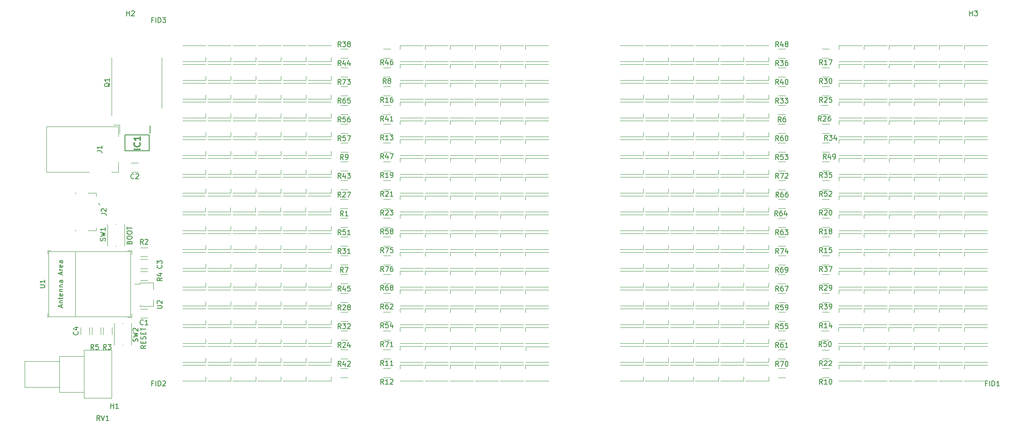
<source format=gbr>
%TF.GenerationSoftware,KiCad,Pcbnew,(6.0.9)*%
%TF.CreationDate,2023-01-28T03:07:56-08:00*%
%TF.ProjectId,GrowLight,47726f77-4c69-4676-9874-2e6b69636164,rev?*%
%TF.SameCoordinates,Original*%
%TF.FileFunction,Legend,Top*%
%TF.FilePolarity,Positive*%
%FSLAX46Y46*%
G04 Gerber Fmt 4.6, Leading zero omitted, Abs format (unit mm)*
G04 Created by KiCad (PCBNEW (6.0.9)) date 2023-01-28 03:07:56*
%MOMM*%
%LPD*%
G01*
G04 APERTURE LIST*
%ADD10C,0.150000*%
%ADD11C,0.254000*%
%ADD12C,0.120000*%
%ADD13C,0.200000*%
G04 APERTURE END LIST*
D10*
X53776571Y-108164142D02*
X53824190Y-108021285D01*
X53871809Y-107973666D01*
X53967047Y-107926047D01*
X54109904Y-107926047D01*
X54205142Y-107973666D01*
X54252761Y-108021285D01*
X54300380Y-108116523D01*
X54300380Y-108497476D01*
X53300380Y-108497476D01*
X53300380Y-108164142D01*
X53348000Y-108068904D01*
X53395619Y-108021285D01*
X53490857Y-107973666D01*
X53586095Y-107973666D01*
X53681333Y-108021285D01*
X53728952Y-108068904D01*
X53776571Y-108164142D01*
X53776571Y-108497476D01*
X53300380Y-107307000D02*
X53300380Y-107116523D01*
X53348000Y-107021285D01*
X53443238Y-106926047D01*
X53633714Y-106878428D01*
X53967047Y-106878428D01*
X54157523Y-106926047D01*
X54252761Y-107021285D01*
X54300380Y-107116523D01*
X54300380Y-107307000D01*
X54252761Y-107402238D01*
X54157523Y-107497476D01*
X53967047Y-107545095D01*
X53633714Y-107545095D01*
X53443238Y-107497476D01*
X53348000Y-107402238D01*
X53300380Y-107307000D01*
X53300380Y-106259380D02*
X53300380Y-106068904D01*
X53348000Y-105973666D01*
X53443238Y-105878428D01*
X53633714Y-105830809D01*
X53967047Y-105830809D01*
X54157523Y-105878428D01*
X54252761Y-105973666D01*
X54300380Y-106068904D01*
X54300380Y-106259380D01*
X54252761Y-106354619D01*
X54157523Y-106449857D01*
X53967047Y-106497476D01*
X53633714Y-106497476D01*
X53443238Y-106449857D01*
X53348000Y-106354619D01*
X53300380Y-106259380D01*
X53300380Y-105545095D02*
X53300380Y-104973666D01*
X54300380Y-105259380D02*
X53300380Y-105259380D01*
X57094380Y-129087380D02*
X56618190Y-129420714D01*
X57094380Y-129658809D02*
X56094380Y-129658809D01*
X56094380Y-129277857D01*
X56142000Y-129182619D01*
X56189619Y-129135000D01*
X56284857Y-129087380D01*
X56427714Y-129087380D01*
X56522952Y-129135000D01*
X56570571Y-129182619D01*
X56618190Y-129277857D01*
X56618190Y-129658809D01*
X56570571Y-128658809D02*
X56570571Y-128325476D01*
X57094380Y-128182619D02*
X57094380Y-128658809D01*
X56094380Y-128658809D01*
X56094380Y-128182619D01*
X57046761Y-127801666D02*
X57094380Y-127658809D01*
X57094380Y-127420714D01*
X57046761Y-127325476D01*
X56999142Y-127277857D01*
X56903904Y-127230238D01*
X56808666Y-127230238D01*
X56713428Y-127277857D01*
X56665809Y-127325476D01*
X56618190Y-127420714D01*
X56570571Y-127611190D01*
X56522952Y-127706428D01*
X56475333Y-127754047D01*
X56380095Y-127801666D01*
X56284857Y-127801666D01*
X56189619Y-127754047D01*
X56142000Y-127706428D01*
X56094380Y-127611190D01*
X56094380Y-127373095D01*
X56142000Y-127230238D01*
X56570571Y-126801666D02*
X56570571Y-126468333D01*
X57094380Y-126325476D02*
X57094380Y-126801666D01*
X56094380Y-126801666D01*
X56094380Y-126325476D01*
X56094380Y-126039761D02*
X56094380Y-125468333D01*
X57094380Y-125754047D02*
X56094380Y-125754047D01*
%TO.C,FID3*%
X58618571Y-63079571D02*
X58285238Y-63079571D01*
X58285238Y-63603380D02*
X58285238Y-62603380D01*
X58761428Y-62603380D01*
X59142380Y-63603380D02*
X59142380Y-62603380D01*
X59618571Y-63603380D02*
X59618571Y-62603380D01*
X59856666Y-62603380D01*
X59999523Y-62651000D01*
X60094761Y-62746238D01*
X60142380Y-62841476D01*
X60190000Y-63031952D01*
X60190000Y-63174809D01*
X60142380Y-63365285D01*
X60094761Y-63460523D01*
X59999523Y-63555761D01*
X59856666Y-63603380D01*
X59618571Y-63603380D01*
X60523333Y-62603380D02*
X61142380Y-62603380D01*
X60809047Y-62984333D01*
X60951904Y-62984333D01*
X61047142Y-63031952D01*
X61094761Y-63079571D01*
X61142380Y-63174809D01*
X61142380Y-63412904D01*
X61094761Y-63508142D01*
X61047142Y-63555761D01*
X60951904Y-63603380D01*
X60666190Y-63603380D01*
X60570952Y-63555761D01*
X60523333Y-63508142D01*
%TO.C,FID2*%
X58618571Y-136739571D02*
X58285238Y-136739571D01*
X58285238Y-137263380D02*
X58285238Y-136263380D01*
X58761428Y-136263380D01*
X59142380Y-137263380D02*
X59142380Y-136263380D01*
X59618571Y-137263380D02*
X59618571Y-136263380D01*
X59856666Y-136263380D01*
X59999523Y-136311000D01*
X60094761Y-136406238D01*
X60142380Y-136501476D01*
X60190000Y-136691952D01*
X60190000Y-136834809D01*
X60142380Y-137025285D01*
X60094761Y-137120523D01*
X59999523Y-137215761D01*
X59856666Y-137263380D01*
X59618571Y-137263380D01*
X60570952Y-136358619D02*
X60618571Y-136311000D01*
X60713809Y-136263380D01*
X60951904Y-136263380D01*
X61047142Y-136311000D01*
X61094761Y-136358619D01*
X61142380Y-136453857D01*
X61142380Y-136549095D01*
X61094761Y-136691952D01*
X60523333Y-137263380D01*
X61142380Y-137263380D01*
%TO.C,FID1*%
X227528571Y-136739571D02*
X227195238Y-136739571D01*
X227195238Y-137263380D02*
X227195238Y-136263380D01*
X227671428Y-136263380D01*
X228052380Y-137263380D02*
X228052380Y-136263380D01*
X228528571Y-137263380D02*
X228528571Y-136263380D01*
X228766666Y-136263380D01*
X228909523Y-136311000D01*
X229004761Y-136406238D01*
X229052380Y-136501476D01*
X229100000Y-136691952D01*
X229100000Y-136834809D01*
X229052380Y-137025285D01*
X229004761Y-137120523D01*
X228909523Y-137215761D01*
X228766666Y-137263380D01*
X228528571Y-137263380D01*
X230052380Y-137263380D02*
X229480952Y-137263380D01*
X229766666Y-137263380D02*
X229766666Y-136263380D01*
X229671428Y-136406238D01*
X229576190Y-136501476D01*
X229480952Y-136549095D01*
%TO.C,H3*%
X224028095Y-62202380D02*
X224028095Y-61202380D01*
X224028095Y-61678571D02*
X224599523Y-61678571D01*
X224599523Y-62202380D02*
X224599523Y-61202380D01*
X224980476Y-61202380D02*
X225599523Y-61202380D01*
X225266190Y-61583333D01*
X225409047Y-61583333D01*
X225504285Y-61630952D01*
X225551904Y-61678571D01*
X225599523Y-61773809D01*
X225599523Y-62011904D01*
X225551904Y-62107142D01*
X225504285Y-62154761D01*
X225409047Y-62202380D01*
X225123333Y-62202380D01*
X225028095Y-62154761D01*
X224980476Y-62107142D01*
%TO.C,H2*%
X53238095Y-62202380D02*
X53238095Y-61202380D01*
X53238095Y-61678571D02*
X53809523Y-61678571D01*
X53809523Y-62202380D02*
X53809523Y-61202380D01*
X54238095Y-61297619D02*
X54285714Y-61250000D01*
X54380952Y-61202380D01*
X54619047Y-61202380D01*
X54714285Y-61250000D01*
X54761904Y-61297619D01*
X54809523Y-61392857D01*
X54809523Y-61488095D01*
X54761904Y-61630952D01*
X54190476Y-62202380D01*
X54809523Y-62202380D01*
%TO.C,H1*%
X50038095Y-141803380D02*
X50038095Y-140803380D01*
X50038095Y-141279571D02*
X50609523Y-141279571D01*
X50609523Y-141803380D02*
X50609523Y-140803380D01*
X51609523Y-141803380D02*
X51038095Y-141803380D01*
X51323809Y-141803380D02*
X51323809Y-140803380D01*
X51228571Y-140946238D01*
X51133333Y-141041476D01*
X51038095Y-141089095D01*
%TO.C,R48*%
X185309142Y-68482380D02*
X184975809Y-68006190D01*
X184737714Y-68482380D02*
X184737714Y-67482380D01*
X185118666Y-67482380D01*
X185213904Y-67530000D01*
X185261523Y-67577619D01*
X185309142Y-67672857D01*
X185309142Y-67815714D01*
X185261523Y-67910952D01*
X185213904Y-67958571D01*
X185118666Y-68006190D01*
X184737714Y-68006190D01*
X186166285Y-67815714D02*
X186166285Y-68482380D01*
X185928190Y-67434761D02*
X185690095Y-68149047D01*
X186309142Y-68149047D01*
X186832952Y-67910952D02*
X186737714Y-67863333D01*
X186690095Y-67815714D01*
X186642476Y-67720476D01*
X186642476Y-67672857D01*
X186690095Y-67577619D01*
X186737714Y-67530000D01*
X186832952Y-67482380D01*
X187023428Y-67482380D01*
X187118666Y-67530000D01*
X187166285Y-67577619D01*
X187213904Y-67672857D01*
X187213904Y-67720476D01*
X187166285Y-67815714D01*
X187118666Y-67863333D01*
X187023428Y-67910952D01*
X186832952Y-67910952D01*
X186737714Y-67958571D01*
X186690095Y-68006190D01*
X186642476Y-68101428D01*
X186642476Y-68291904D01*
X186690095Y-68387142D01*
X186737714Y-68434761D01*
X186832952Y-68482380D01*
X187023428Y-68482380D01*
X187118666Y-68434761D01*
X187166285Y-68387142D01*
X187213904Y-68291904D01*
X187213904Y-68101428D01*
X187166285Y-68006190D01*
X187118666Y-67958571D01*
X187023428Y-67910952D01*
%TO.C,R33*%
X185309142Y-79912380D02*
X184975809Y-79436190D01*
X184737714Y-79912380D02*
X184737714Y-78912380D01*
X185118666Y-78912380D01*
X185213904Y-78960000D01*
X185261523Y-79007619D01*
X185309142Y-79102857D01*
X185309142Y-79245714D01*
X185261523Y-79340952D01*
X185213904Y-79388571D01*
X185118666Y-79436190D01*
X184737714Y-79436190D01*
X185642476Y-78912380D02*
X186261523Y-78912380D01*
X185928190Y-79293333D01*
X186071047Y-79293333D01*
X186166285Y-79340952D01*
X186213904Y-79388571D01*
X186261523Y-79483809D01*
X186261523Y-79721904D01*
X186213904Y-79817142D01*
X186166285Y-79864761D01*
X186071047Y-79912380D01*
X185785333Y-79912380D01*
X185690095Y-79864761D01*
X185642476Y-79817142D01*
X186594857Y-78912380D02*
X187213904Y-78912380D01*
X186880571Y-79293333D01*
X187023428Y-79293333D01*
X187118666Y-79340952D01*
X187166285Y-79388571D01*
X187213904Y-79483809D01*
X187213904Y-79721904D01*
X187166285Y-79817142D01*
X187118666Y-79864761D01*
X187023428Y-79912380D01*
X186737714Y-79912380D01*
X186642476Y-79864761D01*
X186594857Y-79817142D01*
%TO.C,R28*%
X96639142Y-121822380D02*
X96305809Y-121346190D01*
X96067714Y-121822380D02*
X96067714Y-120822380D01*
X96448666Y-120822380D01*
X96543904Y-120870000D01*
X96591523Y-120917619D01*
X96639142Y-121012857D01*
X96639142Y-121155714D01*
X96591523Y-121250952D01*
X96543904Y-121298571D01*
X96448666Y-121346190D01*
X96067714Y-121346190D01*
X97020095Y-120917619D02*
X97067714Y-120870000D01*
X97162952Y-120822380D01*
X97401047Y-120822380D01*
X97496285Y-120870000D01*
X97543904Y-120917619D01*
X97591523Y-121012857D01*
X97591523Y-121108095D01*
X97543904Y-121250952D01*
X96972476Y-121822380D01*
X97591523Y-121822380D01*
X98162952Y-121250952D02*
X98067714Y-121203333D01*
X98020095Y-121155714D01*
X97972476Y-121060476D01*
X97972476Y-121012857D01*
X98020095Y-120917619D01*
X98067714Y-120870000D01*
X98162952Y-120822380D01*
X98353428Y-120822380D01*
X98448666Y-120870000D01*
X98496285Y-120917619D01*
X98543904Y-121012857D01*
X98543904Y-121060476D01*
X98496285Y-121155714D01*
X98448666Y-121203333D01*
X98353428Y-121250952D01*
X98162952Y-121250952D01*
X98067714Y-121298571D01*
X98020095Y-121346190D01*
X97972476Y-121441428D01*
X97972476Y-121631904D01*
X98020095Y-121727142D01*
X98067714Y-121774761D01*
X98162952Y-121822380D01*
X98353428Y-121822380D01*
X98448666Y-121774761D01*
X98496285Y-121727142D01*
X98543904Y-121631904D01*
X98543904Y-121441428D01*
X98496285Y-121346190D01*
X98448666Y-121298571D01*
X98353428Y-121250952D01*
%TO.C,R2*%
X56602333Y-108529380D02*
X56269000Y-108053190D01*
X56030904Y-108529380D02*
X56030904Y-107529380D01*
X56411857Y-107529380D01*
X56507095Y-107577000D01*
X56554714Y-107624619D01*
X56602333Y-107719857D01*
X56602333Y-107862714D01*
X56554714Y-107957952D01*
X56507095Y-108005571D01*
X56411857Y-108053190D01*
X56030904Y-108053190D01*
X56983285Y-107624619D02*
X57030904Y-107577000D01*
X57126142Y-107529380D01*
X57364238Y-107529380D01*
X57459476Y-107577000D01*
X57507095Y-107624619D01*
X57554714Y-107719857D01*
X57554714Y-107815095D01*
X57507095Y-107957952D01*
X56935666Y-108529380D01*
X57554714Y-108529380D01*
%TO.C,R6*%
X185815333Y-83722380D02*
X185482000Y-83246190D01*
X185243904Y-83722380D02*
X185243904Y-82722380D01*
X185624857Y-82722380D01*
X185720095Y-82770000D01*
X185767714Y-82817619D01*
X185815333Y-82912857D01*
X185815333Y-83055714D01*
X185767714Y-83150952D01*
X185720095Y-83198571D01*
X185624857Y-83246190D01*
X185243904Y-83246190D01*
X186672476Y-82722380D02*
X186482000Y-82722380D01*
X186386761Y-82770000D01*
X186339142Y-82817619D01*
X186243904Y-82960476D01*
X186196285Y-83150952D01*
X186196285Y-83531904D01*
X186243904Y-83627142D01*
X186291523Y-83674761D01*
X186386761Y-83722380D01*
X186577238Y-83722380D01*
X186672476Y-83674761D01*
X186720095Y-83627142D01*
X186767714Y-83531904D01*
X186767714Y-83293809D01*
X186720095Y-83198571D01*
X186672476Y-83150952D01*
X186577238Y-83103333D01*
X186386761Y-83103333D01*
X186291523Y-83150952D01*
X186243904Y-83198571D01*
X186196285Y-83293809D01*
%TO.C,R44*%
X96639142Y-72292380D02*
X96305809Y-71816190D01*
X96067714Y-72292380D02*
X96067714Y-71292380D01*
X96448666Y-71292380D01*
X96543904Y-71340000D01*
X96591523Y-71387619D01*
X96639142Y-71482857D01*
X96639142Y-71625714D01*
X96591523Y-71720952D01*
X96543904Y-71768571D01*
X96448666Y-71816190D01*
X96067714Y-71816190D01*
X97496285Y-71625714D02*
X97496285Y-72292380D01*
X97258190Y-71244761D02*
X97020095Y-71959047D01*
X97639142Y-71959047D01*
X98448666Y-71625714D02*
X98448666Y-72292380D01*
X98210571Y-71244761D02*
X97972476Y-71959047D01*
X98591523Y-71959047D01*
%TO.C,C1*%
X56602333Y-124762142D02*
X56554714Y-124809761D01*
X56411857Y-124857380D01*
X56316619Y-124857380D01*
X56173761Y-124809761D01*
X56078523Y-124714523D01*
X56030904Y-124619285D01*
X55983285Y-124428809D01*
X55983285Y-124285952D01*
X56030904Y-124095476D01*
X56078523Y-124000238D01*
X56173761Y-123905000D01*
X56316619Y-123857380D01*
X56411857Y-123857380D01*
X56554714Y-123905000D01*
X56602333Y-123952619D01*
X57554714Y-124857380D02*
X56983285Y-124857380D01*
X57269000Y-124857380D02*
X57269000Y-123857380D01*
X57173761Y-124000238D01*
X57078523Y-124095476D01*
X56983285Y-124143095D01*
%TO.C,J1*%
X47204380Y-89614333D02*
X47918666Y-89614333D01*
X48061523Y-89661952D01*
X48156761Y-89757190D01*
X48204380Y-89900047D01*
X48204380Y-89995285D01*
X48204380Y-88614333D02*
X48204380Y-89185761D01*
X48204380Y-88900047D02*
X47204380Y-88900047D01*
X47347238Y-88995285D01*
X47442476Y-89090523D01*
X47490095Y-89185761D01*
%TO.C,R8*%
X105775333Y-75932380D02*
X105442000Y-75456190D01*
X105203904Y-75932380D02*
X105203904Y-74932380D01*
X105584857Y-74932380D01*
X105680095Y-74980000D01*
X105727714Y-75027619D01*
X105775333Y-75122857D01*
X105775333Y-75265714D01*
X105727714Y-75360952D01*
X105680095Y-75408571D01*
X105584857Y-75456190D01*
X105203904Y-75456190D01*
X106346761Y-75360952D02*
X106251523Y-75313333D01*
X106203904Y-75265714D01*
X106156285Y-75170476D01*
X106156285Y-75122857D01*
X106203904Y-75027619D01*
X106251523Y-74980000D01*
X106346761Y-74932380D01*
X106537238Y-74932380D01*
X106632476Y-74980000D01*
X106680095Y-75027619D01*
X106727714Y-75122857D01*
X106727714Y-75170476D01*
X106680095Y-75265714D01*
X106632476Y-75313333D01*
X106537238Y-75360952D01*
X106346761Y-75360952D01*
X106251523Y-75408571D01*
X106203904Y-75456190D01*
X106156285Y-75551428D01*
X106156285Y-75741904D01*
X106203904Y-75837142D01*
X106251523Y-75884761D01*
X106346761Y-75932380D01*
X106537238Y-75932380D01*
X106632476Y-75884761D01*
X106680095Y-75837142D01*
X106727714Y-75741904D01*
X106727714Y-75551428D01*
X106680095Y-75456190D01*
X106632476Y-75408571D01*
X106537238Y-75360952D01*
%TO.C,R47*%
X105299142Y-91172380D02*
X104965809Y-90696190D01*
X104727714Y-91172380D02*
X104727714Y-90172380D01*
X105108666Y-90172380D01*
X105203904Y-90220000D01*
X105251523Y-90267619D01*
X105299142Y-90362857D01*
X105299142Y-90505714D01*
X105251523Y-90600952D01*
X105203904Y-90648571D01*
X105108666Y-90696190D01*
X104727714Y-90696190D01*
X106156285Y-90505714D02*
X106156285Y-91172380D01*
X105918190Y-90124761D02*
X105680095Y-90839047D01*
X106299142Y-90839047D01*
X106584857Y-90172380D02*
X107251523Y-90172380D01*
X106822952Y-91172380D01*
%TO.C,R11*%
X105299142Y-133082380D02*
X104965809Y-132606190D01*
X104727714Y-133082380D02*
X104727714Y-132082380D01*
X105108666Y-132082380D01*
X105203904Y-132130000D01*
X105251523Y-132177619D01*
X105299142Y-132272857D01*
X105299142Y-132415714D01*
X105251523Y-132510952D01*
X105203904Y-132558571D01*
X105108666Y-132606190D01*
X104727714Y-132606190D01*
X106251523Y-133082380D02*
X105680095Y-133082380D01*
X105965809Y-133082380D02*
X105965809Y-132082380D01*
X105870571Y-132225238D01*
X105775333Y-132320476D01*
X105680095Y-132368095D01*
X107203904Y-133082380D02*
X106632476Y-133082380D01*
X106918190Y-133082380D02*
X106918190Y-132082380D01*
X106822952Y-132225238D01*
X106727714Y-132320476D01*
X106632476Y-132368095D01*
%TO.C,C4*%
X43338142Y-126277666D02*
X43385761Y-126325285D01*
X43433380Y-126468142D01*
X43433380Y-126563380D01*
X43385761Y-126706238D01*
X43290523Y-126801476D01*
X43195285Y-126849095D01*
X43004809Y-126896714D01*
X42861952Y-126896714D01*
X42671476Y-126849095D01*
X42576238Y-126801476D01*
X42481000Y-126706238D01*
X42433380Y-126563380D01*
X42433380Y-126468142D01*
X42481000Y-126325285D01*
X42528619Y-126277666D01*
X42766714Y-125420523D02*
X43433380Y-125420523D01*
X42385761Y-125658619D02*
X43100047Y-125896714D01*
X43100047Y-125277666D01*
%TO.C,R18*%
X194199142Y-106412380D02*
X193865809Y-105936190D01*
X193627714Y-106412380D02*
X193627714Y-105412380D01*
X194008666Y-105412380D01*
X194103904Y-105460000D01*
X194151523Y-105507619D01*
X194199142Y-105602857D01*
X194199142Y-105745714D01*
X194151523Y-105840952D01*
X194103904Y-105888571D01*
X194008666Y-105936190D01*
X193627714Y-105936190D01*
X195151523Y-106412380D02*
X194580095Y-106412380D01*
X194865809Y-106412380D02*
X194865809Y-105412380D01*
X194770571Y-105555238D01*
X194675333Y-105650476D01*
X194580095Y-105698095D01*
X195722952Y-105840952D02*
X195627714Y-105793333D01*
X195580095Y-105745714D01*
X195532476Y-105650476D01*
X195532476Y-105602857D01*
X195580095Y-105507619D01*
X195627714Y-105460000D01*
X195722952Y-105412380D01*
X195913428Y-105412380D01*
X196008666Y-105460000D01*
X196056285Y-105507619D01*
X196103904Y-105602857D01*
X196103904Y-105650476D01*
X196056285Y-105745714D01*
X196008666Y-105793333D01*
X195913428Y-105840952D01*
X195722952Y-105840952D01*
X195627714Y-105888571D01*
X195580095Y-105936190D01*
X195532476Y-106031428D01*
X195532476Y-106221904D01*
X195580095Y-106317142D01*
X195627714Y-106364761D01*
X195722952Y-106412380D01*
X195913428Y-106412380D01*
X196008666Y-106364761D01*
X196056285Y-106317142D01*
X196103904Y-106221904D01*
X196103904Y-106031428D01*
X196056285Y-105936190D01*
X196008666Y-105888571D01*
X195913428Y-105840952D01*
%TO.C,R23*%
X105299142Y-102602380D02*
X104965809Y-102126190D01*
X104727714Y-102602380D02*
X104727714Y-101602380D01*
X105108666Y-101602380D01*
X105203904Y-101650000D01*
X105251523Y-101697619D01*
X105299142Y-101792857D01*
X105299142Y-101935714D01*
X105251523Y-102030952D01*
X105203904Y-102078571D01*
X105108666Y-102126190D01*
X104727714Y-102126190D01*
X105680095Y-101697619D02*
X105727714Y-101650000D01*
X105822952Y-101602380D01*
X106061047Y-101602380D01*
X106156285Y-101650000D01*
X106203904Y-101697619D01*
X106251523Y-101792857D01*
X106251523Y-101888095D01*
X106203904Y-102030952D01*
X105632476Y-102602380D01*
X106251523Y-102602380D01*
X106584857Y-101602380D02*
X107203904Y-101602380D01*
X106870571Y-101983333D01*
X107013428Y-101983333D01*
X107108666Y-102030952D01*
X107156285Y-102078571D01*
X107203904Y-102173809D01*
X107203904Y-102411904D01*
X107156285Y-102507142D01*
X107108666Y-102554761D01*
X107013428Y-102602380D01*
X106727714Y-102602380D01*
X106632476Y-102554761D01*
X106584857Y-102507142D01*
%TO.C,R27*%
X96625392Y-98962380D02*
X96292059Y-98486190D01*
X96053964Y-98962380D02*
X96053964Y-97962380D01*
X96434916Y-97962380D01*
X96530154Y-98010000D01*
X96577773Y-98057619D01*
X96625392Y-98152857D01*
X96625392Y-98295714D01*
X96577773Y-98390952D01*
X96530154Y-98438571D01*
X96434916Y-98486190D01*
X96053964Y-98486190D01*
X97006345Y-98057619D02*
X97053964Y-98010000D01*
X97149202Y-97962380D01*
X97387297Y-97962380D01*
X97482535Y-98010000D01*
X97530154Y-98057619D01*
X97577773Y-98152857D01*
X97577773Y-98248095D01*
X97530154Y-98390952D01*
X96958726Y-98962380D01*
X97577773Y-98962380D01*
X97911107Y-97962380D02*
X98577773Y-97962380D01*
X98149202Y-98962380D01*
%TO.C,R76*%
X105299142Y-114032380D02*
X104965809Y-113556190D01*
X104727714Y-114032380D02*
X104727714Y-113032380D01*
X105108666Y-113032380D01*
X105203904Y-113080000D01*
X105251523Y-113127619D01*
X105299142Y-113222857D01*
X105299142Y-113365714D01*
X105251523Y-113460952D01*
X105203904Y-113508571D01*
X105108666Y-113556190D01*
X104727714Y-113556190D01*
X105632476Y-113032380D02*
X106299142Y-113032380D01*
X105870571Y-114032380D01*
X107108666Y-113032380D02*
X106918190Y-113032380D01*
X106822952Y-113080000D01*
X106775333Y-113127619D01*
X106680095Y-113270476D01*
X106632476Y-113460952D01*
X106632476Y-113841904D01*
X106680095Y-113937142D01*
X106727714Y-113984761D01*
X106822952Y-114032380D01*
X107013428Y-114032380D01*
X107108666Y-113984761D01*
X107156285Y-113937142D01*
X107203904Y-113841904D01*
X107203904Y-113603809D01*
X107156285Y-113508571D01*
X107108666Y-113460952D01*
X107013428Y-113413333D01*
X106822952Y-113413333D01*
X106727714Y-113460952D01*
X106680095Y-113508571D01*
X106632476Y-113603809D01*
%TO.C,R55*%
X185309142Y-125632380D02*
X184975809Y-125156190D01*
X184737714Y-125632380D02*
X184737714Y-124632380D01*
X185118666Y-124632380D01*
X185213904Y-124680000D01*
X185261523Y-124727619D01*
X185309142Y-124822857D01*
X185309142Y-124965714D01*
X185261523Y-125060952D01*
X185213904Y-125108571D01*
X185118666Y-125156190D01*
X184737714Y-125156190D01*
X186213904Y-124632380D02*
X185737714Y-124632380D01*
X185690095Y-125108571D01*
X185737714Y-125060952D01*
X185832952Y-125013333D01*
X186071047Y-125013333D01*
X186166285Y-125060952D01*
X186213904Y-125108571D01*
X186261523Y-125203809D01*
X186261523Y-125441904D01*
X186213904Y-125537142D01*
X186166285Y-125584761D01*
X186071047Y-125632380D01*
X185832952Y-125632380D01*
X185737714Y-125584761D01*
X185690095Y-125537142D01*
X187166285Y-124632380D02*
X186690095Y-124632380D01*
X186642476Y-125108571D01*
X186690095Y-125060952D01*
X186785333Y-125013333D01*
X187023428Y-125013333D01*
X187118666Y-125060952D01*
X187166285Y-125108571D01*
X187213904Y-125203809D01*
X187213904Y-125441904D01*
X187166285Y-125537142D01*
X187118666Y-125584761D01*
X187023428Y-125632380D01*
X186785333Y-125632380D01*
X186690095Y-125584761D01*
X186642476Y-125537142D01*
%TO.C,U1*%
X35672380Y-117347904D02*
X36481904Y-117347904D01*
X36577142Y-117300285D01*
X36624761Y-117252666D01*
X36672380Y-117157428D01*
X36672380Y-116966952D01*
X36624761Y-116871714D01*
X36577142Y-116824095D01*
X36481904Y-116776476D01*
X35672380Y-116776476D01*
X36672380Y-115776476D02*
X36672380Y-116347904D01*
X36672380Y-116062190D02*
X35672380Y-116062190D01*
X35815238Y-116157428D01*
X35910476Y-116252666D01*
X35958095Y-116347904D01*
X40036666Y-121347904D02*
X40036666Y-120871714D01*
X40322380Y-121443142D02*
X39322380Y-121109809D01*
X40322380Y-120776476D01*
X39655714Y-120443142D02*
X40322380Y-120443142D01*
X39750952Y-120443142D02*
X39703333Y-120395523D01*
X39655714Y-120300285D01*
X39655714Y-120157428D01*
X39703333Y-120062190D01*
X39798571Y-120014571D01*
X40322380Y-120014571D01*
X39655714Y-119681238D02*
X39655714Y-119300285D01*
X39322380Y-119538380D02*
X40179523Y-119538380D01*
X40274761Y-119490761D01*
X40322380Y-119395523D01*
X40322380Y-119300285D01*
X40274761Y-118586000D02*
X40322380Y-118681238D01*
X40322380Y-118871714D01*
X40274761Y-118966952D01*
X40179523Y-119014571D01*
X39798571Y-119014571D01*
X39703333Y-118966952D01*
X39655714Y-118871714D01*
X39655714Y-118681238D01*
X39703333Y-118586000D01*
X39798571Y-118538380D01*
X39893809Y-118538380D01*
X39989047Y-119014571D01*
X39655714Y-118109809D02*
X40322380Y-118109809D01*
X39750952Y-118109809D02*
X39703333Y-118062190D01*
X39655714Y-117966952D01*
X39655714Y-117824095D01*
X39703333Y-117728857D01*
X39798571Y-117681238D01*
X40322380Y-117681238D01*
X39655714Y-117205047D02*
X40322380Y-117205047D01*
X39750952Y-117205047D02*
X39703333Y-117157428D01*
X39655714Y-117062190D01*
X39655714Y-116919333D01*
X39703333Y-116824095D01*
X39798571Y-116776476D01*
X40322380Y-116776476D01*
X40322380Y-115871714D02*
X39798571Y-115871714D01*
X39703333Y-115919333D01*
X39655714Y-116014571D01*
X39655714Y-116205047D01*
X39703333Y-116300285D01*
X40274761Y-115871714D02*
X40322380Y-115966952D01*
X40322380Y-116205047D01*
X40274761Y-116300285D01*
X40179523Y-116347904D01*
X40084285Y-116347904D01*
X39989047Y-116300285D01*
X39941428Y-116205047D01*
X39941428Y-115966952D01*
X39893809Y-115871714D01*
X40036666Y-114681238D02*
X40036666Y-114205047D01*
X40322380Y-114776476D02*
X39322380Y-114443142D01*
X40322380Y-114109809D01*
X40322380Y-113776476D02*
X39655714Y-113776476D01*
X39846190Y-113776476D02*
X39750952Y-113728857D01*
X39703333Y-113681238D01*
X39655714Y-113586000D01*
X39655714Y-113490761D01*
X40274761Y-112776476D02*
X40322380Y-112871714D01*
X40322380Y-113062190D01*
X40274761Y-113157428D01*
X40179523Y-113205047D01*
X39798571Y-113205047D01*
X39703333Y-113157428D01*
X39655714Y-113062190D01*
X39655714Y-112871714D01*
X39703333Y-112776476D01*
X39798571Y-112728857D01*
X39893809Y-112728857D01*
X39989047Y-113205047D01*
X40322380Y-111871714D02*
X39798571Y-111871714D01*
X39703333Y-111919333D01*
X39655714Y-112014571D01*
X39655714Y-112205047D01*
X39703333Y-112300285D01*
X40274761Y-111871714D02*
X40322380Y-111966952D01*
X40322380Y-112205047D01*
X40274761Y-112300285D01*
X40179523Y-112347904D01*
X40084285Y-112347904D01*
X39989047Y-112300285D01*
X39941428Y-112205047D01*
X39941428Y-111966952D01*
X39893809Y-111871714D01*
%TO.C,R38*%
X96639142Y-68482380D02*
X96305809Y-68006190D01*
X96067714Y-68482380D02*
X96067714Y-67482380D01*
X96448666Y-67482380D01*
X96543904Y-67530000D01*
X96591523Y-67577619D01*
X96639142Y-67672857D01*
X96639142Y-67815714D01*
X96591523Y-67910952D01*
X96543904Y-67958571D01*
X96448666Y-68006190D01*
X96067714Y-68006190D01*
X96972476Y-67482380D02*
X97591523Y-67482380D01*
X97258190Y-67863333D01*
X97401047Y-67863333D01*
X97496285Y-67910952D01*
X97543904Y-67958571D01*
X97591523Y-68053809D01*
X97591523Y-68291904D01*
X97543904Y-68387142D01*
X97496285Y-68434761D01*
X97401047Y-68482380D01*
X97115333Y-68482380D01*
X97020095Y-68434761D01*
X96972476Y-68387142D01*
X98162952Y-67910952D02*
X98067714Y-67863333D01*
X98020095Y-67815714D01*
X97972476Y-67720476D01*
X97972476Y-67672857D01*
X98020095Y-67577619D01*
X98067714Y-67530000D01*
X98162952Y-67482380D01*
X98353428Y-67482380D01*
X98448666Y-67530000D01*
X98496285Y-67577619D01*
X98543904Y-67672857D01*
X98543904Y-67720476D01*
X98496285Y-67815714D01*
X98448666Y-67863333D01*
X98353428Y-67910952D01*
X98162952Y-67910952D01*
X98067714Y-67958571D01*
X98020095Y-68006190D01*
X97972476Y-68101428D01*
X97972476Y-68291904D01*
X98020095Y-68387142D01*
X98067714Y-68434761D01*
X98162952Y-68482380D01*
X98353428Y-68482380D01*
X98448666Y-68434761D01*
X98496285Y-68387142D01*
X98543904Y-68291904D01*
X98543904Y-68101428D01*
X98496285Y-68006190D01*
X98448666Y-67958571D01*
X98353428Y-67910952D01*
%TO.C,R36*%
X185309142Y-72292380D02*
X184975809Y-71816190D01*
X184737714Y-72292380D02*
X184737714Y-71292380D01*
X185118666Y-71292380D01*
X185213904Y-71340000D01*
X185261523Y-71387619D01*
X185309142Y-71482857D01*
X185309142Y-71625714D01*
X185261523Y-71720952D01*
X185213904Y-71768571D01*
X185118666Y-71816190D01*
X184737714Y-71816190D01*
X185642476Y-71292380D02*
X186261523Y-71292380D01*
X185928190Y-71673333D01*
X186071047Y-71673333D01*
X186166285Y-71720952D01*
X186213904Y-71768571D01*
X186261523Y-71863809D01*
X186261523Y-72101904D01*
X186213904Y-72197142D01*
X186166285Y-72244761D01*
X186071047Y-72292380D01*
X185785333Y-72292380D01*
X185690095Y-72244761D01*
X185642476Y-72197142D01*
X187118666Y-71292380D02*
X186928190Y-71292380D01*
X186832952Y-71340000D01*
X186785333Y-71387619D01*
X186690095Y-71530476D01*
X186642476Y-71720952D01*
X186642476Y-72101904D01*
X186690095Y-72197142D01*
X186737714Y-72244761D01*
X186832952Y-72292380D01*
X187023428Y-72292380D01*
X187118666Y-72244761D01*
X187166285Y-72197142D01*
X187213904Y-72101904D01*
X187213904Y-71863809D01*
X187166285Y-71768571D01*
X187118666Y-71720952D01*
X187023428Y-71673333D01*
X186832952Y-71673333D01*
X186737714Y-71720952D01*
X186690095Y-71768571D01*
X186642476Y-71863809D01*
%TO.C,R19*%
X105299142Y-94982380D02*
X104965809Y-94506190D01*
X104727714Y-94982380D02*
X104727714Y-93982380D01*
X105108666Y-93982380D01*
X105203904Y-94030000D01*
X105251523Y-94077619D01*
X105299142Y-94172857D01*
X105299142Y-94315714D01*
X105251523Y-94410952D01*
X105203904Y-94458571D01*
X105108666Y-94506190D01*
X104727714Y-94506190D01*
X106251523Y-94982380D02*
X105680095Y-94982380D01*
X105965809Y-94982380D02*
X105965809Y-93982380D01*
X105870571Y-94125238D01*
X105775333Y-94220476D01*
X105680095Y-94268095D01*
X106727714Y-94982380D02*
X106918190Y-94982380D01*
X107013428Y-94934761D01*
X107061047Y-94887142D01*
X107156285Y-94744285D01*
X107203904Y-94553809D01*
X107203904Y-94172857D01*
X107156285Y-94077619D01*
X107108666Y-94030000D01*
X107013428Y-93982380D01*
X106822952Y-93982380D01*
X106727714Y-94030000D01*
X106680095Y-94077619D01*
X106632476Y-94172857D01*
X106632476Y-94410952D01*
X106680095Y-94506190D01*
X106727714Y-94553809D01*
X106822952Y-94601428D01*
X107013428Y-94601428D01*
X107108666Y-94553809D01*
X107156285Y-94506190D01*
X107203904Y-94410952D01*
%TO.C,R66*%
X185339142Y-98962380D02*
X185005809Y-98486190D01*
X184767714Y-98962380D02*
X184767714Y-97962380D01*
X185148666Y-97962380D01*
X185243904Y-98010000D01*
X185291523Y-98057619D01*
X185339142Y-98152857D01*
X185339142Y-98295714D01*
X185291523Y-98390952D01*
X185243904Y-98438571D01*
X185148666Y-98486190D01*
X184767714Y-98486190D01*
X186196285Y-97962380D02*
X186005809Y-97962380D01*
X185910571Y-98010000D01*
X185862952Y-98057619D01*
X185767714Y-98200476D01*
X185720095Y-98390952D01*
X185720095Y-98771904D01*
X185767714Y-98867142D01*
X185815333Y-98914761D01*
X185910571Y-98962380D01*
X186101047Y-98962380D01*
X186196285Y-98914761D01*
X186243904Y-98867142D01*
X186291523Y-98771904D01*
X186291523Y-98533809D01*
X186243904Y-98438571D01*
X186196285Y-98390952D01*
X186101047Y-98343333D01*
X185910571Y-98343333D01*
X185815333Y-98390952D01*
X185767714Y-98438571D01*
X185720095Y-98533809D01*
X187148666Y-97962380D02*
X186958190Y-97962380D01*
X186862952Y-98010000D01*
X186815333Y-98057619D01*
X186720095Y-98200476D01*
X186672476Y-98390952D01*
X186672476Y-98771904D01*
X186720095Y-98867142D01*
X186767714Y-98914761D01*
X186862952Y-98962380D01*
X187053428Y-98962380D01*
X187148666Y-98914761D01*
X187196285Y-98867142D01*
X187243904Y-98771904D01*
X187243904Y-98533809D01*
X187196285Y-98438571D01*
X187148666Y-98390952D01*
X187053428Y-98343333D01*
X186862952Y-98343333D01*
X186767714Y-98390952D01*
X186720095Y-98438571D01*
X186672476Y-98533809D01*
%TO.C,SW1*%
X48858761Y-107863333D02*
X48906380Y-107720476D01*
X48906380Y-107482380D01*
X48858761Y-107387142D01*
X48811142Y-107339523D01*
X48715904Y-107291904D01*
X48620666Y-107291904D01*
X48525428Y-107339523D01*
X48477809Y-107387142D01*
X48430190Y-107482380D01*
X48382571Y-107672857D01*
X48334952Y-107768095D01*
X48287333Y-107815714D01*
X48192095Y-107863333D01*
X48096857Y-107863333D01*
X48001619Y-107815714D01*
X47954000Y-107768095D01*
X47906380Y-107672857D01*
X47906380Y-107434761D01*
X47954000Y-107291904D01*
X47906380Y-106958571D02*
X48906380Y-106720476D01*
X48192095Y-106530000D01*
X48906380Y-106339523D01*
X47906380Y-106101428D01*
X48906380Y-105196666D02*
X48906380Y-105768095D01*
X48906380Y-105482380D02*
X47906380Y-105482380D01*
X48049238Y-105577619D01*
X48144476Y-105672857D01*
X48192095Y-105768095D01*
%TO.C,R73*%
X96639142Y-76102380D02*
X96305809Y-75626190D01*
X96067714Y-76102380D02*
X96067714Y-75102380D01*
X96448666Y-75102380D01*
X96543904Y-75150000D01*
X96591523Y-75197619D01*
X96639142Y-75292857D01*
X96639142Y-75435714D01*
X96591523Y-75530952D01*
X96543904Y-75578571D01*
X96448666Y-75626190D01*
X96067714Y-75626190D01*
X96972476Y-75102380D02*
X97639142Y-75102380D01*
X97210571Y-76102380D01*
X97924857Y-75102380D02*
X98543904Y-75102380D01*
X98210571Y-75483333D01*
X98353428Y-75483333D01*
X98448666Y-75530952D01*
X98496285Y-75578571D01*
X98543904Y-75673809D01*
X98543904Y-75911904D01*
X98496285Y-76007142D01*
X98448666Y-76054761D01*
X98353428Y-76102380D01*
X98067714Y-76102380D01*
X97972476Y-76054761D01*
X97924857Y-76007142D01*
D11*
%TO.C,IC1*%
X55946523Y-89250761D02*
X54676523Y-89250761D01*
X55825571Y-87920285D02*
X55886047Y-87980761D01*
X55946523Y-88162190D01*
X55946523Y-88283142D01*
X55886047Y-88464571D01*
X55765095Y-88585523D01*
X55644142Y-88646000D01*
X55402238Y-88706476D01*
X55220809Y-88706476D01*
X54978904Y-88646000D01*
X54857952Y-88585523D01*
X54737000Y-88464571D01*
X54676523Y-88283142D01*
X54676523Y-88162190D01*
X54737000Y-87980761D01*
X54797476Y-87920285D01*
X55946523Y-86710761D02*
X55946523Y-87436476D01*
X55946523Y-87073619D02*
X54676523Y-87073619D01*
X54857952Y-87194571D01*
X54978904Y-87315523D01*
X55039380Y-87436476D01*
D10*
%TO.C,R17*%
X194199142Y-72122380D02*
X193865809Y-71646190D01*
X193627714Y-72122380D02*
X193627714Y-71122380D01*
X194008666Y-71122380D01*
X194103904Y-71170000D01*
X194151523Y-71217619D01*
X194199142Y-71312857D01*
X194199142Y-71455714D01*
X194151523Y-71550952D01*
X194103904Y-71598571D01*
X194008666Y-71646190D01*
X193627714Y-71646190D01*
X195151523Y-72122380D02*
X194580095Y-72122380D01*
X194865809Y-72122380D02*
X194865809Y-71122380D01*
X194770571Y-71265238D01*
X194675333Y-71360476D01*
X194580095Y-71408095D01*
X195484857Y-71122380D02*
X196151523Y-71122380D01*
X195722952Y-72122380D01*
%TO.C,R12*%
X105299142Y-136892380D02*
X104965809Y-136416190D01*
X104727714Y-136892380D02*
X104727714Y-135892380D01*
X105108666Y-135892380D01*
X105203904Y-135940000D01*
X105251523Y-135987619D01*
X105299142Y-136082857D01*
X105299142Y-136225714D01*
X105251523Y-136320952D01*
X105203904Y-136368571D01*
X105108666Y-136416190D01*
X104727714Y-136416190D01*
X106251523Y-136892380D02*
X105680095Y-136892380D01*
X105965809Y-136892380D02*
X105965809Y-135892380D01*
X105870571Y-136035238D01*
X105775333Y-136130476D01*
X105680095Y-136178095D01*
X106632476Y-135987619D02*
X106680095Y-135940000D01*
X106775333Y-135892380D01*
X107013428Y-135892380D01*
X107108666Y-135940000D01*
X107156285Y-135987619D01*
X107203904Y-136082857D01*
X107203904Y-136178095D01*
X107156285Y-136320952D01*
X106584857Y-136892380D01*
X107203904Y-136892380D01*
%TO.C,R29*%
X194199142Y-117842380D02*
X193865809Y-117366190D01*
X193627714Y-117842380D02*
X193627714Y-116842380D01*
X194008666Y-116842380D01*
X194103904Y-116890000D01*
X194151523Y-116937619D01*
X194199142Y-117032857D01*
X194199142Y-117175714D01*
X194151523Y-117270952D01*
X194103904Y-117318571D01*
X194008666Y-117366190D01*
X193627714Y-117366190D01*
X194580095Y-116937619D02*
X194627714Y-116890000D01*
X194722952Y-116842380D01*
X194961047Y-116842380D01*
X195056285Y-116890000D01*
X195103904Y-116937619D01*
X195151523Y-117032857D01*
X195151523Y-117128095D01*
X195103904Y-117270952D01*
X194532476Y-117842380D01*
X195151523Y-117842380D01*
X195627714Y-117842380D02*
X195818190Y-117842380D01*
X195913428Y-117794761D01*
X195961047Y-117747142D01*
X196056285Y-117604285D01*
X196103904Y-117413809D01*
X196103904Y-117032857D01*
X196056285Y-116937619D01*
X196008666Y-116890000D01*
X195913428Y-116842380D01*
X195722952Y-116842380D01*
X195627714Y-116890000D01*
X195580095Y-116937619D01*
X195532476Y-117032857D01*
X195532476Y-117270952D01*
X195580095Y-117366190D01*
X195627714Y-117413809D01*
X195722952Y-117461428D01*
X195913428Y-117461428D01*
X196008666Y-117413809D01*
X196056285Y-117366190D01*
X196103904Y-117270952D01*
%TO.C,R40*%
X185309142Y-76102380D02*
X184975809Y-75626190D01*
X184737714Y-76102380D02*
X184737714Y-75102380D01*
X185118666Y-75102380D01*
X185213904Y-75150000D01*
X185261523Y-75197619D01*
X185309142Y-75292857D01*
X185309142Y-75435714D01*
X185261523Y-75530952D01*
X185213904Y-75578571D01*
X185118666Y-75626190D01*
X184737714Y-75626190D01*
X186166285Y-75435714D02*
X186166285Y-76102380D01*
X185928190Y-75054761D02*
X185690095Y-75769047D01*
X186309142Y-75769047D01*
X186880571Y-75102380D02*
X186975809Y-75102380D01*
X187071047Y-75150000D01*
X187118666Y-75197619D01*
X187166285Y-75292857D01*
X187213904Y-75483333D01*
X187213904Y-75721428D01*
X187166285Y-75911904D01*
X187118666Y-76007142D01*
X187071047Y-76054761D01*
X186975809Y-76102380D01*
X186880571Y-76102380D01*
X186785333Y-76054761D01*
X186737714Y-76007142D01*
X186690095Y-75911904D01*
X186642476Y-75721428D01*
X186642476Y-75483333D01*
X186690095Y-75292857D01*
X186737714Y-75197619D01*
X186785333Y-75150000D01*
X186880571Y-75102380D01*
%TO.C,R53*%
X185309142Y-91342380D02*
X184975809Y-90866190D01*
X184737714Y-91342380D02*
X184737714Y-90342380D01*
X185118666Y-90342380D01*
X185213904Y-90390000D01*
X185261523Y-90437619D01*
X185309142Y-90532857D01*
X185309142Y-90675714D01*
X185261523Y-90770952D01*
X185213904Y-90818571D01*
X185118666Y-90866190D01*
X184737714Y-90866190D01*
X186213904Y-90342380D02*
X185737714Y-90342380D01*
X185690095Y-90818571D01*
X185737714Y-90770952D01*
X185832952Y-90723333D01*
X186071047Y-90723333D01*
X186166285Y-90770952D01*
X186213904Y-90818571D01*
X186261523Y-90913809D01*
X186261523Y-91151904D01*
X186213904Y-91247142D01*
X186166285Y-91294761D01*
X186071047Y-91342380D01*
X185832952Y-91342380D01*
X185737714Y-91294761D01*
X185690095Y-91247142D01*
X186594857Y-90342380D02*
X187213904Y-90342380D01*
X186880571Y-90723333D01*
X187023428Y-90723333D01*
X187118666Y-90770952D01*
X187166285Y-90818571D01*
X187213904Y-90913809D01*
X187213904Y-91151904D01*
X187166285Y-91247142D01*
X187118666Y-91294761D01*
X187023428Y-91342380D01*
X186737714Y-91342380D01*
X186642476Y-91294761D01*
X186594857Y-91247142D01*
%TO.C,R65*%
X96639142Y-79912380D02*
X96305809Y-79436190D01*
X96067714Y-79912380D02*
X96067714Y-78912380D01*
X96448666Y-78912380D01*
X96543904Y-78960000D01*
X96591523Y-79007619D01*
X96639142Y-79102857D01*
X96639142Y-79245714D01*
X96591523Y-79340952D01*
X96543904Y-79388571D01*
X96448666Y-79436190D01*
X96067714Y-79436190D01*
X97496285Y-78912380D02*
X97305809Y-78912380D01*
X97210571Y-78960000D01*
X97162952Y-79007619D01*
X97067714Y-79150476D01*
X97020095Y-79340952D01*
X97020095Y-79721904D01*
X97067714Y-79817142D01*
X97115333Y-79864761D01*
X97210571Y-79912380D01*
X97401047Y-79912380D01*
X97496285Y-79864761D01*
X97543904Y-79817142D01*
X97591523Y-79721904D01*
X97591523Y-79483809D01*
X97543904Y-79388571D01*
X97496285Y-79340952D01*
X97401047Y-79293333D01*
X97210571Y-79293333D01*
X97115333Y-79340952D01*
X97067714Y-79388571D01*
X97020095Y-79483809D01*
X98496285Y-78912380D02*
X98020095Y-78912380D01*
X97972476Y-79388571D01*
X98020095Y-79340952D01*
X98115333Y-79293333D01*
X98353428Y-79293333D01*
X98448666Y-79340952D01*
X98496285Y-79388571D01*
X98543904Y-79483809D01*
X98543904Y-79721904D01*
X98496285Y-79817142D01*
X98448666Y-79864761D01*
X98353428Y-79912380D01*
X98115333Y-79912380D01*
X98020095Y-79864761D01*
X97972476Y-79817142D01*
%TO.C,R63*%
X185309142Y-106582380D02*
X184975809Y-106106190D01*
X184737714Y-106582380D02*
X184737714Y-105582380D01*
X185118666Y-105582380D01*
X185213904Y-105630000D01*
X185261523Y-105677619D01*
X185309142Y-105772857D01*
X185309142Y-105915714D01*
X185261523Y-106010952D01*
X185213904Y-106058571D01*
X185118666Y-106106190D01*
X184737714Y-106106190D01*
X186166285Y-105582380D02*
X185975809Y-105582380D01*
X185880571Y-105630000D01*
X185832952Y-105677619D01*
X185737714Y-105820476D01*
X185690095Y-106010952D01*
X185690095Y-106391904D01*
X185737714Y-106487142D01*
X185785333Y-106534761D01*
X185880571Y-106582380D01*
X186071047Y-106582380D01*
X186166285Y-106534761D01*
X186213904Y-106487142D01*
X186261523Y-106391904D01*
X186261523Y-106153809D01*
X186213904Y-106058571D01*
X186166285Y-106010952D01*
X186071047Y-105963333D01*
X185880571Y-105963333D01*
X185785333Y-106010952D01*
X185737714Y-106058571D01*
X185690095Y-106153809D01*
X186594857Y-105582380D02*
X187213904Y-105582380D01*
X186880571Y-105963333D01*
X187023428Y-105963333D01*
X187118666Y-106010952D01*
X187166285Y-106058571D01*
X187213904Y-106153809D01*
X187213904Y-106391904D01*
X187166285Y-106487142D01*
X187118666Y-106534761D01*
X187023428Y-106582380D01*
X186737714Y-106582380D01*
X186642476Y-106534761D01*
X186594857Y-106487142D01*
%TO.C,R71*%
X105299142Y-129272380D02*
X104965809Y-128796190D01*
X104727714Y-129272380D02*
X104727714Y-128272380D01*
X105108666Y-128272380D01*
X105203904Y-128320000D01*
X105251523Y-128367619D01*
X105299142Y-128462857D01*
X105299142Y-128605714D01*
X105251523Y-128700952D01*
X105203904Y-128748571D01*
X105108666Y-128796190D01*
X104727714Y-128796190D01*
X105632476Y-128272380D02*
X106299142Y-128272380D01*
X105870571Y-129272380D01*
X107203904Y-129272380D02*
X106632476Y-129272380D01*
X106918190Y-129272380D02*
X106918190Y-128272380D01*
X106822952Y-128415238D01*
X106727714Y-128510476D01*
X106632476Y-128558095D01*
%TO.C,R26*%
X193969142Y-83552380D02*
X193635809Y-83076190D01*
X193397714Y-83552380D02*
X193397714Y-82552380D01*
X193778666Y-82552380D01*
X193873904Y-82600000D01*
X193921523Y-82647619D01*
X193969142Y-82742857D01*
X193969142Y-82885714D01*
X193921523Y-82980952D01*
X193873904Y-83028571D01*
X193778666Y-83076190D01*
X193397714Y-83076190D01*
X194350095Y-82647619D02*
X194397714Y-82600000D01*
X194492952Y-82552380D01*
X194731047Y-82552380D01*
X194826285Y-82600000D01*
X194873904Y-82647619D01*
X194921523Y-82742857D01*
X194921523Y-82838095D01*
X194873904Y-82980952D01*
X194302476Y-83552380D01*
X194921523Y-83552380D01*
X195778666Y-82552380D02*
X195588190Y-82552380D01*
X195492952Y-82600000D01*
X195445333Y-82647619D01*
X195350095Y-82790476D01*
X195302476Y-82980952D01*
X195302476Y-83361904D01*
X195350095Y-83457142D01*
X195397714Y-83504761D01*
X195492952Y-83552380D01*
X195683428Y-83552380D01*
X195778666Y-83504761D01*
X195826285Y-83457142D01*
X195873904Y-83361904D01*
X195873904Y-83123809D01*
X195826285Y-83028571D01*
X195778666Y-82980952D01*
X195683428Y-82933333D01*
X195492952Y-82933333D01*
X195397714Y-82980952D01*
X195350095Y-83028571D01*
X195302476Y-83123809D01*
%TO.C,R67*%
X185309142Y-118012380D02*
X184975809Y-117536190D01*
X184737714Y-118012380D02*
X184737714Y-117012380D01*
X185118666Y-117012380D01*
X185213904Y-117060000D01*
X185261523Y-117107619D01*
X185309142Y-117202857D01*
X185309142Y-117345714D01*
X185261523Y-117440952D01*
X185213904Y-117488571D01*
X185118666Y-117536190D01*
X184737714Y-117536190D01*
X186166285Y-117012380D02*
X185975809Y-117012380D01*
X185880571Y-117060000D01*
X185832952Y-117107619D01*
X185737714Y-117250476D01*
X185690095Y-117440952D01*
X185690095Y-117821904D01*
X185737714Y-117917142D01*
X185785333Y-117964761D01*
X185880571Y-118012380D01*
X186071047Y-118012380D01*
X186166285Y-117964761D01*
X186213904Y-117917142D01*
X186261523Y-117821904D01*
X186261523Y-117583809D01*
X186213904Y-117488571D01*
X186166285Y-117440952D01*
X186071047Y-117393333D01*
X185880571Y-117393333D01*
X185785333Y-117440952D01*
X185737714Y-117488571D01*
X185690095Y-117583809D01*
X186594857Y-117012380D02*
X187261523Y-117012380D01*
X186832952Y-118012380D01*
%TO.C,R34*%
X195191142Y-87447380D02*
X194857809Y-86971190D01*
X194619714Y-87447380D02*
X194619714Y-86447380D01*
X195000666Y-86447380D01*
X195095904Y-86495000D01*
X195143523Y-86542619D01*
X195191142Y-86637857D01*
X195191142Y-86780714D01*
X195143523Y-86875952D01*
X195095904Y-86923571D01*
X195000666Y-86971190D01*
X194619714Y-86971190D01*
X195524476Y-86447380D02*
X196143523Y-86447380D01*
X195810190Y-86828333D01*
X195953047Y-86828333D01*
X196048285Y-86875952D01*
X196095904Y-86923571D01*
X196143523Y-87018809D01*
X196143523Y-87256904D01*
X196095904Y-87352142D01*
X196048285Y-87399761D01*
X195953047Y-87447380D01*
X195667333Y-87447380D01*
X195572095Y-87399761D01*
X195524476Y-87352142D01*
X197000666Y-86780714D02*
X197000666Y-87447380D01*
X196762571Y-86399761D02*
X196524476Y-87114047D01*
X197143523Y-87114047D01*
%TO.C,R45*%
X96639142Y-118012380D02*
X96305809Y-117536190D01*
X96067714Y-118012380D02*
X96067714Y-117012380D01*
X96448666Y-117012380D01*
X96543904Y-117060000D01*
X96591523Y-117107619D01*
X96639142Y-117202857D01*
X96639142Y-117345714D01*
X96591523Y-117440952D01*
X96543904Y-117488571D01*
X96448666Y-117536190D01*
X96067714Y-117536190D01*
X97496285Y-117345714D02*
X97496285Y-118012380D01*
X97258190Y-116964761D02*
X97020095Y-117679047D01*
X97639142Y-117679047D01*
X98496285Y-117012380D02*
X98020095Y-117012380D01*
X97972476Y-117488571D01*
X98020095Y-117440952D01*
X98115333Y-117393333D01*
X98353428Y-117393333D01*
X98448666Y-117440952D01*
X98496285Y-117488571D01*
X98543904Y-117583809D01*
X98543904Y-117821904D01*
X98496285Y-117917142D01*
X98448666Y-117964761D01*
X98353428Y-118012380D01*
X98115333Y-118012380D01*
X98020095Y-117964761D01*
X97972476Y-117917142D01*
%TO.C,R50*%
X194064142Y-129272380D02*
X193730809Y-128796190D01*
X193492714Y-129272380D02*
X193492714Y-128272380D01*
X193873666Y-128272380D01*
X193968904Y-128320000D01*
X194016523Y-128367619D01*
X194064142Y-128462857D01*
X194064142Y-128605714D01*
X194016523Y-128700952D01*
X193968904Y-128748571D01*
X193873666Y-128796190D01*
X193492714Y-128796190D01*
X194968904Y-128272380D02*
X194492714Y-128272380D01*
X194445095Y-128748571D01*
X194492714Y-128700952D01*
X194587952Y-128653333D01*
X194826047Y-128653333D01*
X194921285Y-128700952D01*
X194968904Y-128748571D01*
X195016523Y-128843809D01*
X195016523Y-129081904D01*
X194968904Y-129177142D01*
X194921285Y-129224761D01*
X194826047Y-129272380D01*
X194587952Y-129272380D01*
X194492714Y-129224761D01*
X194445095Y-129177142D01*
X195635571Y-128272380D02*
X195730809Y-128272380D01*
X195826047Y-128320000D01*
X195873666Y-128367619D01*
X195921285Y-128462857D01*
X195968904Y-128653333D01*
X195968904Y-128891428D01*
X195921285Y-129081904D01*
X195873666Y-129177142D01*
X195826047Y-129224761D01*
X195730809Y-129272380D01*
X195635571Y-129272380D01*
X195540333Y-129224761D01*
X195492714Y-129177142D01*
X195445095Y-129081904D01*
X195397476Y-128891428D01*
X195397476Y-128653333D01*
X195445095Y-128462857D01*
X195492714Y-128367619D01*
X195540333Y-128320000D01*
X195635571Y-128272380D01*
%TO.C,SW2*%
X55455761Y-128229333D02*
X55503380Y-128086476D01*
X55503380Y-127848380D01*
X55455761Y-127753142D01*
X55408142Y-127705523D01*
X55312904Y-127657904D01*
X55217666Y-127657904D01*
X55122428Y-127705523D01*
X55074809Y-127753142D01*
X55027190Y-127848380D01*
X54979571Y-128038857D01*
X54931952Y-128134095D01*
X54884333Y-128181714D01*
X54789095Y-128229333D01*
X54693857Y-128229333D01*
X54598619Y-128181714D01*
X54551000Y-128134095D01*
X54503380Y-128038857D01*
X54503380Y-127800761D01*
X54551000Y-127657904D01*
X54503380Y-127324571D02*
X55503380Y-127086476D01*
X54789095Y-126896000D01*
X55503380Y-126705523D01*
X54503380Y-126467428D01*
X54598619Y-126134095D02*
X54551000Y-126086476D01*
X54503380Y-125991238D01*
X54503380Y-125753142D01*
X54551000Y-125657904D01*
X54598619Y-125610285D01*
X54693857Y-125562666D01*
X54789095Y-125562666D01*
X54931952Y-125610285D01*
X55503380Y-126181714D01*
X55503380Y-125562666D01*
%TO.C,R49*%
X194937142Y-91257380D02*
X194603809Y-90781190D01*
X194365714Y-91257380D02*
X194365714Y-90257380D01*
X194746666Y-90257380D01*
X194841904Y-90305000D01*
X194889523Y-90352619D01*
X194937142Y-90447857D01*
X194937142Y-90590714D01*
X194889523Y-90685952D01*
X194841904Y-90733571D01*
X194746666Y-90781190D01*
X194365714Y-90781190D01*
X195794285Y-90590714D02*
X195794285Y-91257380D01*
X195556190Y-90209761D02*
X195318095Y-90924047D01*
X195937142Y-90924047D01*
X196365714Y-91257380D02*
X196556190Y-91257380D01*
X196651428Y-91209761D01*
X196699047Y-91162142D01*
X196794285Y-91019285D01*
X196841904Y-90828809D01*
X196841904Y-90447857D01*
X196794285Y-90352619D01*
X196746666Y-90305000D01*
X196651428Y-90257380D01*
X196460952Y-90257380D01*
X196365714Y-90305000D01*
X196318095Y-90352619D01*
X196270476Y-90447857D01*
X196270476Y-90685952D01*
X196318095Y-90781190D01*
X196365714Y-90828809D01*
X196460952Y-90876428D01*
X196651428Y-90876428D01*
X196746666Y-90828809D01*
X196794285Y-90781190D01*
X196841904Y-90685952D01*
%TO.C,R64*%
X185109142Y-102772380D02*
X184775809Y-102296190D01*
X184537714Y-102772380D02*
X184537714Y-101772380D01*
X184918666Y-101772380D01*
X185013904Y-101820000D01*
X185061523Y-101867619D01*
X185109142Y-101962857D01*
X185109142Y-102105714D01*
X185061523Y-102200952D01*
X185013904Y-102248571D01*
X184918666Y-102296190D01*
X184537714Y-102296190D01*
X185966285Y-101772380D02*
X185775809Y-101772380D01*
X185680571Y-101820000D01*
X185632952Y-101867619D01*
X185537714Y-102010476D01*
X185490095Y-102200952D01*
X185490095Y-102581904D01*
X185537714Y-102677142D01*
X185585333Y-102724761D01*
X185680571Y-102772380D01*
X185871047Y-102772380D01*
X185966285Y-102724761D01*
X186013904Y-102677142D01*
X186061523Y-102581904D01*
X186061523Y-102343809D01*
X186013904Y-102248571D01*
X185966285Y-102200952D01*
X185871047Y-102153333D01*
X185680571Y-102153333D01*
X185585333Y-102200952D01*
X185537714Y-102248571D01*
X185490095Y-102343809D01*
X186918666Y-102105714D02*
X186918666Y-102772380D01*
X186680571Y-101724761D02*
X186442476Y-102439047D01*
X187061523Y-102439047D01*
%TO.C,R52*%
X194199142Y-98792380D02*
X193865809Y-98316190D01*
X193627714Y-98792380D02*
X193627714Y-97792380D01*
X194008666Y-97792380D01*
X194103904Y-97840000D01*
X194151523Y-97887619D01*
X194199142Y-97982857D01*
X194199142Y-98125714D01*
X194151523Y-98220952D01*
X194103904Y-98268571D01*
X194008666Y-98316190D01*
X193627714Y-98316190D01*
X195103904Y-97792380D02*
X194627714Y-97792380D01*
X194580095Y-98268571D01*
X194627714Y-98220952D01*
X194722952Y-98173333D01*
X194961047Y-98173333D01*
X195056285Y-98220952D01*
X195103904Y-98268571D01*
X195151523Y-98363809D01*
X195151523Y-98601904D01*
X195103904Y-98697142D01*
X195056285Y-98744761D01*
X194961047Y-98792380D01*
X194722952Y-98792380D01*
X194627714Y-98744761D01*
X194580095Y-98697142D01*
X195532476Y-97887619D02*
X195580095Y-97840000D01*
X195675333Y-97792380D01*
X195913428Y-97792380D01*
X196008666Y-97840000D01*
X196056285Y-97887619D01*
X196103904Y-97982857D01*
X196103904Y-98078095D01*
X196056285Y-98220952D01*
X195484857Y-98792380D01*
X196103904Y-98792380D01*
%TO.C,U2*%
X59396380Y-121538904D02*
X60205904Y-121538904D01*
X60301142Y-121491285D01*
X60348761Y-121443666D01*
X60396380Y-121348428D01*
X60396380Y-121157952D01*
X60348761Y-121062714D01*
X60301142Y-121015095D01*
X60205904Y-120967476D01*
X59396380Y-120967476D01*
X59491619Y-120538904D02*
X59444000Y-120491285D01*
X59396380Y-120396047D01*
X59396380Y-120157952D01*
X59444000Y-120062714D01*
X59491619Y-120015095D01*
X59586857Y-119967476D01*
X59682095Y-119967476D01*
X59824952Y-120015095D01*
X60396380Y-120586523D01*
X60396380Y-119967476D01*
%TO.C,C2*%
X54697333Y-95171142D02*
X54649714Y-95218761D01*
X54506857Y-95266380D01*
X54411619Y-95266380D01*
X54268761Y-95218761D01*
X54173523Y-95123523D01*
X54125904Y-95028285D01*
X54078285Y-94837809D01*
X54078285Y-94694952D01*
X54125904Y-94504476D01*
X54173523Y-94409238D01*
X54268761Y-94314000D01*
X54411619Y-94266380D01*
X54506857Y-94266380D01*
X54649714Y-94314000D01*
X54697333Y-94361619D01*
X55078285Y-94361619D02*
X55125904Y-94314000D01*
X55221142Y-94266380D01*
X55459238Y-94266380D01*
X55554476Y-94314000D01*
X55602095Y-94361619D01*
X55649714Y-94456857D01*
X55649714Y-94552095D01*
X55602095Y-94694952D01*
X55030666Y-95266380D01*
X55649714Y-95266380D01*
%TO.C,R60*%
X185309142Y-87532380D02*
X184975809Y-87056190D01*
X184737714Y-87532380D02*
X184737714Y-86532380D01*
X185118666Y-86532380D01*
X185213904Y-86580000D01*
X185261523Y-86627619D01*
X185309142Y-86722857D01*
X185309142Y-86865714D01*
X185261523Y-86960952D01*
X185213904Y-87008571D01*
X185118666Y-87056190D01*
X184737714Y-87056190D01*
X186166285Y-86532380D02*
X185975809Y-86532380D01*
X185880571Y-86580000D01*
X185832952Y-86627619D01*
X185737714Y-86770476D01*
X185690095Y-86960952D01*
X185690095Y-87341904D01*
X185737714Y-87437142D01*
X185785333Y-87484761D01*
X185880571Y-87532380D01*
X186071047Y-87532380D01*
X186166285Y-87484761D01*
X186213904Y-87437142D01*
X186261523Y-87341904D01*
X186261523Y-87103809D01*
X186213904Y-87008571D01*
X186166285Y-86960952D01*
X186071047Y-86913333D01*
X185880571Y-86913333D01*
X185785333Y-86960952D01*
X185737714Y-87008571D01*
X185690095Y-87103809D01*
X186880571Y-86532380D02*
X186975809Y-86532380D01*
X187071047Y-86580000D01*
X187118666Y-86627619D01*
X187166285Y-86722857D01*
X187213904Y-86913333D01*
X187213904Y-87151428D01*
X187166285Y-87341904D01*
X187118666Y-87437142D01*
X187071047Y-87484761D01*
X186975809Y-87532380D01*
X186880571Y-87532380D01*
X186785333Y-87484761D01*
X186737714Y-87437142D01*
X186690095Y-87341904D01*
X186642476Y-87151428D01*
X186642476Y-86913333D01*
X186690095Y-86722857D01*
X186737714Y-86627619D01*
X186785333Y-86580000D01*
X186880571Y-86532380D01*
%TO.C,R22*%
X194166642Y-133137380D02*
X193833309Y-132661190D01*
X193595214Y-133137380D02*
X193595214Y-132137380D01*
X193976166Y-132137380D01*
X194071404Y-132185000D01*
X194119023Y-132232619D01*
X194166642Y-132327857D01*
X194166642Y-132470714D01*
X194119023Y-132565952D01*
X194071404Y-132613571D01*
X193976166Y-132661190D01*
X193595214Y-132661190D01*
X194547595Y-132232619D02*
X194595214Y-132185000D01*
X194690452Y-132137380D01*
X194928547Y-132137380D01*
X195023785Y-132185000D01*
X195071404Y-132232619D01*
X195119023Y-132327857D01*
X195119023Y-132423095D01*
X195071404Y-132565952D01*
X194499976Y-133137380D01*
X195119023Y-133137380D01*
X195499976Y-132232619D02*
X195547595Y-132185000D01*
X195642833Y-132137380D01*
X195880928Y-132137380D01*
X195976166Y-132185000D01*
X196023785Y-132232619D01*
X196071404Y-132327857D01*
X196071404Y-132423095D01*
X196023785Y-132565952D01*
X195452357Y-133137380D01*
X196071404Y-133137380D01*
%TO.C,R61*%
X185309142Y-129442380D02*
X184975809Y-128966190D01*
X184737714Y-129442380D02*
X184737714Y-128442380D01*
X185118666Y-128442380D01*
X185213904Y-128490000D01*
X185261523Y-128537619D01*
X185309142Y-128632857D01*
X185309142Y-128775714D01*
X185261523Y-128870952D01*
X185213904Y-128918571D01*
X185118666Y-128966190D01*
X184737714Y-128966190D01*
X186166285Y-128442380D02*
X185975809Y-128442380D01*
X185880571Y-128490000D01*
X185832952Y-128537619D01*
X185737714Y-128680476D01*
X185690095Y-128870952D01*
X185690095Y-129251904D01*
X185737714Y-129347142D01*
X185785333Y-129394761D01*
X185880571Y-129442380D01*
X186071047Y-129442380D01*
X186166285Y-129394761D01*
X186213904Y-129347142D01*
X186261523Y-129251904D01*
X186261523Y-129013809D01*
X186213904Y-128918571D01*
X186166285Y-128870952D01*
X186071047Y-128823333D01*
X185880571Y-128823333D01*
X185785333Y-128870952D01*
X185737714Y-128918571D01*
X185690095Y-129013809D01*
X187213904Y-129442380D02*
X186642476Y-129442380D01*
X186928190Y-129442380D02*
X186928190Y-128442380D01*
X186832952Y-128585238D01*
X186737714Y-128680476D01*
X186642476Y-128728095D01*
%TO.C,R72*%
X185309142Y-95152380D02*
X184975809Y-94676190D01*
X184737714Y-95152380D02*
X184737714Y-94152380D01*
X185118666Y-94152380D01*
X185213904Y-94200000D01*
X185261523Y-94247619D01*
X185309142Y-94342857D01*
X185309142Y-94485714D01*
X185261523Y-94580952D01*
X185213904Y-94628571D01*
X185118666Y-94676190D01*
X184737714Y-94676190D01*
X185642476Y-94152380D02*
X186309142Y-94152380D01*
X185880571Y-95152380D01*
X186642476Y-94247619D02*
X186690095Y-94200000D01*
X186785333Y-94152380D01*
X187023428Y-94152380D01*
X187118666Y-94200000D01*
X187166285Y-94247619D01*
X187213904Y-94342857D01*
X187213904Y-94438095D01*
X187166285Y-94580952D01*
X186594857Y-95152380D01*
X187213904Y-95152380D01*
%TO.C,R30*%
X194199142Y-75932380D02*
X193865809Y-75456190D01*
X193627714Y-75932380D02*
X193627714Y-74932380D01*
X194008666Y-74932380D01*
X194103904Y-74980000D01*
X194151523Y-75027619D01*
X194199142Y-75122857D01*
X194199142Y-75265714D01*
X194151523Y-75360952D01*
X194103904Y-75408571D01*
X194008666Y-75456190D01*
X193627714Y-75456190D01*
X194532476Y-74932380D02*
X195151523Y-74932380D01*
X194818190Y-75313333D01*
X194961047Y-75313333D01*
X195056285Y-75360952D01*
X195103904Y-75408571D01*
X195151523Y-75503809D01*
X195151523Y-75741904D01*
X195103904Y-75837142D01*
X195056285Y-75884761D01*
X194961047Y-75932380D01*
X194675333Y-75932380D01*
X194580095Y-75884761D01*
X194532476Y-75837142D01*
X195770571Y-74932380D02*
X195865809Y-74932380D01*
X195961047Y-74980000D01*
X196008666Y-75027619D01*
X196056285Y-75122857D01*
X196103904Y-75313333D01*
X196103904Y-75551428D01*
X196056285Y-75741904D01*
X196008666Y-75837142D01*
X195961047Y-75884761D01*
X195865809Y-75932380D01*
X195770571Y-75932380D01*
X195675333Y-75884761D01*
X195627714Y-75837142D01*
X195580095Y-75741904D01*
X195532476Y-75551428D01*
X195532476Y-75313333D01*
X195580095Y-75122857D01*
X195627714Y-75027619D01*
X195675333Y-74980000D01*
X195770571Y-74932380D01*
%TO.C,R59*%
X185309142Y-121822380D02*
X184975809Y-121346190D01*
X184737714Y-121822380D02*
X184737714Y-120822380D01*
X185118666Y-120822380D01*
X185213904Y-120870000D01*
X185261523Y-120917619D01*
X185309142Y-121012857D01*
X185309142Y-121155714D01*
X185261523Y-121250952D01*
X185213904Y-121298571D01*
X185118666Y-121346190D01*
X184737714Y-121346190D01*
X186213904Y-120822380D02*
X185737714Y-120822380D01*
X185690095Y-121298571D01*
X185737714Y-121250952D01*
X185832952Y-121203333D01*
X186071047Y-121203333D01*
X186166285Y-121250952D01*
X186213904Y-121298571D01*
X186261523Y-121393809D01*
X186261523Y-121631904D01*
X186213904Y-121727142D01*
X186166285Y-121774761D01*
X186071047Y-121822380D01*
X185832952Y-121822380D01*
X185737714Y-121774761D01*
X185690095Y-121727142D01*
X186737714Y-121822380D02*
X186928190Y-121822380D01*
X187023428Y-121774761D01*
X187071047Y-121727142D01*
X187166285Y-121584285D01*
X187213904Y-121393809D01*
X187213904Y-121012857D01*
X187166285Y-120917619D01*
X187118666Y-120870000D01*
X187023428Y-120822380D01*
X186832952Y-120822380D01*
X186737714Y-120870000D01*
X186690095Y-120917619D01*
X186642476Y-121012857D01*
X186642476Y-121250952D01*
X186690095Y-121346190D01*
X186737714Y-121393809D01*
X186832952Y-121441428D01*
X187023428Y-121441428D01*
X187118666Y-121393809D01*
X187166285Y-121346190D01*
X187213904Y-121250952D01*
%TO.C,C3*%
X60301142Y-112815666D02*
X60348761Y-112863285D01*
X60396380Y-113006142D01*
X60396380Y-113101380D01*
X60348761Y-113244238D01*
X60253523Y-113339476D01*
X60158285Y-113387095D01*
X59967809Y-113434714D01*
X59824952Y-113434714D01*
X59634476Y-113387095D01*
X59539238Y-113339476D01*
X59444000Y-113244238D01*
X59396380Y-113101380D01*
X59396380Y-113006142D01*
X59444000Y-112863285D01*
X59491619Y-112815666D01*
X59396380Y-112482333D02*
X59396380Y-111863285D01*
X59777333Y-112196619D01*
X59777333Y-112053761D01*
X59824952Y-111958523D01*
X59872571Y-111910904D01*
X59967809Y-111863285D01*
X60205904Y-111863285D01*
X60301142Y-111910904D01*
X60348761Y-111958523D01*
X60396380Y-112053761D01*
X60396380Y-112339476D01*
X60348761Y-112434714D01*
X60301142Y-112482333D01*
%TO.C,R46*%
X105299142Y-72122380D02*
X104965809Y-71646190D01*
X104727714Y-72122380D02*
X104727714Y-71122380D01*
X105108666Y-71122380D01*
X105203904Y-71170000D01*
X105251523Y-71217619D01*
X105299142Y-71312857D01*
X105299142Y-71455714D01*
X105251523Y-71550952D01*
X105203904Y-71598571D01*
X105108666Y-71646190D01*
X104727714Y-71646190D01*
X106156285Y-71455714D02*
X106156285Y-72122380D01*
X105918190Y-71074761D02*
X105680095Y-71789047D01*
X106299142Y-71789047D01*
X107108666Y-71122380D02*
X106918190Y-71122380D01*
X106822952Y-71170000D01*
X106775333Y-71217619D01*
X106680095Y-71360476D01*
X106632476Y-71550952D01*
X106632476Y-71931904D01*
X106680095Y-72027142D01*
X106727714Y-72074761D01*
X106822952Y-72122380D01*
X107013428Y-72122380D01*
X107108666Y-72074761D01*
X107156285Y-72027142D01*
X107203904Y-71931904D01*
X107203904Y-71693809D01*
X107156285Y-71598571D01*
X107108666Y-71550952D01*
X107013428Y-71503333D01*
X106822952Y-71503333D01*
X106727714Y-71550952D01*
X106680095Y-71598571D01*
X106632476Y-71693809D01*
%TO.C,R41*%
X105299142Y-83552380D02*
X104965809Y-83076190D01*
X104727714Y-83552380D02*
X104727714Y-82552380D01*
X105108666Y-82552380D01*
X105203904Y-82600000D01*
X105251523Y-82647619D01*
X105299142Y-82742857D01*
X105299142Y-82885714D01*
X105251523Y-82980952D01*
X105203904Y-83028571D01*
X105108666Y-83076190D01*
X104727714Y-83076190D01*
X106156285Y-82885714D02*
X106156285Y-83552380D01*
X105918190Y-82504761D02*
X105680095Y-83219047D01*
X106299142Y-83219047D01*
X107203904Y-83552380D02*
X106632476Y-83552380D01*
X106918190Y-83552380D02*
X106918190Y-82552380D01*
X106822952Y-82695238D01*
X106727714Y-82790476D01*
X106632476Y-82838095D01*
%TO.C,R57*%
X96639142Y-87532380D02*
X96305809Y-87056190D01*
X96067714Y-87532380D02*
X96067714Y-86532380D01*
X96448666Y-86532380D01*
X96543904Y-86580000D01*
X96591523Y-86627619D01*
X96639142Y-86722857D01*
X96639142Y-86865714D01*
X96591523Y-86960952D01*
X96543904Y-87008571D01*
X96448666Y-87056190D01*
X96067714Y-87056190D01*
X97543904Y-86532380D02*
X97067714Y-86532380D01*
X97020095Y-87008571D01*
X97067714Y-86960952D01*
X97162952Y-86913333D01*
X97401047Y-86913333D01*
X97496285Y-86960952D01*
X97543904Y-87008571D01*
X97591523Y-87103809D01*
X97591523Y-87341904D01*
X97543904Y-87437142D01*
X97496285Y-87484761D01*
X97401047Y-87532380D01*
X97162952Y-87532380D01*
X97067714Y-87484761D01*
X97020095Y-87437142D01*
X97924857Y-86532380D02*
X98591523Y-86532380D01*
X98162952Y-87532380D01*
%TO.C,R1*%
X97115333Y-102772380D02*
X96782000Y-102296190D01*
X96543904Y-102772380D02*
X96543904Y-101772380D01*
X96924857Y-101772380D01*
X97020095Y-101820000D01*
X97067714Y-101867619D01*
X97115333Y-101962857D01*
X97115333Y-102105714D01*
X97067714Y-102200952D01*
X97020095Y-102248571D01*
X96924857Y-102296190D01*
X96543904Y-102296190D01*
X98067714Y-102772380D02*
X97496285Y-102772380D01*
X97782000Y-102772380D02*
X97782000Y-101772380D01*
X97686761Y-101915238D01*
X97591523Y-102010476D01*
X97496285Y-102058095D01*
%TO.C,R39*%
X194199142Y-121652380D02*
X193865809Y-121176190D01*
X193627714Y-121652380D02*
X193627714Y-120652380D01*
X194008666Y-120652380D01*
X194103904Y-120700000D01*
X194151523Y-120747619D01*
X194199142Y-120842857D01*
X194199142Y-120985714D01*
X194151523Y-121080952D01*
X194103904Y-121128571D01*
X194008666Y-121176190D01*
X193627714Y-121176190D01*
X194532476Y-120652380D02*
X195151523Y-120652380D01*
X194818190Y-121033333D01*
X194961047Y-121033333D01*
X195056285Y-121080952D01*
X195103904Y-121128571D01*
X195151523Y-121223809D01*
X195151523Y-121461904D01*
X195103904Y-121557142D01*
X195056285Y-121604761D01*
X194961047Y-121652380D01*
X194675333Y-121652380D01*
X194580095Y-121604761D01*
X194532476Y-121557142D01*
X195627714Y-121652380D02*
X195818190Y-121652380D01*
X195913428Y-121604761D01*
X195961047Y-121557142D01*
X196056285Y-121414285D01*
X196103904Y-121223809D01*
X196103904Y-120842857D01*
X196056285Y-120747619D01*
X196008666Y-120700000D01*
X195913428Y-120652380D01*
X195722952Y-120652380D01*
X195627714Y-120700000D01*
X195580095Y-120747619D01*
X195532476Y-120842857D01*
X195532476Y-121080952D01*
X195580095Y-121176190D01*
X195627714Y-121223809D01*
X195722952Y-121271428D01*
X195913428Y-121271428D01*
X196008666Y-121223809D01*
X196056285Y-121176190D01*
X196103904Y-121080952D01*
%TO.C,R42*%
X96639142Y-133252380D02*
X96305809Y-132776190D01*
X96067714Y-133252380D02*
X96067714Y-132252380D01*
X96448666Y-132252380D01*
X96543904Y-132300000D01*
X96591523Y-132347619D01*
X96639142Y-132442857D01*
X96639142Y-132585714D01*
X96591523Y-132680952D01*
X96543904Y-132728571D01*
X96448666Y-132776190D01*
X96067714Y-132776190D01*
X97496285Y-132585714D02*
X97496285Y-133252380D01*
X97258190Y-132204761D02*
X97020095Y-132919047D01*
X97639142Y-132919047D01*
X97972476Y-132347619D02*
X98020095Y-132300000D01*
X98115333Y-132252380D01*
X98353428Y-132252380D01*
X98448666Y-132300000D01*
X98496285Y-132347619D01*
X98543904Y-132442857D01*
X98543904Y-132538095D01*
X98496285Y-132680952D01*
X97924857Y-133252380D01*
X98543904Y-133252380D01*
%TO.C,R68*%
X105299142Y-117842380D02*
X104965809Y-117366190D01*
X104727714Y-117842380D02*
X104727714Y-116842380D01*
X105108666Y-116842380D01*
X105203904Y-116890000D01*
X105251523Y-116937619D01*
X105299142Y-117032857D01*
X105299142Y-117175714D01*
X105251523Y-117270952D01*
X105203904Y-117318571D01*
X105108666Y-117366190D01*
X104727714Y-117366190D01*
X106156285Y-116842380D02*
X105965809Y-116842380D01*
X105870571Y-116890000D01*
X105822952Y-116937619D01*
X105727714Y-117080476D01*
X105680095Y-117270952D01*
X105680095Y-117651904D01*
X105727714Y-117747142D01*
X105775333Y-117794761D01*
X105870571Y-117842380D01*
X106061047Y-117842380D01*
X106156285Y-117794761D01*
X106203904Y-117747142D01*
X106251523Y-117651904D01*
X106251523Y-117413809D01*
X106203904Y-117318571D01*
X106156285Y-117270952D01*
X106061047Y-117223333D01*
X105870571Y-117223333D01*
X105775333Y-117270952D01*
X105727714Y-117318571D01*
X105680095Y-117413809D01*
X106822952Y-117270952D02*
X106727714Y-117223333D01*
X106680095Y-117175714D01*
X106632476Y-117080476D01*
X106632476Y-117032857D01*
X106680095Y-116937619D01*
X106727714Y-116890000D01*
X106822952Y-116842380D01*
X107013428Y-116842380D01*
X107108666Y-116890000D01*
X107156285Y-116937619D01*
X107203904Y-117032857D01*
X107203904Y-117080476D01*
X107156285Y-117175714D01*
X107108666Y-117223333D01*
X107013428Y-117270952D01*
X106822952Y-117270952D01*
X106727714Y-117318571D01*
X106680095Y-117366190D01*
X106632476Y-117461428D01*
X106632476Y-117651904D01*
X106680095Y-117747142D01*
X106727714Y-117794761D01*
X106822952Y-117842380D01*
X107013428Y-117842380D01*
X107108666Y-117794761D01*
X107156285Y-117747142D01*
X107203904Y-117651904D01*
X107203904Y-117461428D01*
X107156285Y-117366190D01*
X107108666Y-117318571D01*
X107013428Y-117270952D01*
%TO.C,R70*%
X185309142Y-133252380D02*
X184975809Y-132776190D01*
X184737714Y-133252380D02*
X184737714Y-132252380D01*
X185118666Y-132252380D01*
X185213904Y-132300000D01*
X185261523Y-132347619D01*
X185309142Y-132442857D01*
X185309142Y-132585714D01*
X185261523Y-132680952D01*
X185213904Y-132728571D01*
X185118666Y-132776190D01*
X184737714Y-132776190D01*
X185642476Y-132252380D02*
X186309142Y-132252380D01*
X185880571Y-133252380D01*
X186880571Y-132252380D02*
X186975809Y-132252380D01*
X187071047Y-132300000D01*
X187118666Y-132347619D01*
X187166285Y-132442857D01*
X187213904Y-132633333D01*
X187213904Y-132871428D01*
X187166285Y-133061904D01*
X187118666Y-133157142D01*
X187071047Y-133204761D01*
X186975809Y-133252380D01*
X186880571Y-133252380D01*
X186785333Y-133204761D01*
X186737714Y-133157142D01*
X186690095Y-133061904D01*
X186642476Y-132871428D01*
X186642476Y-132633333D01*
X186690095Y-132442857D01*
X186737714Y-132347619D01*
X186785333Y-132300000D01*
X186880571Y-132252380D01*
%TO.C,R43*%
X96639142Y-95152380D02*
X96305809Y-94676190D01*
X96067714Y-95152380D02*
X96067714Y-94152380D01*
X96448666Y-94152380D01*
X96543904Y-94200000D01*
X96591523Y-94247619D01*
X96639142Y-94342857D01*
X96639142Y-94485714D01*
X96591523Y-94580952D01*
X96543904Y-94628571D01*
X96448666Y-94676190D01*
X96067714Y-94676190D01*
X97496285Y-94485714D02*
X97496285Y-95152380D01*
X97258190Y-94104761D02*
X97020095Y-94819047D01*
X97639142Y-94819047D01*
X97924857Y-94152380D02*
X98543904Y-94152380D01*
X98210571Y-94533333D01*
X98353428Y-94533333D01*
X98448666Y-94580952D01*
X98496285Y-94628571D01*
X98543904Y-94723809D01*
X98543904Y-94961904D01*
X98496285Y-95057142D01*
X98448666Y-95104761D01*
X98353428Y-95152380D01*
X98067714Y-95152380D01*
X97972476Y-95104761D01*
X97924857Y-95057142D01*
%TO.C,Q1*%
X49827619Y-75855238D02*
X49780000Y-75950476D01*
X49684761Y-76045714D01*
X49541904Y-76188571D01*
X49494285Y-76283809D01*
X49494285Y-76379047D01*
X49732380Y-76331428D02*
X49684761Y-76426666D01*
X49589523Y-76521904D01*
X49399047Y-76569523D01*
X49065714Y-76569523D01*
X48875238Y-76521904D01*
X48780000Y-76426666D01*
X48732380Y-76331428D01*
X48732380Y-76140952D01*
X48780000Y-76045714D01*
X48875238Y-75950476D01*
X49065714Y-75902857D01*
X49399047Y-75902857D01*
X49589523Y-75950476D01*
X49684761Y-76045714D01*
X49732380Y-76140952D01*
X49732380Y-76331428D01*
X49732380Y-74950476D02*
X49732380Y-75521904D01*
X49732380Y-75236190D02*
X48732380Y-75236190D01*
X48875238Y-75331428D01*
X48970476Y-75426666D01*
X49018095Y-75521904D01*
%TO.C,R24*%
X96639142Y-129442380D02*
X96305809Y-128966190D01*
X96067714Y-129442380D02*
X96067714Y-128442380D01*
X96448666Y-128442380D01*
X96543904Y-128490000D01*
X96591523Y-128537619D01*
X96639142Y-128632857D01*
X96639142Y-128775714D01*
X96591523Y-128870952D01*
X96543904Y-128918571D01*
X96448666Y-128966190D01*
X96067714Y-128966190D01*
X97020095Y-128537619D02*
X97067714Y-128490000D01*
X97162952Y-128442380D01*
X97401047Y-128442380D01*
X97496285Y-128490000D01*
X97543904Y-128537619D01*
X97591523Y-128632857D01*
X97591523Y-128728095D01*
X97543904Y-128870952D01*
X96972476Y-129442380D01*
X97591523Y-129442380D01*
X98448666Y-128775714D02*
X98448666Y-129442380D01*
X98210571Y-128394761D02*
X97972476Y-129109047D01*
X98591523Y-129109047D01*
%TO.C,R35*%
X194199142Y-94982380D02*
X193865809Y-94506190D01*
X193627714Y-94982380D02*
X193627714Y-93982380D01*
X194008666Y-93982380D01*
X194103904Y-94030000D01*
X194151523Y-94077619D01*
X194199142Y-94172857D01*
X194199142Y-94315714D01*
X194151523Y-94410952D01*
X194103904Y-94458571D01*
X194008666Y-94506190D01*
X193627714Y-94506190D01*
X194532476Y-93982380D02*
X195151523Y-93982380D01*
X194818190Y-94363333D01*
X194961047Y-94363333D01*
X195056285Y-94410952D01*
X195103904Y-94458571D01*
X195151523Y-94553809D01*
X195151523Y-94791904D01*
X195103904Y-94887142D01*
X195056285Y-94934761D01*
X194961047Y-94982380D01*
X194675333Y-94982380D01*
X194580095Y-94934761D01*
X194532476Y-94887142D01*
X196056285Y-93982380D02*
X195580095Y-93982380D01*
X195532476Y-94458571D01*
X195580095Y-94410952D01*
X195675333Y-94363333D01*
X195913428Y-94363333D01*
X196008666Y-94410952D01*
X196056285Y-94458571D01*
X196103904Y-94553809D01*
X196103904Y-94791904D01*
X196056285Y-94887142D01*
X196008666Y-94934761D01*
X195913428Y-94982380D01*
X195675333Y-94982380D01*
X195580095Y-94934761D01*
X195532476Y-94887142D01*
%TO.C,R5*%
X46569333Y-129865380D02*
X46236000Y-129389190D01*
X45997904Y-129865380D02*
X45997904Y-128865380D01*
X46378857Y-128865380D01*
X46474095Y-128913000D01*
X46521714Y-128960619D01*
X46569333Y-129055857D01*
X46569333Y-129198714D01*
X46521714Y-129293952D01*
X46474095Y-129341571D01*
X46378857Y-129389190D01*
X45997904Y-129389190D01*
X47474095Y-128865380D02*
X46997904Y-128865380D01*
X46950285Y-129341571D01*
X46997904Y-129293952D01*
X47093142Y-129246333D01*
X47331238Y-129246333D01*
X47426476Y-129293952D01*
X47474095Y-129341571D01*
X47521714Y-129436809D01*
X47521714Y-129674904D01*
X47474095Y-129770142D01*
X47426476Y-129817761D01*
X47331238Y-129865380D01*
X47093142Y-129865380D01*
X46997904Y-129817761D01*
X46950285Y-129770142D01*
%TO.C,R13*%
X105299142Y-87362380D02*
X104965809Y-86886190D01*
X104727714Y-87362380D02*
X104727714Y-86362380D01*
X105108666Y-86362380D01*
X105203904Y-86410000D01*
X105251523Y-86457619D01*
X105299142Y-86552857D01*
X105299142Y-86695714D01*
X105251523Y-86790952D01*
X105203904Y-86838571D01*
X105108666Y-86886190D01*
X104727714Y-86886190D01*
X106251523Y-87362380D02*
X105680095Y-87362380D01*
X105965809Y-87362380D02*
X105965809Y-86362380D01*
X105870571Y-86505238D01*
X105775333Y-86600476D01*
X105680095Y-86648095D01*
X106584857Y-86362380D02*
X107203904Y-86362380D01*
X106870571Y-86743333D01*
X107013428Y-86743333D01*
X107108666Y-86790952D01*
X107156285Y-86838571D01*
X107203904Y-86933809D01*
X107203904Y-87171904D01*
X107156285Y-87267142D01*
X107108666Y-87314761D01*
X107013428Y-87362380D01*
X106727714Y-87362380D01*
X106632476Y-87314761D01*
X106584857Y-87267142D01*
%TO.C,R21*%
X105299142Y-98792380D02*
X104965809Y-98316190D01*
X104727714Y-98792380D02*
X104727714Y-97792380D01*
X105108666Y-97792380D01*
X105203904Y-97840000D01*
X105251523Y-97887619D01*
X105299142Y-97982857D01*
X105299142Y-98125714D01*
X105251523Y-98220952D01*
X105203904Y-98268571D01*
X105108666Y-98316190D01*
X104727714Y-98316190D01*
X105680095Y-97887619D02*
X105727714Y-97840000D01*
X105822952Y-97792380D01*
X106061047Y-97792380D01*
X106156285Y-97840000D01*
X106203904Y-97887619D01*
X106251523Y-97982857D01*
X106251523Y-98078095D01*
X106203904Y-98220952D01*
X105632476Y-98792380D01*
X106251523Y-98792380D01*
X107203904Y-98792380D02*
X106632476Y-98792380D01*
X106918190Y-98792380D02*
X106918190Y-97792380D01*
X106822952Y-97935238D01*
X106727714Y-98030476D01*
X106632476Y-98078095D01*
%TO.C,R75*%
X105299142Y-110222380D02*
X104965809Y-109746190D01*
X104727714Y-110222380D02*
X104727714Y-109222380D01*
X105108666Y-109222380D01*
X105203904Y-109270000D01*
X105251523Y-109317619D01*
X105299142Y-109412857D01*
X105299142Y-109555714D01*
X105251523Y-109650952D01*
X105203904Y-109698571D01*
X105108666Y-109746190D01*
X104727714Y-109746190D01*
X105632476Y-109222380D02*
X106299142Y-109222380D01*
X105870571Y-110222380D01*
X107156285Y-109222380D02*
X106680095Y-109222380D01*
X106632476Y-109698571D01*
X106680095Y-109650952D01*
X106775333Y-109603333D01*
X107013428Y-109603333D01*
X107108666Y-109650952D01*
X107156285Y-109698571D01*
X107203904Y-109793809D01*
X107203904Y-110031904D01*
X107156285Y-110127142D01*
X107108666Y-110174761D01*
X107013428Y-110222380D01*
X106775333Y-110222380D01*
X106680095Y-110174761D01*
X106632476Y-110127142D01*
%TO.C,R15*%
X194199142Y-110222380D02*
X193865809Y-109746190D01*
X193627714Y-110222380D02*
X193627714Y-109222380D01*
X194008666Y-109222380D01*
X194103904Y-109270000D01*
X194151523Y-109317619D01*
X194199142Y-109412857D01*
X194199142Y-109555714D01*
X194151523Y-109650952D01*
X194103904Y-109698571D01*
X194008666Y-109746190D01*
X193627714Y-109746190D01*
X195151523Y-110222380D02*
X194580095Y-110222380D01*
X194865809Y-110222380D02*
X194865809Y-109222380D01*
X194770571Y-109365238D01*
X194675333Y-109460476D01*
X194580095Y-109508095D01*
X196056285Y-109222380D02*
X195580095Y-109222380D01*
X195532476Y-109698571D01*
X195580095Y-109650952D01*
X195675333Y-109603333D01*
X195913428Y-109603333D01*
X196008666Y-109650952D01*
X196056285Y-109698571D01*
X196103904Y-109793809D01*
X196103904Y-110031904D01*
X196056285Y-110127142D01*
X196008666Y-110174761D01*
X195913428Y-110222380D01*
X195675333Y-110222380D01*
X195580095Y-110174761D01*
X195532476Y-110127142D01*
%TO.C,R31*%
X96639142Y-110392380D02*
X96305809Y-109916190D01*
X96067714Y-110392380D02*
X96067714Y-109392380D01*
X96448666Y-109392380D01*
X96543904Y-109440000D01*
X96591523Y-109487619D01*
X96639142Y-109582857D01*
X96639142Y-109725714D01*
X96591523Y-109820952D01*
X96543904Y-109868571D01*
X96448666Y-109916190D01*
X96067714Y-109916190D01*
X96972476Y-109392380D02*
X97591523Y-109392380D01*
X97258190Y-109773333D01*
X97401047Y-109773333D01*
X97496285Y-109820952D01*
X97543904Y-109868571D01*
X97591523Y-109963809D01*
X97591523Y-110201904D01*
X97543904Y-110297142D01*
X97496285Y-110344761D01*
X97401047Y-110392380D01*
X97115333Y-110392380D01*
X97020095Y-110344761D01*
X96972476Y-110297142D01*
X98543904Y-110392380D02*
X97972476Y-110392380D01*
X98258190Y-110392380D02*
X98258190Y-109392380D01*
X98162952Y-109535238D01*
X98067714Y-109630476D01*
X97972476Y-109678095D01*
%TO.C,R32*%
X96639142Y-125632380D02*
X96305809Y-125156190D01*
X96067714Y-125632380D02*
X96067714Y-124632380D01*
X96448666Y-124632380D01*
X96543904Y-124680000D01*
X96591523Y-124727619D01*
X96639142Y-124822857D01*
X96639142Y-124965714D01*
X96591523Y-125060952D01*
X96543904Y-125108571D01*
X96448666Y-125156190D01*
X96067714Y-125156190D01*
X96972476Y-124632380D02*
X97591523Y-124632380D01*
X97258190Y-125013333D01*
X97401047Y-125013333D01*
X97496285Y-125060952D01*
X97543904Y-125108571D01*
X97591523Y-125203809D01*
X97591523Y-125441904D01*
X97543904Y-125537142D01*
X97496285Y-125584761D01*
X97401047Y-125632380D01*
X97115333Y-125632380D01*
X97020095Y-125584761D01*
X96972476Y-125537142D01*
X97972476Y-124727619D02*
X98020095Y-124680000D01*
X98115333Y-124632380D01*
X98353428Y-124632380D01*
X98448666Y-124680000D01*
X98496285Y-124727619D01*
X98543904Y-124822857D01*
X98543904Y-124918095D01*
X98496285Y-125060952D01*
X97924857Y-125632380D01*
X98543904Y-125632380D01*
%TO.C,R10*%
X194199142Y-136892380D02*
X193865809Y-136416190D01*
X193627714Y-136892380D02*
X193627714Y-135892380D01*
X194008666Y-135892380D01*
X194103904Y-135940000D01*
X194151523Y-135987619D01*
X194199142Y-136082857D01*
X194199142Y-136225714D01*
X194151523Y-136320952D01*
X194103904Y-136368571D01*
X194008666Y-136416190D01*
X193627714Y-136416190D01*
X195151523Y-136892380D02*
X194580095Y-136892380D01*
X194865809Y-136892380D02*
X194865809Y-135892380D01*
X194770571Y-136035238D01*
X194675333Y-136130476D01*
X194580095Y-136178095D01*
X195770571Y-135892380D02*
X195865809Y-135892380D01*
X195961047Y-135940000D01*
X196008666Y-135987619D01*
X196056285Y-136082857D01*
X196103904Y-136273333D01*
X196103904Y-136511428D01*
X196056285Y-136701904D01*
X196008666Y-136797142D01*
X195961047Y-136844761D01*
X195865809Y-136892380D01*
X195770571Y-136892380D01*
X195675333Y-136844761D01*
X195627714Y-136797142D01*
X195580095Y-136701904D01*
X195532476Y-136511428D01*
X195532476Y-136273333D01*
X195580095Y-136082857D01*
X195627714Y-135987619D01*
X195675333Y-135940000D01*
X195770571Y-135892380D01*
%TO.C,R51*%
X96644142Y-106582380D02*
X96310809Y-106106190D01*
X96072714Y-106582380D02*
X96072714Y-105582380D01*
X96453666Y-105582380D01*
X96548904Y-105630000D01*
X96596523Y-105677619D01*
X96644142Y-105772857D01*
X96644142Y-105915714D01*
X96596523Y-106010952D01*
X96548904Y-106058571D01*
X96453666Y-106106190D01*
X96072714Y-106106190D01*
X97548904Y-105582380D02*
X97072714Y-105582380D01*
X97025095Y-106058571D01*
X97072714Y-106010952D01*
X97167952Y-105963333D01*
X97406047Y-105963333D01*
X97501285Y-106010952D01*
X97548904Y-106058571D01*
X97596523Y-106153809D01*
X97596523Y-106391904D01*
X97548904Y-106487142D01*
X97501285Y-106534761D01*
X97406047Y-106582380D01*
X97167952Y-106582380D01*
X97072714Y-106534761D01*
X97025095Y-106487142D01*
X98548904Y-106582380D02*
X97977476Y-106582380D01*
X98263190Y-106582380D02*
X98263190Y-105582380D01*
X98167952Y-105725238D01*
X98072714Y-105820476D01*
X97977476Y-105868095D01*
%TO.C,R25*%
X194199142Y-79742380D02*
X193865809Y-79266190D01*
X193627714Y-79742380D02*
X193627714Y-78742380D01*
X194008666Y-78742380D01*
X194103904Y-78790000D01*
X194151523Y-78837619D01*
X194199142Y-78932857D01*
X194199142Y-79075714D01*
X194151523Y-79170952D01*
X194103904Y-79218571D01*
X194008666Y-79266190D01*
X193627714Y-79266190D01*
X194580095Y-78837619D02*
X194627714Y-78790000D01*
X194722952Y-78742380D01*
X194961047Y-78742380D01*
X195056285Y-78790000D01*
X195103904Y-78837619D01*
X195151523Y-78932857D01*
X195151523Y-79028095D01*
X195103904Y-79170952D01*
X194532476Y-79742380D01*
X195151523Y-79742380D01*
X196056285Y-78742380D02*
X195580095Y-78742380D01*
X195532476Y-79218571D01*
X195580095Y-79170952D01*
X195675333Y-79123333D01*
X195913428Y-79123333D01*
X196008666Y-79170952D01*
X196056285Y-79218571D01*
X196103904Y-79313809D01*
X196103904Y-79551904D01*
X196056285Y-79647142D01*
X196008666Y-79694761D01*
X195913428Y-79742380D01*
X195675333Y-79742380D01*
X195580095Y-79694761D01*
X195532476Y-79647142D01*
%TO.C,R9*%
X97115333Y-91342380D02*
X96782000Y-90866190D01*
X96543904Y-91342380D02*
X96543904Y-90342380D01*
X96924857Y-90342380D01*
X97020095Y-90390000D01*
X97067714Y-90437619D01*
X97115333Y-90532857D01*
X97115333Y-90675714D01*
X97067714Y-90770952D01*
X97020095Y-90818571D01*
X96924857Y-90866190D01*
X96543904Y-90866190D01*
X97591523Y-91342380D02*
X97782000Y-91342380D01*
X97877238Y-91294761D01*
X97924857Y-91247142D01*
X98020095Y-91104285D01*
X98067714Y-90913809D01*
X98067714Y-90532857D01*
X98020095Y-90437619D01*
X97972476Y-90390000D01*
X97877238Y-90342380D01*
X97686761Y-90342380D01*
X97591523Y-90390000D01*
X97543904Y-90437619D01*
X97496285Y-90532857D01*
X97496285Y-90770952D01*
X97543904Y-90866190D01*
X97591523Y-90913809D01*
X97686761Y-90961428D01*
X97877238Y-90961428D01*
X97972476Y-90913809D01*
X98020095Y-90866190D01*
X98067714Y-90770952D01*
%TO.C,RV1*%
X47810761Y-144247380D02*
X47477428Y-143771190D01*
X47239333Y-144247380D02*
X47239333Y-143247380D01*
X47620285Y-143247380D01*
X47715523Y-143295000D01*
X47763142Y-143342619D01*
X47810761Y-143437857D01*
X47810761Y-143580714D01*
X47763142Y-143675952D01*
X47715523Y-143723571D01*
X47620285Y-143771190D01*
X47239333Y-143771190D01*
X48096476Y-143247380D02*
X48429809Y-144247380D01*
X48763142Y-143247380D01*
X49620285Y-144247380D02*
X49048857Y-144247380D01*
X49334571Y-144247380D02*
X49334571Y-143247380D01*
X49239333Y-143390238D01*
X49144095Y-143485476D01*
X49048857Y-143533095D01*
%TO.C,R37*%
X194199142Y-114032380D02*
X193865809Y-113556190D01*
X193627714Y-114032380D02*
X193627714Y-113032380D01*
X194008666Y-113032380D01*
X194103904Y-113080000D01*
X194151523Y-113127619D01*
X194199142Y-113222857D01*
X194199142Y-113365714D01*
X194151523Y-113460952D01*
X194103904Y-113508571D01*
X194008666Y-113556190D01*
X193627714Y-113556190D01*
X194532476Y-113032380D02*
X195151523Y-113032380D01*
X194818190Y-113413333D01*
X194961047Y-113413333D01*
X195056285Y-113460952D01*
X195103904Y-113508571D01*
X195151523Y-113603809D01*
X195151523Y-113841904D01*
X195103904Y-113937142D01*
X195056285Y-113984761D01*
X194961047Y-114032380D01*
X194675333Y-114032380D01*
X194580095Y-113984761D01*
X194532476Y-113937142D01*
X195484857Y-113032380D02*
X196151523Y-113032380D01*
X195722952Y-114032380D01*
%TO.C,R14*%
X194199142Y-125462380D02*
X193865809Y-124986190D01*
X193627714Y-125462380D02*
X193627714Y-124462380D01*
X194008666Y-124462380D01*
X194103904Y-124510000D01*
X194151523Y-124557619D01*
X194199142Y-124652857D01*
X194199142Y-124795714D01*
X194151523Y-124890952D01*
X194103904Y-124938571D01*
X194008666Y-124986190D01*
X193627714Y-124986190D01*
X195151523Y-125462380D02*
X194580095Y-125462380D01*
X194865809Y-125462380D02*
X194865809Y-124462380D01*
X194770571Y-124605238D01*
X194675333Y-124700476D01*
X194580095Y-124748095D01*
X196008666Y-124795714D02*
X196008666Y-125462380D01*
X195770571Y-124414761D02*
X195532476Y-125129047D01*
X196151523Y-125129047D01*
%TO.C,R54*%
X105299142Y-125462380D02*
X104965809Y-124986190D01*
X104727714Y-125462380D02*
X104727714Y-124462380D01*
X105108666Y-124462380D01*
X105203904Y-124510000D01*
X105251523Y-124557619D01*
X105299142Y-124652857D01*
X105299142Y-124795714D01*
X105251523Y-124890952D01*
X105203904Y-124938571D01*
X105108666Y-124986190D01*
X104727714Y-124986190D01*
X106203904Y-124462380D02*
X105727714Y-124462380D01*
X105680095Y-124938571D01*
X105727714Y-124890952D01*
X105822952Y-124843333D01*
X106061047Y-124843333D01*
X106156285Y-124890952D01*
X106203904Y-124938571D01*
X106251523Y-125033809D01*
X106251523Y-125271904D01*
X106203904Y-125367142D01*
X106156285Y-125414761D01*
X106061047Y-125462380D01*
X105822952Y-125462380D01*
X105727714Y-125414761D01*
X105680095Y-125367142D01*
X107108666Y-124795714D02*
X107108666Y-125462380D01*
X106870571Y-124414761D02*
X106632476Y-125129047D01*
X107251523Y-125129047D01*
%TO.C,R62*%
X105299142Y-121652380D02*
X104965809Y-121176190D01*
X104727714Y-121652380D02*
X104727714Y-120652380D01*
X105108666Y-120652380D01*
X105203904Y-120700000D01*
X105251523Y-120747619D01*
X105299142Y-120842857D01*
X105299142Y-120985714D01*
X105251523Y-121080952D01*
X105203904Y-121128571D01*
X105108666Y-121176190D01*
X104727714Y-121176190D01*
X106156285Y-120652380D02*
X105965809Y-120652380D01*
X105870571Y-120700000D01*
X105822952Y-120747619D01*
X105727714Y-120890476D01*
X105680095Y-121080952D01*
X105680095Y-121461904D01*
X105727714Y-121557142D01*
X105775333Y-121604761D01*
X105870571Y-121652380D01*
X106061047Y-121652380D01*
X106156285Y-121604761D01*
X106203904Y-121557142D01*
X106251523Y-121461904D01*
X106251523Y-121223809D01*
X106203904Y-121128571D01*
X106156285Y-121080952D01*
X106061047Y-121033333D01*
X105870571Y-121033333D01*
X105775333Y-121080952D01*
X105727714Y-121128571D01*
X105680095Y-121223809D01*
X106632476Y-120747619D02*
X106680095Y-120700000D01*
X106775333Y-120652380D01*
X107013428Y-120652380D01*
X107108666Y-120700000D01*
X107156285Y-120747619D01*
X107203904Y-120842857D01*
X107203904Y-120938095D01*
X107156285Y-121080952D01*
X106584857Y-121652380D01*
X107203904Y-121652380D01*
%TO.C,R7*%
X97115333Y-114202380D02*
X96782000Y-113726190D01*
X96543904Y-114202380D02*
X96543904Y-113202380D01*
X96924857Y-113202380D01*
X97020095Y-113250000D01*
X97067714Y-113297619D01*
X97115333Y-113392857D01*
X97115333Y-113535714D01*
X97067714Y-113630952D01*
X97020095Y-113678571D01*
X96924857Y-113726190D01*
X96543904Y-113726190D01*
X97448666Y-113202380D02*
X98115333Y-113202380D01*
X97686761Y-114202380D01*
%TO.C,R74*%
X185309142Y-110392380D02*
X184975809Y-109916190D01*
X184737714Y-110392380D02*
X184737714Y-109392380D01*
X185118666Y-109392380D01*
X185213904Y-109440000D01*
X185261523Y-109487619D01*
X185309142Y-109582857D01*
X185309142Y-109725714D01*
X185261523Y-109820952D01*
X185213904Y-109868571D01*
X185118666Y-109916190D01*
X184737714Y-109916190D01*
X185642476Y-109392380D02*
X186309142Y-109392380D01*
X185880571Y-110392380D01*
X187118666Y-109725714D02*
X187118666Y-110392380D01*
X186880571Y-109344761D02*
X186642476Y-110059047D01*
X187261523Y-110059047D01*
%TO.C,R4*%
X60396380Y-115355666D02*
X59920190Y-115689000D01*
X60396380Y-115927095D02*
X59396380Y-115927095D01*
X59396380Y-115546142D01*
X59444000Y-115450904D01*
X59491619Y-115403285D01*
X59586857Y-115355666D01*
X59729714Y-115355666D01*
X59824952Y-115403285D01*
X59872571Y-115450904D01*
X59920190Y-115546142D01*
X59920190Y-115927095D01*
X59729714Y-114498523D02*
X60396380Y-114498523D01*
X59348761Y-114736619D02*
X60063047Y-114974714D01*
X60063047Y-114355666D01*
%TO.C,R69*%
X185279142Y-114202380D02*
X184945809Y-113726190D01*
X184707714Y-114202380D02*
X184707714Y-113202380D01*
X185088666Y-113202380D01*
X185183904Y-113250000D01*
X185231523Y-113297619D01*
X185279142Y-113392857D01*
X185279142Y-113535714D01*
X185231523Y-113630952D01*
X185183904Y-113678571D01*
X185088666Y-113726190D01*
X184707714Y-113726190D01*
X186136285Y-113202380D02*
X185945809Y-113202380D01*
X185850571Y-113250000D01*
X185802952Y-113297619D01*
X185707714Y-113440476D01*
X185660095Y-113630952D01*
X185660095Y-114011904D01*
X185707714Y-114107142D01*
X185755333Y-114154761D01*
X185850571Y-114202380D01*
X186041047Y-114202380D01*
X186136285Y-114154761D01*
X186183904Y-114107142D01*
X186231523Y-114011904D01*
X186231523Y-113773809D01*
X186183904Y-113678571D01*
X186136285Y-113630952D01*
X186041047Y-113583333D01*
X185850571Y-113583333D01*
X185755333Y-113630952D01*
X185707714Y-113678571D01*
X185660095Y-113773809D01*
X186707714Y-114202380D02*
X186898190Y-114202380D01*
X186993428Y-114154761D01*
X187041047Y-114107142D01*
X187136285Y-113964285D01*
X187183904Y-113773809D01*
X187183904Y-113392857D01*
X187136285Y-113297619D01*
X187088666Y-113250000D01*
X186993428Y-113202380D01*
X186802952Y-113202380D01*
X186707714Y-113250000D01*
X186660095Y-113297619D01*
X186612476Y-113392857D01*
X186612476Y-113630952D01*
X186660095Y-113726190D01*
X186707714Y-113773809D01*
X186802952Y-113821428D01*
X186993428Y-113821428D01*
X187088666Y-113773809D01*
X187136285Y-113726190D01*
X187183904Y-113630952D01*
%TO.C,R56*%
X96639142Y-83722380D02*
X96305809Y-83246190D01*
X96067714Y-83722380D02*
X96067714Y-82722380D01*
X96448666Y-82722380D01*
X96543904Y-82770000D01*
X96591523Y-82817619D01*
X96639142Y-82912857D01*
X96639142Y-83055714D01*
X96591523Y-83150952D01*
X96543904Y-83198571D01*
X96448666Y-83246190D01*
X96067714Y-83246190D01*
X97543904Y-82722380D02*
X97067714Y-82722380D01*
X97020095Y-83198571D01*
X97067714Y-83150952D01*
X97162952Y-83103333D01*
X97401047Y-83103333D01*
X97496285Y-83150952D01*
X97543904Y-83198571D01*
X97591523Y-83293809D01*
X97591523Y-83531904D01*
X97543904Y-83627142D01*
X97496285Y-83674761D01*
X97401047Y-83722380D01*
X97162952Y-83722380D01*
X97067714Y-83674761D01*
X97020095Y-83627142D01*
X98448666Y-82722380D02*
X98258190Y-82722380D01*
X98162952Y-82770000D01*
X98115333Y-82817619D01*
X98020095Y-82960476D01*
X97972476Y-83150952D01*
X97972476Y-83531904D01*
X98020095Y-83627142D01*
X98067714Y-83674761D01*
X98162952Y-83722380D01*
X98353428Y-83722380D01*
X98448666Y-83674761D01*
X98496285Y-83627142D01*
X98543904Y-83531904D01*
X98543904Y-83293809D01*
X98496285Y-83198571D01*
X98448666Y-83150952D01*
X98353428Y-83103333D01*
X98162952Y-83103333D01*
X98067714Y-83150952D01*
X98020095Y-83198571D01*
X97972476Y-83293809D01*
%TO.C,R3*%
X49109333Y-129865380D02*
X48776000Y-129389190D01*
X48537904Y-129865380D02*
X48537904Y-128865380D01*
X48918857Y-128865380D01*
X49014095Y-128913000D01*
X49061714Y-128960619D01*
X49109333Y-129055857D01*
X49109333Y-129198714D01*
X49061714Y-129293952D01*
X49014095Y-129341571D01*
X48918857Y-129389190D01*
X48537904Y-129389190D01*
X49442666Y-128865380D02*
X50061714Y-128865380D01*
X49728380Y-129246333D01*
X49871238Y-129246333D01*
X49966476Y-129293952D01*
X50014095Y-129341571D01*
X50061714Y-129436809D01*
X50061714Y-129674904D01*
X50014095Y-129770142D01*
X49966476Y-129817761D01*
X49871238Y-129865380D01*
X49585523Y-129865380D01*
X49490285Y-129817761D01*
X49442666Y-129770142D01*
%TO.C,R16*%
X105299142Y-79742380D02*
X104965809Y-79266190D01*
X104727714Y-79742380D02*
X104727714Y-78742380D01*
X105108666Y-78742380D01*
X105203904Y-78790000D01*
X105251523Y-78837619D01*
X105299142Y-78932857D01*
X105299142Y-79075714D01*
X105251523Y-79170952D01*
X105203904Y-79218571D01*
X105108666Y-79266190D01*
X104727714Y-79266190D01*
X106251523Y-79742380D02*
X105680095Y-79742380D01*
X105965809Y-79742380D02*
X105965809Y-78742380D01*
X105870571Y-78885238D01*
X105775333Y-78980476D01*
X105680095Y-79028095D01*
X107108666Y-78742380D02*
X106918190Y-78742380D01*
X106822952Y-78790000D01*
X106775333Y-78837619D01*
X106680095Y-78980476D01*
X106632476Y-79170952D01*
X106632476Y-79551904D01*
X106680095Y-79647142D01*
X106727714Y-79694761D01*
X106822952Y-79742380D01*
X107013428Y-79742380D01*
X107108666Y-79694761D01*
X107156285Y-79647142D01*
X107203904Y-79551904D01*
X107203904Y-79313809D01*
X107156285Y-79218571D01*
X107108666Y-79170952D01*
X107013428Y-79123333D01*
X106822952Y-79123333D01*
X106727714Y-79170952D01*
X106680095Y-79218571D01*
X106632476Y-79313809D01*
%TO.C,R20*%
X194199142Y-102602380D02*
X193865809Y-102126190D01*
X193627714Y-102602380D02*
X193627714Y-101602380D01*
X194008666Y-101602380D01*
X194103904Y-101650000D01*
X194151523Y-101697619D01*
X194199142Y-101792857D01*
X194199142Y-101935714D01*
X194151523Y-102030952D01*
X194103904Y-102078571D01*
X194008666Y-102126190D01*
X193627714Y-102126190D01*
X194580095Y-101697619D02*
X194627714Y-101650000D01*
X194722952Y-101602380D01*
X194961047Y-101602380D01*
X195056285Y-101650000D01*
X195103904Y-101697619D01*
X195151523Y-101792857D01*
X195151523Y-101888095D01*
X195103904Y-102030952D01*
X194532476Y-102602380D01*
X195151523Y-102602380D01*
X195770571Y-101602380D02*
X195865809Y-101602380D01*
X195961047Y-101650000D01*
X196008666Y-101697619D01*
X196056285Y-101792857D01*
X196103904Y-101983333D01*
X196103904Y-102221428D01*
X196056285Y-102411904D01*
X196008666Y-102507142D01*
X195961047Y-102554761D01*
X195865809Y-102602380D01*
X195770571Y-102602380D01*
X195675333Y-102554761D01*
X195627714Y-102507142D01*
X195580095Y-102411904D01*
X195532476Y-102221428D01*
X195532476Y-101983333D01*
X195580095Y-101792857D01*
X195627714Y-101697619D01*
X195675333Y-101650000D01*
X195770571Y-101602380D01*
%TO.C,R58*%
X105299142Y-106412380D02*
X104965809Y-105936190D01*
X104727714Y-106412380D02*
X104727714Y-105412380D01*
X105108666Y-105412380D01*
X105203904Y-105460000D01*
X105251523Y-105507619D01*
X105299142Y-105602857D01*
X105299142Y-105745714D01*
X105251523Y-105840952D01*
X105203904Y-105888571D01*
X105108666Y-105936190D01*
X104727714Y-105936190D01*
X106203904Y-105412380D02*
X105727714Y-105412380D01*
X105680095Y-105888571D01*
X105727714Y-105840952D01*
X105822952Y-105793333D01*
X106061047Y-105793333D01*
X106156285Y-105840952D01*
X106203904Y-105888571D01*
X106251523Y-105983809D01*
X106251523Y-106221904D01*
X106203904Y-106317142D01*
X106156285Y-106364761D01*
X106061047Y-106412380D01*
X105822952Y-106412380D01*
X105727714Y-106364761D01*
X105680095Y-106317142D01*
X106822952Y-105840952D02*
X106727714Y-105793333D01*
X106680095Y-105745714D01*
X106632476Y-105650476D01*
X106632476Y-105602857D01*
X106680095Y-105507619D01*
X106727714Y-105460000D01*
X106822952Y-105412380D01*
X107013428Y-105412380D01*
X107108666Y-105460000D01*
X107156285Y-105507619D01*
X107203904Y-105602857D01*
X107203904Y-105650476D01*
X107156285Y-105745714D01*
X107108666Y-105793333D01*
X107013428Y-105840952D01*
X106822952Y-105840952D01*
X106727714Y-105888571D01*
X106680095Y-105936190D01*
X106632476Y-106031428D01*
X106632476Y-106221904D01*
X106680095Y-106317142D01*
X106727714Y-106364761D01*
X106822952Y-106412380D01*
X107013428Y-106412380D01*
X107108666Y-106364761D01*
X107156285Y-106317142D01*
X107203904Y-106221904D01*
X107203904Y-106031428D01*
X107156285Y-105936190D01*
X107108666Y-105888571D01*
X107013428Y-105840952D01*
%TO.C,J2*%
X48102380Y-102314333D02*
X48816666Y-102314333D01*
X48959523Y-102361952D01*
X49054761Y-102457190D01*
X49102380Y-102600047D01*
X49102380Y-102695285D01*
X48197619Y-101885761D02*
X48150000Y-101838142D01*
X48102380Y-101742904D01*
X48102380Y-101504809D01*
X48150000Y-101409571D01*
X48197619Y-101361952D01*
X48292857Y-101314333D01*
X48388095Y-101314333D01*
X48530952Y-101361952D01*
X49102380Y-101933380D01*
X49102380Y-101314333D01*
D12*
%TO.C,D419*%
X173542000Y-113360000D02*
X178192000Y-113360000D01*
X178192000Y-113360000D02*
X178192000Y-112560000D01*
X173542000Y-110160000D02*
X178192000Y-110160000D01*
%TO.C,D10*%
X168492000Y-83490000D02*
X173142000Y-83490000D01*
X173142000Y-86690000D02*
X173142000Y-85890000D01*
X168492000Y-86690000D02*
X173142000Y-86690000D01*
%TO.C,D343*%
X134022000Y-117780000D02*
X134022000Y-118580000D01*
X138672000Y-120980000D02*
X134022000Y-120980000D01*
X138672000Y-117780000D02*
X134022000Y-117780000D01*
%TO.C,D314*%
X69632000Y-90500000D02*
X74282000Y-90500000D01*
X74282000Y-90500000D02*
X74282000Y-89700000D01*
X69632000Y-87300000D02*
X74282000Y-87300000D01*
%TO.C,R48*%
X185224936Y-68940000D02*
X186679064Y-68940000D01*
X185224936Y-70760000D02*
X186679064Y-70760000D01*
%TO.C,D159*%
X79362000Y-113360000D02*
X79362000Y-112560000D01*
X74712000Y-110160000D02*
X79362000Y-110160000D01*
X74712000Y-113360000D02*
X79362000Y-113360000D01*
%TO.C,D368*%
X158332000Y-98730000D02*
X162982000Y-98730000D01*
X162982000Y-101930000D02*
X162982000Y-101130000D01*
X158332000Y-101930000D02*
X162982000Y-101930000D01*
%TO.C,D30*%
X94602000Y-94310000D02*
X94602000Y-93510000D01*
X89952000Y-91110000D02*
X94602000Y-91110000D01*
X89952000Y-94310000D02*
X94602000Y-94310000D01*
%TO.C,D57*%
X217412000Y-124790000D02*
X212762000Y-124790000D01*
X217412000Y-121590000D02*
X212762000Y-121590000D01*
X212762000Y-121590000D02*
X212762000Y-122390000D01*
%TO.C,D335*%
X173542000Y-87300000D02*
X178192000Y-87300000D01*
X173542000Y-90500000D02*
X178192000Y-90500000D01*
X178192000Y-90500000D02*
X178192000Y-89700000D01*
%TO.C,D280*%
X79797000Y-109550000D02*
X84447000Y-109550000D01*
X79797000Y-106350000D02*
X84447000Y-106350000D01*
X84447000Y-109550000D02*
X84447000Y-108750000D01*
%TO.C,D137*%
X89508250Y-101930000D02*
X89508250Y-101130000D01*
X84858250Y-98730000D02*
X89508250Y-98730000D01*
X84858250Y-101930000D02*
X89508250Y-101930000D01*
%TO.C,R33*%
X185224936Y-82190000D02*
X186679064Y-82190000D01*
X185224936Y-80370000D02*
X186679064Y-80370000D01*
%TO.C,D184*%
X212332000Y-91110000D02*
X207682000Y-91110000D01*
X207682000Y-91110000D02*
X207682000Y-91910000D01*
X212332000Y-94310000D02*
X207682000Y-94310000D01*
%TO.C,D254*%
X133592000Y-87300000D02*
X128942000Y-87300000D01*
X133592000Y-90500000D02*
X128942000Y-90500000D01*
X128942000Y-87300000D02*
X128942000Y-88100000D01*
%TO.C,R28*%
X96554936Y-124100000D02*
X98009064Y-124100000D01*
X96554936Y-122280000D02*
X98009064Y-122280000D01*
%TO.C,D347*%
X118352000Y-120980000D02*
X113702000Y-120980000D01*
X118352000Y-117780000D02*
X113702000Y-117780000D01*
X113702000Y-117780000D02*
X113702000Y-118580000D01*
%TO.C,D138*%
X89938250Y-98730000D02*
X94588250Y-98730000D01*
X89938250Y-101930000D02*
X94588250Y-101930000D01*
X94588250Y-101930000D02*
X94588250Y-101130000D01*
%TO.C,D67*%
X138672000Y-79070000D02*
X134022000Y-79070000D01*
X134022000Y-75870000D02*
X134022000Y-76670000D01*
X138672000Y-75870000D02*
X134022000Y-75870000D01*
%TO.C,D120*%
X94602000Y-132410000D02*
X94602000Y-131610000D01*
X89952000Y-129210000D02*
X94602000Y-129210000D01*
X89952000Y-132410000D02*
X94602000Y-132410000D01*
%TO.C,R2*%
X57496064Y-109199000D02*
X56041936Y-109199000D01*
X57496064Y-111019000D02*
X56041936Y-111019000D01*
%TO.C,D260*%
X162952000Y-71450000D02*
X162952000Y-70650000D01*
X158302000Y-68250000D02*
X162952000Y-68250000D01*
X158302000Y-71450000D02*
X162952000Y-71450000D01*
%TO.C,D388*%
X168432000Y-117170000D02*
X173082000Y-117170000D01*
X173082000Y-117170000D02*
X173082000Y-116370000D01*
X168432000Y-113970000D02*
X173082000Y-113970000D01*
%TO.C,D240*%
X89952000Y-75260000D02*
X94602000Y-75260000D01*
X89952000Y-72060000D02*
X94602000Y-72060000D01*
X94602000Y-75260000D02*
X94602000Y-74460000D01*
%TO.C,R6*%
X185254936Y-84180000D02*
X186709064Y-84180000D01*
X185254936Y-86000000D02*
X186709064Y-86000000D01*
%TO.C,R44*%
X96554936Y-74570000D02*
X98009064Y-74570000D01*
X96554936Y-72750000D02*
X98009064Y-72750000D01*
%TO.C,D298*%
X118782000Y-121590000D02*
X118782000Y-122390000D01*
X123432000Y-124790000D02*
X118782000Y-124790000D01*
X123432000Y-121590000D02*
X118782000Y-121590000D01*
%TO.C,C1*%
X57480252Y-123465000D02*
X56057748Y-123465000D01*
X57480252Y-121645000D02*
X56057748Y-121645000D01*
%TO.C,D366*%
X89952000Y-79680000D02*
X94602000Y-79680000D01*
X89952000Y-82880000D02*
X94602000Y-82880000D01*
X94602000Y-82880000D02*
X94602000Y-82080000D01*
%TO.C,D274*%
X212197000Y-125400000D02*
X207547000Y-125400000D01*
X212197000Y-128600000D02*
X207547000Y-128600000D01*
X207547000Y-125400000D02*
X207547000Y-126200000D01*
%TO.C,J1*%
X51800000Y-84381000D02*
X50500000Y-84381000D01*
X37000000Y-93881000D02*
X37000000Y-84681000D01*
X51800000Y-86081000D02*
X51800000Y-84381000D01*
X51500000Y-91881000D02*
X51500000Y-93881000D01*
X51500000Y-84681000D02*
X51500000Y-86681000D01*
X37000000Y-84681000D02*
X51500000Y-84681000D01*
X45600000Y-93881000D02*
X37000000Y-93881000D01*
X51500000Y-93881000D02*
X50200000Y-93881000D01*
%TO.C,D33*%
X217412000Y-133020000D02*
X212762000Y-133020000D01*
X212762000Y-133020000D02*
X212762000Y-133820000D01*
X217412000Y-136220000D02*
X212762000Y-136220000D01*
%TO.C,D252*%
X113272000Y-68250000D02*
X108622000Y-68250000D01*
X108622000Y-68250000D02*
X108622000Y-69050000D01*
X113272000Y-71450000D02*
X108622000Y-71450000D01*
%TO.C,D172*%
X168462000Y-79680000D02*
X173112000Y-79680000D01*
X168462000Y-82880000D02*
X173112000Y-82880000D01*
X173112000Y-82880000D02*
X173112000Y-82080000D01*
%TO.C,D328*%
X173112000Y-124790000D02*
X173112000Y-123990000D01*
X168462000Y-121590000D02*
X173112000Y-121590000D01*
X168462000Y-124790000D02*
X173112000Y-124790000D01*
%TO.C,D272*%
X222357000Y-128600000D02*
X217707000Y-128600000D01*
X222357000Y-125400000D02*
X217707000Y-125400000D01*
X217707000Y-125400000D02*
X217707000Y-126200000D01*
%TO.C,D36*%
X202172000Y-136220000D02*
X197522000Y-136220000D01*
X202172000Y-133020000D02*
X197522000Y-133020000D01*
X197522000Y-133020000D02*
X197522000Y-133820000D01*
%TO.C,D149*%
X202602000Y-113970000D02*
X202602000Y-114770000D01*
X207252000Y-113970000D02*
X202602000Y-113970000D01*
X207252000Y-117170000D02*
X202602000Y-117170000D01*
%TO.C,D342*%
X178622000Y-129210000D02*
X183272000Y-129210000D01*
X178622000Y-132410000D02*
X183272000Y-132410000D01*
X183272000Y-132410000D02*
X183272000Y-131610000D01*
%TO.C,D417*%
X168032000Y-113360000D02*
X168032000Y-112560000D01*
X163382000Y-113360000D02*
X168032000Y-113360000D01*
X163382000Y-110160000D02*
X168032000Y-110160000D01*
%TO.C,R8*%
X106669064Y-72750000D02*
X105214936Y-72750000D01*
X106669064Y-74570000D02*
X105214936Y-74570000D01*
%TO.C,D331*%
X153222000Y-90500000D02*
X157872000Y-90500000D01*
X153222000Y-87300000D02*
X157872000Y-87300000D01*
X157872000Y-90500000D02*
X157872000Y-89700000D01*
%TO.C,R47*%
X106669064Y-87990000D02*
X105214936Y-87990000D01*
X106669064Y-89810000D02*
X105214936Y-89810000D01*
%TO.C,D44*%
X133592000Y-133020000D02*
X128942000Y-133020000D01*
X128942000Y-133020000D02*
X128942000Y-133820000D01*
X133592000Y-136220000D02*
X128942000Y-136220000D01*
%TO.C,D406*%
X168462000Y-98120000D02*
X173112000Y-98120000D01*
X168462000Y-94920000D02*
X173112000Y-94920000D01*
X173112000Y-98120000D02*
X173112000Y-97320000D01*
%TO.C,R11*%
X106669064Y-129900000D02*
X105214936Y-129900000D01*
X106669064Y-131720000D02*
X105214936Y-131720000D01*
%TO.C,D422*%
X128942000Y-106350000D02*
X128942000Y-107150000D01*
X133592000Y-106350000D02*
X128942000Y-106350000D01*
X133592000Y-109550000D02*
X128942000Y-109550000D01*
%TO.C,D429*%
X128512000Y-113360000D02*
X123862000Y-113360000D01*
X128512000Y-110160000D02*
X123862000Y-110160000D01*
X123862000Y-110160000D02*
X123862000Y-110960000D01*
%TO.C,D241*%
X64552000Y-120980000D02*
X69202000Y-120980000D01*
X69202000Y-120980000D02*
X69202000Y-120180000D01*
X64552000Y-117780000D02*
X69202000Y-117780000D01*
%TO.C,D300*%
X108622000Y-121590000D02*
X108622000Y-122390000D01*
X113272000Y-124790000D02*
X108622000Y-124790000D01*
X113272000Y-121590000D02*
X108622000Y-121590000D01*
%TO.C,C4*%
X43921000Y-126822252D02*
X43921000Y-125399748D01*
X45741000Y-126822252D02*
X45741000Y-125399748D01*
%TO.C,D376*%
X168462000Y-120980000D02*
X173112000Y-120980000D01*
X173112000Y-120980000D02*
X173112000Y-120180000D01*
X168462000Y-117780000D02*
X173112000Y-117780000D01*
%TO.C,D28*%
X79792000Y-91110000D02*
X84442000Y-91110000D01*
X79792000Y-94310000D02*
X84442000Y-94310000D01*
X84442000Y-94310000D02*
X84442000Y-93510000D01*
%TO.C,R18*%
X195569064Y-103230000D02*
X194114936Y-103230000D01*
X195569064Y-105050000D02*
X194114936Y-105050000D01*
%TO.C,D377*%
X178192000Y-120980000D02*
X178192000Y-120180000D01*
X173542000Y-117780000D02*
X178192000Y-117780000D01*
X173542000Y-120980000D02*
X178192000Y-120980000D01*
%TO.C,D90*%
X113272000Y-91110000D02*
X108622000Y-91110000D01*
X108622000Y-91110000D02*
X108622000Y-91910000D01*
X113272000Y-94310000D02*
X108622000Y-94310000D01*
%TO.C,D407*%
X173542000Y-98120000D02*
X178192000Y-98120000D01*
X173542000Y-94920000D02*
X178192000Y-94920000D01*
X178192000Y-98120000D02*
X178192000Y-97320000D01*
%TO.C,D324*%
X108622000Y-102540000D02*
X108622000Y-103340000D01*
X113272000Y-102540000D02*
X108622000Y-102540000D01*
X113272000Y-105740000D02*
X108622000Y-105740000D01*
%TO.C,D173*%
X173542000Y-79680000D02*
X178192000Y-79680000D01*
X178192000Y-82880000D02*
X178192000Y-82080000D01*
X173542000Y-82880000D02*
X178192000Y-82880000D01*
%TO.C,D248*%
X133592000Y-68250000D02*
X128942000Y-68250000D01*
X133592000Y-71450000D02*
X128942000Y-71450000D01*
X128942000Y-68250000D02*
X128942000Y-69050000D01*
%TO.C,D237*%
X74712000Y-72060000D02*
X79362000Y-72060000D01*
X79362000Y-75260000D02*
X79362000Y-74460000D01*
X74712000Y-75260000D02*
X79362000Y-75260000D01*
%TO.C,D325*%
X153222000Y-121590000D02*
X157872000Y-121590000D01*
X157872000Y-124790000D02*
X157872000Y-123990000D01*
X153222000Y-124790000D02*
X157872000Y-124790000D01*
%TO.C,D316*%
X84442000Y-90500000D02*
X84442000Y-89700000D01*
X79792000Y-90500000D02*
X84442000Y-90500000D01*
X79792000Y-87300000D02*
X84442000Y-87300000D01*
%TO.C,R23*%
X106669064Y-101240000D02*
X105214936Y-101240000D01*
X106669064Y-99420000D02*
X105214936Y-99420000D01*
%TO.C,D51*%
X123862000Y-83490000D02*
X123862000Y-84290000D01*
X128512000Y-83490000D02*
X123862000Y-83490000D01*
X128512000Y-86690000D02*
X123862000Y-86690000D01*
%TO.C,D178*%
X212332000Y-86690000D02*
X207682000Y-86690000D01*
X212332000Y-83490000D02*
X207682000Y-83490000D01*
X207682000Y-83490000D02*
X207682000Y-84290000D01*
%TO.C,D193*%
X227572000Y-113360000D02*
X222922000Y-113360000D01*
X227572000Y-110160000D02*
X222922000Y-110160000D01*
X222922000Y-110160000D02*
X222922000Y-110960000D01*
%TO.C,D414*%
X89952000Y-75870000D02*
X94602000Y-75870000D01*
X89952000Y-79070000D02*
X94602000Y-79070000D01*
X94602000Y-79070000D02*
X94602000Y-78270000D01*
%TO.C,D212*%
X158302000Y-79070000D02*
X162952000Y-79070000D01*
X162952000Y-79070000D02*
X162952000Y-78270000D01*
X158302000Y-75870000D02*
X162952000Y-75870000D01*
%TO.C,R27*%
X96541186Y-99420000D02*
X97995314Y-99420000D01*
X96541186Y-101240000D02*
X97995314Y-101240000D01*
%TO.C,D162*%
X89952000Y-110160000D02*
X94602000Y-110160000D01*
X89952000Y-113360000D02*
X94602000Y-113360000D01*
X94602000Y-113360000D02*
X94602000Y-112560000D01*
%TO.C,D353*%
X173542000Y-106350000D02*
X178192000Y-106350000D01*
X178192000Y-109550000D02*
X178192000Y-108750000D01*
X173542000Y-109550000D02*
X178192000Y-109550000D01*
%TO.C,D83*%
X207252000Y-105740000D02*
X202602000Y-105740000D01*
X202602000Y-102540000D02*
X202602000Y-103340000D01*
X207252000Y-102540000D02*
X202602000Y-102540000D01*
%TO.C,D12*%
X178652000Y-86690000D02*
X183302000Y-86690000D01*
X178652000Y-83490000D02*
X183302000Y-83490000D01*
X183302000Y-86690000D02*
X183302000Y-85890000D01*
%TO.C,D266*%
X222474500Y-87300000D02*
X217824500Y-87300000D01*
X217824500Y-87300000D02*
X217824500Y-88100000D01*
X222474500Y-90500000D02*
X217824500Y-90500000D01*
%TO.C,D294*%
X178622000Y-94310000D02*
X183272000Y-94310000D01*
X178622000Y-91110000D02*
X183272000Y-91110000D01*
X183272000Y-94310000D02*
X183272000Y-93510000D01*
%TO.C,D104*%
X222517000Y-132410000D02*
X217867000Y-132410000D01*
X217867000Y-129210000D02*
X217867000Y-130010000D01*
X222517000Y-129210000D02*
X217867000Y-129210000D01*
%TO.C,D309*%
X74712000Y-83490000D02*
X79362000Y-83490000D01*
X74712000Y-86690000D02*
X79362000Y-86690000D01*
X79362000Y-86690000D02*
X79362000Y-85890000D01*
%TO.C,D48*%
X108622000Y-133020000D02*
X108622000Y-133820000D01*
X113272000Y-136220000D02*
X108622000Y-136220000D01*
X113272000Y-133020000D02*
X108622000Y-133020000D01*
%TO.C,D348*%
X113272000Y-117780000D02*
X108622000Y-117780000D01*
X113272000Y-120980000D02*
X108622000Y-120980000D01*
X108622000Y-117780000D02*
X108622000Y-118580000D01*
%TO.C,D72*%
X113272000Y-79070000D02*
X108622000Y-79070000D01*
X113272000Y-75870000D02*
X108622000Y-75870000D01*
X108622000Y-75870000D02*
X108622000Y-76670000D01*
%TO.C,D139*%
X64552000Y-121590000D02*
X69202000Y-121590000D01*
X69202000Y-124790000D02*
X69202000Y-123990000D01*
X64552000Y-124790000D02*
X69202000Y-124790000D01*
%TO.C,D329*%
X178192000Y-124790000D02*
X178192000Y-123990000D01*
X173542000Y-121590000D02*
X178192000Y-121590000D01*
X173542000Y-124790000D02*
X178192000Y-124790000D01*
%TO.C,D225*%
X79362000Y-136220000D02*
X79362000Y-135420000D01*
X74712000Y-133020000D02*
X79362000Y-133020000D01*
X74712000Y-136220000D02*
X79362000Y-136220000D01*
%TO.C,D35*%
X207252000Y-136220000D02*
X202602000Y-136220000D01*
X202602000Y-133020000D02*
X202602000Y-133820000D01*
X207252000Y-133020000D02*
X202602000Y-133020000D01*
%TO.C,D176*%
X222492000Y-83490000D02*
X217842000Y-83490000D01*
X217842000Y-83490000D02*
X217842000Y-84290000D01*
X222492000Y-86690000D02*
X217842000Y-86690000D01*
%TO.C,D111*%
X128512000Y-101930000D02*
X123862000Y-101930000D01*
X123862000Y-98730000D02*
X123862000Y-99530000D01*
X128512000Y-98730000D02*
X123862000Y-98730000D01*
%TO.C,D385*%
X153192000Y-117170000D02*
X157842000Y-117170000D01*
X157842000Y-117170000D02*
X157842000Y-116370000D01*
X153192000Y-113970000D02*
X157842000Y-113970000D01*
%TO.C,D232*%
X79792000Y-94920000D02*
X84442000Y-94920000D01*
X84442000Y-98120000D02*
X84442000Y-97320000D01*
X79792000Y-98120000D02*
X84442000Y-98120000D01*
%TO.C,D394*%
X168462000Y-133020000D02*
X173112000Y-133020000D01*
X173112000Y-136220000D02*
X173112000Y-135420000D01*
X168462000Y-136220000D02*
X173112000Y-136220000D01*
%TO.C,D302*%
X158302000Y-125400000D02*
X162952000Y-125400000D01*
X162952000Y-128600000D02*
X162952000Y-127800000D01*
X158302000Y-128600000D02*
X162952000Y-128600000D01*
%TO.C,D147*%
X217412000Y-113970000D02*
X212762000Y-113970000D01*
X212762000Y-113970000D02*
X212762000Y-114770000D01*
X217412000Y-117170000D02*
X212762000Y-117170000D01*
%TO.C,D92*%
X217842000Y-98730000D02*
X217842000Y-99530000D01*
X222492000Y-101930000D02*
X217842000Y-101930000D01*
X222492000Y-98730000D02*
X217842000Y-98730000D01*
%TO.C,R76*%
X106669064Y-110850000D02*
X105214936Y-110850000D01*
X106669064Y-112670000D02*
X105214936Y-112670000D01*
%TO.C,D351*%
X168032000Y-109550000D02*
X168032000Y-108750000D01*
X163382000Y-106350000D02*
X168032000Y-106350000D01*
X163382000Y-109550000D02*
X168032000Y-109550000D01*
%TO.C,D77*%
X202602000Y-68250000D02*
X202602000Y-69050000D01*
X207252000Y-71450000D02*
X202602000Y-71450000D01*
X207252000Y-68250000D02*
X202602000Y-68250000D01*
%TO.C,D20*%
X133592000Y-75260000D02*
X128942000Y-75260000D01*
X128942000Y-72060000D02*
X128942000Y-72860000D01*
X133592000Y-72060000D02*
X128942000Y-72060000D01*
%TO.C,D428*%
X133592000Y-110160000D02*
X128942000Y-110160000D01*
X133592000Y-113360000D02*
X128942000Y-113360000D01*
X128942000Y-110160000D02*
X128942000Y-110960000D01*
%TO.C,D396*%
X178622000Y-133020000D02*
X183272000Y-133020000D01*
X178622000Y-136220000D02*
X183272000Y-136220000D01*
X183272000Y-136220000D02*
X183272000Y-135420000D01*
%TO.C,D61*%
X222922000Y-106350000D02*
X222922000Y-107150000D01*
X227572000Y-106350000D02*
X222922000Y-106350000D01*
X227572000Y-109550000D02*
X222922000Y-109550000D01*
%TO.C,D354*%
X178622000Y-106350000D02*
X183272000Y-106350000D01*
X183272000Y-109550000D02*
X183272000Y-108750000D01*
X178622000Y-109550000D02*
X183272000Y-109550000D01*
%TO.C,D66*%
X202172000Y-109550000D02*
X197522000Y-109550000D01*
X202172000Y-106350000D02*
X197522000Y-106350000D01*
X197522000Y-106350000D02*
X197522000Y-107150000D01*
%TO.C,D73*%
X227572000Y-68250000D02*
X222922000Y-68250000D01*
X227572000Y-71450000D02*
X222922000Y-71450000D01*
X222922000Y-68250000D02*
X222922000Y-69050000D01*
%TO.C,D122*%
X222492000Y-75870000D02*
X217842000Y-75870000D01*
X222492000Y-79070000D02*
X217842000Y-79070000D01*
X217842000Y-75870000D02*
X217842000Y-76670000D01*
%TO.C,D333*%
X163382000Y-90500000D02*
X168032000Y-90500000D01*
X163382000Y-87300000D02*
X168032000Y-87300000D01*
X168032000Y-90500000D02*
X168032000Y-89700000D01*
%TO.C,D123*%
X217412000Y-75870000D02*
X212762000Y-75870000D01*
X217412000Y-79070000D02*
X212762000Y-79070000D01*
X212762000Y-75870000D02*
X212762000Y-76670000D01*
%TO.C,D146*%
X222492000Y-117170000D02*
X217842000Y-117170000D01*
X217842000Y-113970000D02*
X217842000Y-114770000D01*
X222492000Y-113970000D02*
X217842000Y-113970000D01*
%TO.C,D132*%
X202172000Y-79680000D02*
X197522000Y-79680000D01*
X197522000Y-79680000D02*
X197522000Y-80480000D01*
X202172000Y-82880000D02*
X197522000Y-82880000D01*
%TO.C,R55*%
X185224936Y-127910000D02*
X186679064Y-127910000D01*
X185224936Y-126090000D02*
X186679064Y-126090000D01*
%TO.C,D246*%
X94602000Y-120980000D02*
X94602000Y-120180000D01*
X89952000Y-120980000D02*
X94602000Y-120980000D01*
X89952000Y-117780000D02*
X94602000Y-117780000D01*
%TO.C,U1*%
X53420000Y-109786000D02*
X54220000Y-109786000D01*
X53420000Y-123386000D02*
X54220000Y-123386000D01*
X54020000Y-123186000D02*
X37420000Y-123186000D01*
X54020000Y-109986000D02*
X54020000Y-123186000D01*
X54220000Y-123386000D02*
X54220000Y-122586000D01*
X42820000Y-123186000D02*
X42820000Y-109986000D01*
X37420000Y-109986000D02*
X54020000Y-109986000D01*
X37420000Y-123186000D02*
X37420000Y-109986000D01*
X37220000Y-109786000D02*
X37820000Y-109786000D01*
X37220000Y-110536000D02*
X37220000Y-109786000D01*
X54220000Y-109786000D02*
X54220000Y-110586000D01*
X37220000Y-122511000D02*
X37220000Y-123361000D01*
%TO.C,D26*%
X69632000Y-94310000D02*
X74282000Y-94310000D01*
X74282000Y-94310000D02*
X74282000Y-93510000D01*
X69632000Y-91110000D02*
X74282000Y-91110000D01*
%TO.C,R38*%
X96554936Y-68940000D02*
X98009064Y-68940000D01*
X96554936Y-70760000D02*
X98009064Y-70760000D01*
%TO.C,D326*%
X158302000Y-121590000D02*
X162952000Y-121590000D01*
X162952000Y-124790000D02*
X162952000Y-123990000D01*
X158302000Y-124790000D02*
X162952000Y-124790000D01*
%TO.C,R36*%
X185224936Y-74570000D02*
X186679064Y-74570000D01*
X185224936Y-72750000D02*
X186679064Y-72750000D01*
%TO.C,D81*%
X217412000Y-105740000D02*
X212762000Y-105740000D01*
X212762000Y-102540000D02*
X212762000Y-103340000D01*
X217412000Y-102540000D02*
X212762000Y-102540000D01*
%TO.C,D410*%
X74282000Y-79070000D02*
X74282000Y-78270000D01*
X69632000Y-79070000D02*
X74282000Y-79070000D01*
X69632000Y-75870000D02*
X74282000Y-75870000D01*
%TO.C,D200*%
X69632000Y-68250000D02*
X74282000Y-68250000D01*
X74282000Y-71450000D02*
X74282000Y-70650000D01*
X69632000Y-71450000D02*
X74282000Y-71450000D01*
%TO.C,D390*%
X178592000Y-117170000D02*
X183242000Y-117170000D01*
X183242000Y-117170000D02*
X183242000Y-116370000D01*
X178592000Y-113970000D02*
X183242000Y-113970000D01*
%TO.C,D160*%
X84442000Y-113360000D02*
X84442000Y-112560000D01*
X79792000Y-113360000D02*
X84442000Y-113360000D01*
X79792000Y-110160000D02*
X84442000Y-110160000D01*
%TO.C,D161*%
X89522000Y-113360000D02*
X89522000Y-112560000D01*
X84872000Y-113360000D02*
X89522000Y-113360000D01*
X84872000Y-110160000D02*
X89522000Y-110160000D01*
%TO.C,D293*%
X173542000Y-94310000D02*
X178192000Y-94310000D01*
X173542000Y-91110000D02*
X178192000Y-91110000D01*
X178192000Y-94310000D02*
X178192000Y-93510000D01*
%TO.C,D267*%
X217394500Y-87300000D02*
X212744500Y-87300000D01*
X217394500Y-90500000D02*
X212744500Y-90500000D01*
X212744500Y-87300000D02*
X212744500Y-88100000D01*
%TO.C,D409*%
X64552000Y-75870000D02*
X69202000Y-75870000D01*
X69202000Y-79070000D02*
X69202000Y-78270000D01*
X64552000Y-79070000D02*
X69202000Y-79070000D01*
%TO.C,D130*%
X212332000Y-82880000D02*
X207682000Y-82880000D01*
X207682000Y-79680000D02*
X207682000Y-80480000D01*
X212332000Y-79680000D02*
X207682000Y-79680000D01*
%TO.C,D18*%
X89952000Y-113970000D02*
X94602000Y-113970000D01*
X94602000Y-117170000D02*
X94602000Y-116370000D01*
X89952000Y-117170000D02*
X94602000Y-117170000D01*
%TO.C,D126*%
X202172000Y-79070000D02*
X197522000Y-79070000D01*
X202172000Y-75870000D02*
X197522000Y-75870000D01*
X197522000Y-75870000D02*
X197522000Y-76670000D01*
%TO.C,D109*%
X134022000Y-98730000D02*
X134022000Y-99530000D01*
X138672000Y-98730000D02*
X134022000Y-98730000D01*
X138672000Y-101930000D02*
X134022000Y-101930000D01*
%TO.C,D361*%
X64552000Y-79680000D02*
X69202000Y-79680000D01*
X64552000Y-82880000D02*
X69202000Y-82880000D01*
X69202000Y-82880000D02*
X69202000Y-82080000D01*
%TO.C,D140*%
X74282000Y-124790000D02*
X74282000Y-123990000D01*
X69632000Y-124790000D02*
X74282000Y-124790000D01*
X69632000Y-121590000D02*
X74282000Y-121590000D01*
%TO.C,R19*%
X106669064Y-93620000D02*
X105214936Y-93620000D01*
X106669064Y-91800000D02*
X105214936Y-91800000D01*
%TO.C,D250*%
X123432000Y-71450000D02*
X118782000Y-71450000D01*
X118782000Y-68250000D02*
X118782000Y-69050000D01*
X123432000Y-68250000D02*
X118782000Y-68250000D01*
%TO.C,D59*%
X202602000Y-121590000D02*
X202602000Y-122390000D01*
X207252000Y-124790000D02*
X202602000Y-124790000D01*
X207252000Y-121590000D02*
X202602000Y-121590000D01*
%TO.C,R66*%
X185254936Y-101240000D02*
X186709064Y-101240000D01*
X185254936Y-99420000D02*
X186709064Y-99420000D01*
%TO.C,D244*%
X79792000Y-117780000D02*
X84442000Y-117780000D01*
X79792000Y-120980000D02*
X84442000Y-120980000D01*
X84442000Y-120980000D02*
X84442000Y-120180000D01*
%TO.C,D337*%
X153222000Y-132410000D02*
X157872000Y-132410000D01*
X157872000Y-132410000D02*
X157872000Y-131610000D01*
X153222000Y-129210000D02*
X157872000Y-129210000D01*
%TO.C,SW1*%
X51104000Y-108880000D02*
X51004000Y-108880000D01*
X52804000Y-108880000D02*
X52804000Y-104480000D01*
X49304000Y-104480000D02*
X49304000Y-108880000D01*
X51104000Y-104480000D02*
X51004000Y-104480000D01*
%TO.C,D19*%
X134022000Y-72060000D02*
X134022000Y-72860000D01*
X138672000Y-75260000D02*
X134022000Y-75260000D01*
X138672000Y-72060000D02*
X134022000Y-72060000D01*
%TO.C,D405*%
X163382000Y-98120000D02*
X168032000Y-98120000D01*
X168032000Y-98120000D02*
X168032000Y-97320000D01*
X163382000Y-94920000D02*
X168032000Y-94920000D01*
%TO.C,D408*%
X178622000Y-98120000D02*
X183272000Y-98120000D01*
X183272000Y-98120000D02*
X183272000Y-97320000D01*
X178622000Y-94920000D02*
X183272000Y-94920000D01*
%TO.C,D392*%
X162952000Y-136220000D02*
X162952000Y-135420000D01*
X158302000Y-136220000D02*
X162952000Y-136220000D01*
X158302000Y-133020000D02*
X162952000Y-133020000D01*
%TO.C,R73*%
X96554936Y-78380000D02*
X98009064Y-78380000D01*
X96554936Y-76560000D02*
X98009064Y-76560000D01*
%TO.C,D389*%
X178162000Y-117170000D02*
X178162000Y-116370000D01*
X173512000Y-113970000D02*
X178162000Y-113970000D01*
X173512000Y-117170000D02*
X178162000Y-117170000D01*
D13*
%TO.C,IC1*%
X52922000Y-86411000D02*
X57822000Y-86411000D01*
X57977000Y-84536000D02*
X57977000Y-86061000D01*
X52922000Y-89611000D02*
X52922000Y-86411000D01*
X57822000Y-86411000D02*
X57822000Y-89611000D01*
X57822000Y-89611000D02*
X52922000Y-89611000D01*
D12*
%TO.C,D166*%
X79792000Y-128600000D02*
X84442000Y-128600000D01*
X84442000Y-128600000D02*
X84442000Y-127800000D01*
X79792000Y-125400000D02*
X84442000Y-125400000D01*
%TO.C,D210*%
X202172000Y-120980000D02*
X197522000Y-120980000D01*
X197522000Y-117780000D02*
X197522000Y-118580000D01*
X202172000Y-117780000D02*
X197522000Y-117780000D01*
%TO.C,D119*%
X84872000Y-129210000D02*
X89522000Y-129210000D01*
X89522000Y-132410000D02*
X89522000Y-131610000D01*
X84872000Y-132410000D02*
X89522000Y-132410000D01*
%TO.C,R17*%
X195569064Y-68940000D02*
X194114936Y-68940000D01*
X195569064Y-70760000D02*
X194114936Y-70760000D01*
%TO.C,D404*%
X162952000Y-98120000D02*
X162952000Y-97320000D01*
X158302000Y-94920000D02*
X162952000Y-94920000D01*
X158302000Y-98120000D02*
X162952000Y-98120000D01*
%TO.C,D379*%
X138672000Y-113970000D02*
X134022000Y-113970000D01*
X134022000Y-113970000D02*
X134022000Y-114770000D01*
X138672000Y-117170000D02*
X134022000Y-117170000D01*
%TO.C,D420*%
X183272000Y-113360000D02*
X183272000Y-112560000D01*
X178622000Y-113360000D02*
X183272000Y-113360000D01*
X178622000Y-110160000D02*
X183272000Y-110160000D01*
%TO.C,D204*%
X89952000Y-71450000D02*
X94602000Y-71450000D01*
X94602000Y-71450000D02*
X94602000Y-70650000D01*
X89952000Y-68250000D02*
X94602000Y-68250000D01*
%TO.C,R12*%
X106669064Y-135530000D02*
X105214936Y-135530000D01*
X106669064Y-133710000D02*
X105214936Y-133710000D01*
%TO.C,D336*%
X178622000Y-87300000D02*
X183272000Y-87300000D01*
X183272000Y-90500000D02*
X183272000Y-89700000D01*
X178622000Y-90500000D02*
X183272000Y-90500000D01*
%TO.C,D268*%
X212314500Y-90500000D02*
X207664500Y-90500000D01*
X207664500Y-87300000D02*
X207664500Y-88100000D01*
X212314500Y-87300000D02*
X207664500Y-87300000D01*
%TO.C,D223*%
X64552000Y-133020000D02*
X69202000Y-133020000D01*
X64552000Y-136220000D02*
X69202000Y-136220000D01*
X69202000Y-136220000D02*
X69202000Y-135420000D01*
%TO.C,D129*%
X217412000Y-82880000D02*
X212762000Y-82880000D01*
X212762000Y-79680000D02*
X212762000Y-80480000D01*
X217412000Y-79680000D02*
X212762000Y-79680000D01*
%TO.C,R29*%
X195569064Y-114660000D02*
X194114936Y-114660000D01*
X195569064Y-116480000D02*
X194114936Y-116480000D01*
%TO.C,D41*%
X113702000Y-129210000D02*
X113702000Y-130010000D01*
X118352000Y-132410000D02*
X113702000Y-132410000D01*
X118352000Y-129210000D02*
X113702000Y-129210000D01*
%TO.C,D364*%
X79792000Y-82880000D02*
X84442000Y-82880000D01*
X79792000Y-79680000D02*
X84442000Y-79680000D01*
X84442000Y-82880000D02*
X84442000Y-82080000D01*
%TO.C,D236*%
X69632000Y-72060000D02*
X74282000Y-72060000D01*
X69632000Y-75260000D02*
X74282000Y-75260000D01*
X74282000Y-75260000D02*
X74282000Y-74460000D01*
%TO.C,D177*%
X217412000Y-86690000D02*
X212762000Y-86690000D01*
X217412000Y-83490000D02*
X212762000Y-83490000D01*
X212762000Y-83490000D02*
X212762000Y-84290000D01*
%TO.C,D85*%
X134022000Y-91110000D02*
X134022000Y-91910000D01*
X138672000Y-91110000D02*
X134022000Y-91110000D01*
X138672000Y-94310000D02*
X134022000Y-94310000D01*
%TO.C,D247*%
X134022000Y-68250000D02*
X134022000Y-69050000D01*
X138672000Y-71450000D02*
X134022000Y-71450000D01*
X138672000Y-68250000D02*
X134022000Y-68250000D01*
%TO.C,D8*%
X158332000Y-83490000D02*
X162982000Y-83490000D01*
X162982000Y-86690000D02*
X162982000Y-85890000D01*
X158332000Y-86690000D02*
X162982000Y-86690000D01*
%TO.C,D288*%
X202172000Y-94920000D02*
X197522000Y-94920000D01*
X202172000Y-98120000D02*
X197522000Y-98120000D01*
X197522000Y-94920000D02*
X197522000Y-95720000D01*
%TO.C,R40*%
X185224936Y-78380000D02*
X186679064Y-78380000D01*
X185224936Y-76560000D02*
X186679064Y-76560000D01*
%TO.C,D115*%
X69202000Y-132410000D02*
X69202000Y-131610000D01*
X64552000Y-129210000D02*
X69202000Y-129210000D01*
X64552000Y-132410000D02*
X69202000Y-132410000D01*
%TO.C,D424*%
X118782000Y-106350000D02*
X118782000Y-107150000D01*
X123432000Y-106350000D02*
X118782000Y-106350000D01*
X123432000Y-109550000D02*
X118782000Y-109550000D01*
%TO.C,D185*%
X207252000Y-91110000D02*
X202602000Y-91110000D01*
X207252000Y-94310000D02*
X202602000Y-94310000D01*
X202602000Y-91110000D02*
X202602000Y-91910000D01*
%TO.C,R53*%
X185224936Y-93620000D02*
X186679064Y-93620000D01*
X185224936Y-91800000D02*
X186679064Y-91800000D01*
%TO.C,D235*%
X64552000Y-72060000D02*
X69202000Y-72060000D01*
X69202000Y-75260000D02*
X69202000Y-74460000D01*
X64552000Y-75260000D02*
X69202000Y-75260000D01*
%TO.C,D317*%
X84872000Y-87300000D02*
X89522000Y-87300000D01*
X89522000Y-90500000D02*
X89522000Y-89700000D01*
X84872000Y-90500000D02*
X89522000Y-90500000D01*
%TO.C,R65*%
X96554936Y-82190000D02*
X98009064Y-82190000D01*
X96554936Y-80370000D02*
X98009064Y-80370000D01*
%TO.C,D75*%
X212762000Y-68250000D02*
X212762000Y-69050000D01*
X217412000Y-68250000D02*
X212762000Y-68250000D01*
X217412000Y-71450000D02*
X212762000Y-71450000D01*
%TO.C,R63*%
X185224936Y-108860000D02*
X186679064Y-108860000D01*
X185224936Y-107040000D02*
X186679064Y-107040000D01*
%TO.C,R71*%
X106669064Y-126090000D02*
X105214936Y-126090000D01*
X106669064Y-127910000D02*
X105214936Y-127910000D01*
%TO.C,R26*%
X195339064Y-80370000D02*
X193884936Y-80370000D01*
X195339064Y-82190000D02*
X193884936Y-82190000D01*
%TO.C,D76*%
X212332000Y-68250000D02*
X207682000Y-68250000D01*
X207682000Y-68250000D02*
X207682000Y-69050000D01*
X212332000Y-71450000D02*
X207682000Y-71450000D01*
%TO.C,D89*%
X118352000Y-94310000D02*
X113702000Y-94310000D01*
X113702000Y-91110000D02*
X113702000Y-91910000D01*
X118352000Y-91110000D02*
X113702000Y-91110000D01*
%TO.C,D372*%
X178652000Y-98730000D02*
X183302000Y-98730000D01*
X178652000Y-101930000D02*
X183302000Y-101930000D01*
X183302000Y-101930000D02*
X183302000Y-101130000D01*
%TO.C,D11*%
X173572000Y-86690000D02*
X178222000Y-86690000D01*
X173572000Y-83490000D02*
X178222000Y-83490000D01*
X178222000Y-86690000D02*
X178222000Y-85890000D01*
%TO.C,D357*%
X163382000Y-105740000D02*
X168032000Y-105740000D01*
X163382000Y-102540000D02*
X168032000Y-102540000D01*
X168032000Y-105740000D02*
X168032000Y-104940000D01*
%TO.C,D215*%
X173542000Y-75870000D02*
X178192000Y-75870000D01*
X173542000Y-79070000D02*
X178192000Y-79070000D01*
X178192000Y-79070000D02*
X178192000Y-78270000D01*
%TO.C,D308*%
X69632000Y-86690000D02*
X74282000Y-86690000D01*
X69632000Y-83490000D02*
X74282000Y-83490000D01*
X74282000Y-86690000D02*
X74282000Y-85890000D01*
%TO.C,D344*%
X128942000Y-117780000D02*
X128942000Y-118580000D01*
X133592000Y-117780000D02*
X128942000Y-117780000D01*
X133592000Y-120980000D02*
X128942000Y-120980000D01*
%TO.C,D133*%
X64538250Y-101930000D02*
X69188250Y-101930000D01*
X69188250Y-101930000D02*
X69188250Y-101130000D01*
X64538250Y-98730000D02*
X69188250Y-98730000D01*
%TO.C,R67*%
X185224936Y-118470000D02*
X186679064Y-118470000D01*
X185224936Y-120290000D02*
X186679064Y-120290000D01*
%TO.C,R34*%
X195569064Y-86000000D02*
X194114936Y-86000000D01*
X195569064Y-84180000D02*
X194114936Y-84180000D01*
%TO.C,D401*%
X118352000Y-125400000D02*
X113702000Y-125400000D01*
X113702000Y-125400000D02*
X113702000Y-126200000D01*
X118352000Y-128600000D02*
X113702000Y-128600000D01*
%TO.C,D370*%
X173142000Y-101930000D02*
X173142000Y-101130000D01*
X168492000Y-101930000D02*
X173142000Y-101930000D01*
X168492000Y-98730000D02*
X173142000Y-98730000D01*
%TO.C,D238*%
X79792000Y-72060000D02*
X84442000Y-72060000D01*
X84442000Y-75260000D02*
X84442000Y-74460000D01*
X79792000Y-75260000D02*
X84442000Y-75260000D01*
%TO.C,D112*%
X118782000Y-98730000D02*
X118782000Y-99530000D01*
X123432000Y-101930000D02*
X118782000Y-101930000D01*
X123432000Y-98730000D02*
X118782000Y-98730000D01*
%TO.C,D9*%
X163412000Y-86690000D02*
X168062000Y-86690000D01*
X168062000Y-86690000D02*
X168062000Y-85890000D01*
X163412000Y-83490000D02*
X168062000Y-83490000D01*
%TO.C,D187*%
X153222000Y-75260000D02*
X157872000Y-75260000D01*
X153222000Y-72060000D02*
X157872000Y-72060000D01*
X157872000Y-75260000D02*
X157872000Y-74460000D01*
%TO.C,R45*%
X96554936Y-118470000D02*
X98009064Y-118470000D01*
X96554936Y-120290000D02*
X98009064Y-120290000D01*
%TO.C,D387*%
X168002000Y-117170000D02*
X168002000Y-116370000D01*
X163352000Y-117170000D02*
X168002000Y-117170000D01*
X163352000Y-113970000D02*
X168002000Y-113970000D01*
%TO.C,D21*%
X123862000Y-72060000D02*
X123862000Y-72860000D01*
X128512000Y-75260000D02*
X123862000Y-75260000D01*
X128512000Y-72060000D02*
X123862000Y-72060000D01*
%TO.C,D319*%
X138672000Y-105740000D02*
X134022000Y-105740000D01*
X138672000Y-102540000D02*
X134022000Y-102540000D01*
X134022000Y-102540000D02*
X134022000Y-103340000D01*
%TO.C,D305*%
X178192000Y-128600000D02*
X178192000Y-127800000D01*
X173542000Y-125400000D02*
X178192000Y-125400000D01*
X173542000Y-128600000D02*
X178192000Y-128600000D01*
%TO.C,R50*%
X195434064Y-126090000D02*
X193979936Y-126090000D01*
X195434064Y-127910000D02*
X193979936Y-127910000D01*
%TO.C,D352*%
X168462000Y-109550000D02*
X173112000Y-109550000D01*
X173112000Y-109550000D02*
X173112000Y-108750000D01*
X168462000Y-106350000D02*
X173112000Y-106350000D01*
%TO.C,SW2*%
X54201000Y-128946000D02*
X54201000Y-124546000D01*
X52401000Y-124546000D02*
X52501000Y-124546000D01*
X52401000Y-128946000D02*
X52501000Y-128946000D01*
X50701000Y-124546000D02*
X50701000Y-128946000D01*
%TO.C,D346*%
X118782000Y-117780000D02*
X118782000Y-118580000D01*
X123432000Y-120980000D02*
X118782000Y-120980000D01*
X123432000Y-117780000D02*
X118782000Y-117780000D01*
%TO.C,D259*%
X157872000Y-71450000D02*
X157872000Y-70650000D01*
X153222000Y-71450000D02*
X157872000Y-71450000D01*
X153222000Y-68250000D02*
X157872000Y-68250000D01*
%TO.C,D192*%
X178622000Y-75260000D02*
X183272000Y-75260000D01*
X178622000Y-72060000D02*
X183272000Y-72060000D01*
X183272000Y-75260000D02*
X183272000Y-74460000D01*
%TO.C,D278*%
X69637000Y-109550000D02*
X74287000Y-109550000D01*
X74287000Y-109550000D02*
X74287000Y-108750000D01*
X69637000Y-106350000D02*
X74287000Y-106350000D01*
%TO.C,D289*%
X157872000Y-94310000D02*
X157872000Y-93510000D01*
X153222000Y-91110000D02*
X157872000Y-91110000D01*
X153222000Y-94310000D02*
X157872000Y-94310000D01*
%TO.C,D179*%
X202602000Y-83490000D02*
X202602000Y-84290000D01*
X207252000Y-83490000D02*
X202602000Y-83490000D01*
X207252000Y-86690000D02*
X202602000Y-86690000D01*
%TO.C,D142*%
X79792000Y-124790000D02*
X84442000Y-124790000D01*
X84442000Y-124790000D02*
X84442000Y-123990000D01*
X79792000Y-121590000D02*
X84442000Y-121590000D01*
%TO.C,D49*%
X134022000Y-83490000D02*
X134022000Y-84290000D01*
X138672000Y-86690000D02*
X134022000Y-86690000D01*
X138672000Y-83490000D02*
X134022000Y-83490000D01*
%TO.C,D338*%
X162952000Y-132410000D02*
X162952000Y-131610000D01*
X158302000Y-132410000D02*
X162952000Y-132410000D01*
X158302000Y-129210000D02*
X162952000Y-129210000D01*
%TO.C,D70*%
X123432000Y-75870000D02*
X118782000Y-75870000D01*
X118782000Y-75870000D02*
X118782000Y-76670000D01*
X123432000Y-79070000D02*
X118782000Y-79070000D01*
%TO.C,D418*%
X168462000Y-113360000D02*
X173112000Y-113360000D01*
X168462000Y-110160000D02*
X173112000Y-110160000D01*
X173112000Y-113360000D02*
X173112000Y-112560000D01*
%TO.C,D97*%
X134022000Y-94920000D02*
X134022000Y-95720000D01*
X138672000Y-94920000D02*
X134022000Y-94920000D01*
X138672000Y-98120000D02*
X134022000Y-98120000D01*
%TO.C,R49*%
X195551564Y-89810000D02*
X194097436Y-89810000D01*
X195551564Y-87990000D02*
X194097436Y-87990000D01*
%TO.C,D46*%
X123432000Y-136220000D02*
X118782000Y-136220000D01*
X123432000Y-133020000D02*
X118782000Y-133020000D01*
X118782000Y-133020000D02*
X118782000Y-133820000D01*
%TO.C,D43*%
X138672000Y-133020000D02*
X134022000Y-133020000D01*
X134022000Y-133020000D02*
X134022000Y-133820000D01*
X138672000Y-136220000D02*
X134022000Y-136220000D01*
%TO.C,D285*%
X217412000Y-98120000D02*
X212762000Y-98120000D01*
X217412000Y-94920000D02*
X212762000Y-94920000D01*
X212762000Y-94920000D02*
X212762000Y-95720000D01*
%TO.C,D283*%
X222922000Y-94920000D02*
X222922000Y-95720000D01*
X227572000Y-94920000D02*
X222922000Y-94920000D01*
X227572000Y-98120000D02*
X222922000Y-98120000D01*
%TO.C,D431*%
X118352000Y-110160000D02*
X113702000Y-110160000D01*
X118352000Y-113360000D02*
X113702000Y-113360000D01*
X113702000Y-110160000D02*
X113702000Y-110960000D01*
%TO.C,D291*%
X168032000Y-94310000D02*
X168032000Y-93510000D01*
X163382000Y-94310000D02*
X168032000Y-94310000D01*
X163382000Y-91110000D02*
X168032000Y-91110000D01*
%TO.C,D175*%
X227572000Y-83490000D02*
X222922000Y-83490000D01*
X227572000Y-86690000D02*
X222922000Y-86690000D01*
X222922000Y-83490000D02*
X222922000Y-84290000D01*
%TO.C,D88*%
X118782000Y-91110000D02*
X118782000Y-91910000D01*
X123432000Y-94310000D02*
X118782000Y-94310000D01*
X123432000Y-91110000D02*
X118782000Y-91110000D01*
%TO.C,D216*%
X178622000Y-79070000D02*
X183272000Y-79070000D01*
X183272000Y-79070000D02*
X183272000Y-78270000D01*
X178622000Y-75870000D02*
X183272000Y-75870000D01*
%TO.C,D23*%
X118352000Y-75260000D02*
X113702000Y-75260000D01*
X118352000Y-72060000D02*
X113702000Y-72060000D01*
X113702000Y-72060000D02*
X113702000Y-72860000D01*
%TO.C,D332*%
X158302000Y-87300000D02*
X162952000Y-87300000D01*
X158302000Y-90500000D02*
X162952000Y-90500000D01*
X162952000Y-90500000D02*
X162952000Y-89700000D01*
%TO.C,D382*%
X118782000Y-113970000D02*
X118782000Y-114770000D01*
X123432000Y-113970000D02*
X118782000Y-113970000D01*
X123432000Y-117170000D02*
X118782000Y-117170000D01*
%TO.C,D239*%
X84872000Y-72060000D02*
X89522000Y-72060000D01*
X84872000Y-75260000D02*
X89522000Y-75260000D01*
X89522000Y-75260000D02*
X89522000Y-74460000D01*
%TO.C,R64*%
X185224936Y-105050000D02*
X186679064Y-105050000D01*
X185224936Y-103230000D02*
X186679064Y-103230000D01*
%TO.C,D269*%
X207234500Y-90500000D02*
X202584500Y-90500000D01*
X202584500Y-87300000D02*
X202584500Y-88100000D01*
X207234500Y-87300000D02*
X202584500Y-87300000D01*
%TO.C,D221*%
X118352000Y-82880000D02*
X113702000Y-82880000D01*
X113702000Y-79680000D02*
X113702000Y-80480000D01*
X118352000Y-79680000D02*
X113702000Y-79680000D01*
%TO.C,R52*%
X195569064Y-97430000D02*
X194114936Y-97430000D01*
X195569064Y-95610000D02*
X194114936Y-95610000D01*
%TO.C,U2*%
X54823000Y-116615000D02*
X55963000Y-116615000D01*
X55963000Y-116385000D02*
X58683000Y-116385000D01*
X55963000Y-121105000D02*
X55963000Y-120875000D01*
X55963000Y-116385000D02*
X55963000Y-116615000D01*
X58683000Y-116385000D02*
X58683000Y-117695000D01*
X58683000Y-121105000D02*
X55963000Y-121105000D01*
X58683000Y-119795000D02*
X58683000Y-121105000D01*
%TO.C,D156*%
X202172000Y-72060000D02*
X197522000Y-72060000D01*
X202172000Y-75260000D02*
X197522000Y-75260000D01*
X197522000Y-72060000D02*
X197522000Y-72860000D01*
%TO.C,D375*%
X168032000Y-120980000D02*
X168032000Y-120180000D01*
X163382000Y-117780000D02*
X168032000Y-117780000D01*
X163382000Y-120980000D02*
X168032000Y-120980000D01*
%TO.C,D262*%
X168462000Y-68250000D02*
X173112000Y-68250000D01*
X168462000Y-71450000D02*
X173112000Y-71450000D01*
X173112000Y-71450000D02*
X173112000Y-70650000D01*
%TO.C,C2*%
X55575252Y-93874000D02*
X54152748Y-93874000D01*
X55575252Y-92054000D02*
X54152748Y-92054000D01*
%TO.C,D251*%
X113702000Y-68250000D02*
X113702000Y-69050000D01*
X118352000Y-68250000D02*
X113702000Y-68250000D01*
X118352000Y-71450000D02*
X113702000Y-71450000D01*
%TO.C,D34*%
X207682000Y-133020000D02*
X207682000Y-133820000D01*
X212332000Y-136220000D02*
X207682000Y-136220000D01*
X212332000Y-133020000D02*
X207682000Y-133020000D01*
%TO.C,D207*%
X212762000Y-117780000D02*
X212762000Y-118580000D01*
X217412000Y-117780000D02*
X212762000Y-117780000D01*
X217412000Y-120980000D02*
X212762000Y-120980000D01*
%TO.C,D356*%
X158302000Y-105740000D02*
X162952000Y-105740000D01*
X158302000Y-102540000D02*
X162952000Y-102540000D01*
X162952000Y-105740000D02*
X162952000Y-104940000D01*
%TO.C,D84*%
X202172000Y-105740000D02*
X197522000Y-105740000D01*
X197522000Y-102540000D02*
X197522000Y-103340000D01*
X202172000Y-102540000D02*
X197522000Y-102540000D01*
%TO.C,D391*%
X153222000Y-136220000D02*
X157872000Y-136220000D01*
X153222000Y-133020000D02*
X157872000Y-133020000D01*
X157872000Y-136220000D02*
X157872000Y-135420000D01*
%TO.C,D134*%
X69618250Y-98730000D02*
X74268250Y-98730000D01*
X69618250Y-101930000D02*
X74268250Y-101930000D01*
X74268250Y-101930000D02*
X74268250Y-101130000D01*
%TO.C,D143*%
X89522000Y-124790000D02*
X89522000Y-123990000D01*
X84872000Y-124790000D02*
X89522000Y-124790000D01*
X84872000Y-121590000D02*
X89522000Y-121590000D01*
%TO.C,D373*%
X153222000Y-120980000D02*
X157872000Y-120980000D01*
X157872000Y-120980000D02*
X157872000Y-120180000D01*
X153222000Y-117780000D02*
X157872000Y-117780000D01*
%TO.C,D245*%
X84872000Y-120980000D02*
X89522000Y-120980000D01*
X89522000Y-120980000D02*
X89522000Y-120180000D01*
X84872000Y-117780000D02*
X89522000Y-117780000D01*
%TO.C,D203*%
X89522000Y-71450000D02*
X89522000Y-70650000D01*
X84872000Y-71450000D02*
X89522000Y-71450000D01*
X84872000Y-68250000D02*
X89522000Y-68250000D01*
%TO.C,D79*%
X227572000Y-105740000D02*
X222922000Y-105740000D01*
X222922000Y-102540000D02*
X222922000Y-103340000D01*
X227572000Y-102540000D02*
X222922000Y-102540000D01*
%TO.C,R60*%
X185224936Y-87990000D02*
X186679064Y-87990000D01*
X185224936Y-89810000D02*
X186679064Y-89810000D01*
%TO.C,R22*%
X195536564Y-129955000D02*
X194082436Y-129955000D01*
X195536564Y-131775000D02*
X194082436Y-131775000D01*
%TO.C,D310*%
X84442000Y-86690000D02*
X84442000Y-85890000D01*
X79792000Y-86690000D02*
X84442000Y-86690000D01*
X79792000Y-83490000D02*
X84442000Y-83490000D01*
%TO.C,D148*%
X212332000Y-117170000D02*
X207682000Y-117170000D01*
X207682000Y-113970000D02*
X207682000Y-114770000D01*
X212332000Y-113970000D02*
X207682000Y-113970000D01*
%TO.C,D163*%
X69202000Y-128600000D02*
X69202000Y-127800000D01*
X64552000Y-128600000D02*
X69202000Y-128600000D01*
X64552000Y-125400000D02*
X69202000Y-125400000D01*
%TO.C,D383*%
X113702000Y-113970000D02*
X113702000Y-114770000D01*
X118352000Y-113970000D02*
X113702000Y-113970000D01*
X118352000Y-117170000D02*
X113702000Y-117170000D01*
%TO.C,D367*%
X157902000Y-101930000D02*
X157902000Y-101130000D01*
X153252000Y-101930000D02*
X157902000Y-101930000D01*
X153252000Y-98730000D02*
X157902000Y-98730000D01*
%TO.C,D86*%
X133592000Y-91110000D02*
X128942000Y-91110000D01*
X133592000Y-94310000D02*
X128942000Y-94310000D01*
X128942000Y-91110000D02*
X128942000Y-91910000D01*
%TO.C,D218*%
X133592000Y-79680000D02*
X128942000Y-79680000D01*
X128942000Y-79680000D02*
X128942000Y-80480000D01*
X133592000Y-82880000D02*
X128942000Y-82880000D01*
%TO.C,D196*%
X212332000Y-110160000D02*
X207682000Y-110160000D01*
X212332000Y-113360000D02*
X207682000Y-113360000D01*
X207682000Y-110160000D02*
X207682000Y-110960000D01*
%TO.C,D273*%
X217277000Y-125400000D02*
X212627000Y-125400000D01*
X212627000Y-125400000D02*
X212627000Y-126200000D01*
X217277000Y-128600000D02*
X212627000Y-128600000D01*
%TO.C,D108*%
X202197000Y-132410000D02*
X197547000Y-132410000D01*
X197547000Y-129210000D02*
X197547000Y-130010000D01*
X202197000Y-129210000D02*
X197547000Y-129210000D01*
%TO.C,D170*%
X162952000Y-82880000D02*
X162952000Y-82080000D01*
X158302000Y-79680000D02*
X162952000Y-79680000D01*
X158302000Y-82880000D02*
X162952000Y-82880000D01*
%TO.C,R61*%
X185224936Y-131720000D02*
X186679064Y-131720000D01*
X185224936Y-129900000D02*
X186679064Y-129900000D01*
%TO.C,D330*%
X178622000Y-124790000D02*
X183272000Y-124790000D01*
X183272000Y-124790000D02*
X183272000Y-123990000D01*
X178622000Y-121590000D02*
X183272000Y-121590000D01*
%TO.C,D141*%
X74712000Y-121590000D02*
X79362000Y-121590000D01*
X74712000Y-124790000D02*
X79362000Y-124790000D01*
X79362000Y-124790000D02*
X79362000Y-123990000D01*
%TO.C,D105*%
X217437000Y-132410000D02*
X212787000Y-132410000D01*
X217437000Y-129210000D02*
X212787000Y-129210000D01*
X212787000Y-129210000D02*
X212787000Y-130010000D01*
%TO.C,R72*%
X185224936Y-97430000D02*
X186679064Y-97430000D01*
X185224936Y-95610000D02*
X186679064Y-95610000D01*
%TO.C,D45*%
X128512000Y-133020000D02*
X123862000Y-133020000D01*
X123862000Y-133020000D02*
X123862000Y-133820000D01*
X128512000Y-136220000D02*
X123862000Y-136220000D01*
%TO.C,D131*%
X207252000Y-82880000D02*
X202602000Y-82880000D01*
X202602000Y-79680000D02*
X202602000Y-80480000D01*
X207252000Y-79680000D02*
X202602000Y-79680000D01*
%TO.C,R30*%
X195569064Y-72750000D02*
X194114936Y-72750000D01*
X195569064Y-74570000D02*
X194114936Y-74570000D01*
%TO.C,D91*%
X227572000Y-98730000D02*
X222922000Y-98730000D01*
X222922000Y-98730000D02*
X222922000Y-99530000D01*
X227572000Y-101930000D02*
X222922000Y-101930000D01*
%TO.C,D15*%
X74712000Y-113970000D02*
X79362000Y-113970000D01*
X79362000Y-117170000D02*
X79362000Y-116370000D01*
X74712000Y-117170000D02*
X79362000Y-117170000D01*
%TO.C,D265*%
X227554500Y-87300000D02*
X222904500Y-87300000D01*
X227554500Y-90500000D02*
X222904500Y-90500000D01*
X222904500Y-87300000D02*
X222904500Y-88100000D01*
%TO.C,D258*%
X113272000Y-87300000D02*
X108622000Y-87300000D01*
X108622000Y-87300000D02*
X108622000Y-88100000D01*
X113272000Y-90500000D02*
X108622000Y-90500000D01*
%TO.C,D3*%
X74712000Y-102540000D02*
X79362000Y-102540000D01*
X79362000Y-105740000D02*
X79362000Y-104940000D01*
X74712000Y-105740000D02*
X79362000Y-105740000D01*
%TO.C,R59*%
X185224936Y-124100000D02*
X186679064Y-124100000D01*
X185224936Y-122280000D02*
X186679064Y-122280000D01*
%TO.C,C3*%
X56057748Y-115845000D02*
X57480252Y-115845000D01*
X56057748Y-114025000D02*
X57480252Y-114025000D01*
%TO.C,R46*%
X106669064Y-70760000D02*
X105214936Y-70760000D01*
X106669064Y-68940000D02*
X105214936Y-68940000D01*
%TO.C,D318*%
X89952000Y-87300000D02*
X94602000Y-87300000D01*
X89952000Y-90500000D02*
X94602000Y-90500000D01*
X94602000Y-90500000D02*
X94602000Y-89700000D01*
%TO.C,D96*%
X197522000Y-98730000D02*
X197522000Y-99530000D01*
X202172000Y-98730000D02*
X197522000Y-98730000D01*
X202172000Y-101930000D02*
X197522000Y-101930000D01*
%TO.C,D4*%
X79792000Y-102540000D02*
X84442000Y-102540000D01*
X84442000Y-105740000D02*
X84442000Y-104940000D01*
X79792000Y-105740000D02*
X84442000Y-105740000D01*
%TO.C,D432*%
X113272000Y-113360000D02*
X108622000Y-113360000D01*
X108622000Y-110160000D02*
X108622000Y-110960000D01*
X113272000Y-110160000D02*
X108622000Y-110160000D01*
%TO.C,D69*%
X128512000Y-79070000D02*
X123862000Y-79070000D01*
X123862000Y-75870000D02*
X123862000Y-76670000D01*
X128512000Y-75870000D02*
X123862000Y-75870000D01*
%TO.C,D155*%
X202602000Y-72060000D02*
X202602000Y-72860000D01*
X207252000Y-75260000D02*
X202602000Y-75260000D01*
X207252000Y-72060000D02*
X202602000Y-72060000D01*
%TO.C,D95*%
X202602000Y-98730000D02*
X202602000Y-99530000D01*
X207252000Y-101930000D02*
X202602000Y-101930000D01*
X207252000Y-98730000D02*
X202602000Y-98730000D01*
%TO.C,D198*%
X202172000Y-113360000D02*
X197522000Y-113360000D01*
X202172000Y-110160000D02*
X197522000Y-110160000D01*
X197522000Y-110160000D02*
X197522000Y-110960000D01*
%TO.C,D334*%
X168462000Y-87300000D02*
X173112000Y-87300000D01*
X168462000Y-90500000D02*
X173112000Y-90500000D01*
X173112000Y-90500000D02*
X173112000Y-89700000D01*
%TO.C,D381*%
X123862000Y-113970000D02*
X123862000Y-114770000D01*
X128512000Y-113970000D02*
X123862000Y-113970000D01*
X128512000Y-117170000D02*
X123862000Y-117170000D01*
%TO.C,R41*%
X106669064Y-80370000D02*
X105214936Y-80370000D01*
X106669064Y-82190000D02*
X105214936Y-82190000D01*
%TO.C,D270*%
X202154500Y-87300000D02*
X197504500Y-87300000D01*
X202154500Y-90500000D02*
X197504500Y-90500000D01*
X197504500Y-87300000D02*
X197504500Y-88100000D01*
%TO.C,D426*%
X113272000Y-106350000D02*
X108622000Y-106350000D01*
X113272000Y-109550000D02*
X108622000Y-109550000D01*
X108622000Y-106350000D02*
X108622000Y-107150000D01*
%TO.C,D243*%
X74712000Y-117780000D02*
X79362000Y-117780000D01*
X79362000Y-120980000D02*
X79362000Y-120180000D01*
X74712000Y-120980000D02*
X79362000Y-120980000D01*
%TO.C,D78*%
X202172000Y-71450000D02*
X197522000Y-71450000D01*
X197522000Y-68250000D02*
X197522000Y-69050000D01*
X202172000Y-68250000D02*
X197522000Y-68250000D01*
%TO.C,D222*%
X113272000Y-79680000D02*
X108622000Y-79680000D01*
X108622000Y-79680000D02*
X108622000Y-80480000D01*
X113272000Y-82880000D02*
X108622000Y-82880000D01*
%TO.C,D106*%
X212357000Y-132410000D02*
X207707000Y-132410000D01*
X207707000Y-129210000D02*
X207707000Y-130010000D01*
X212357000Y-129210000D02*
X207707000Y-129210000D01*
%TO.C,D42*%
X113272000Y-132410000D02*
X108622000Y-132410000D01*
X113272000Y-129210000D02*
X108622000Y-129210000D01*
X108622000Y-129210000D02*
X108622000Y-130010000D01*
%TO.C,D202*%
X79792000Y-68250000D02*
X84442000Y-68250000D01*
X79792000Y-71450000D02*
X84442000Y-71450000D01*
X84442000Y-71450000D02*
X84442000Y-70650000D01*
%TO.C,R57*%
X96554936Y-87990000D02*
X98009064Y-87990000D01*
X96554936Y-89810000D02*
X98009064Y-89810000D01*
%TO.C,D152*%
X217842000Y-72060000D02*
X217842000Y-72860000D01*
X222492000Y-72060000D02*
X217842000Y-72060000D01*
X222492000Y-75260000D02*
X217842000Y-75260000D01*
%TO.C,D281*%
X84877000Y-106350000D02*
X89527000Y-106350000D01*
X84877000Y-109550000D02*
X89527000Y-109550000D01*
X89527000Y-109550000D02*
X89527000Y-108750000D01*
%TO.C,D63*%
X212762000Y-106350000D02*
X212762000Y-107150000D01*
X217412000Y-106350000D02*
X212762000Y-106350000D01*
X217412000Y-109550000D02*
X212762000Y-109550000D01*
%TO.C,D397*%
X138672000Y-128600000D02*
X134022000Y-128600000D01*
X134022000Y-125400000D02*
X134022000Y-126200000D01*
X138672000Y-125400000D02*
X134022000Y-125400000D01*
%TO.C,D103*%
X227597000Y-132410000D02*
X222947000Y-132410000D01*
X227597000Y-129210000D02*
X222947000Y-129210000D01*
X222947000Y-129210000D02*
X222947000Y-130010000D01*
%TO.C,D229*%
X64552000Y-98120000D02*
X69202000Y-98120000D01*
X64552000Y-94920000D02*
X69202000Y-94920000D01*
X69202000Y-98120000D02*
X69202000Y-97320000D01*
%TO.C,D287*%
X207252000Y-94920000D02*
X202602000Y-94920000D01*
X202602000Y-94920000D02*
X202602000Y-95720000D01*
X207252000Y-98120000D02*
X202602000Y-98120000D01*
%TO.C,D29*%
X84872000Y-91110000D02*
X89522000Y-91110000D01*
X84872000Y-94310000D02*
X89522000Y-94310000D01*
X89522000Y-94310000D02*
X89522000Y-93510000D01*
%TO.C,D327*%
X163382000Y-121590000D02*
X168032000Y-121590000D01*
X163382000Y-124790000D02*
X168032000Y-124790000D01*
X168032000Y-124790000D02*
X168032000Y-123990000D01*
%TO.C,D174*%
X178622000Y-79680000D02*
X183272000Y-79680000D01*
X178622000Y-82880000D02*
X183272000Y-82880000D01*
X183272000Y-82880000D02*
X183272000Y-82080000D01*
%TO.C,D277*%
X64557000Y-109550000D02*
X69207000Y-109550000D01*
X64557000Y-106350000D02*
X69207000Y-106350000D01*
X69207000Y-109550000D02*
X69207000Y-108750000D01*
%TO.C,R1*%
X96554936Y-103230000D02*
X98009064Y-103230000D01*
X96554936Y-105050000D02*
X98009064Y-105050000D01*
%TO.C,D125*%
X207252000Y-75870000D02*
X202602000Y-75870000D01*
X202602000Y-75870000D02*
X202602000Y-76670000D01*
X207252000Y-79070000D02*
X202602000Y-79070000D01*
%TO.C,D403*%
X153222000Y-98120000D02*
X157872000Y-98120000D01*
X153222000Y-94920000D02*
X157872000Y-94920000D01*
X157872000Y-98120000D02*
X157872000Y-97320000D01*
%TO.C,D116*%
X69632000Y-132410000D02*
X74282000Y-132410000D01*
X69632000Y-129210000D02*
X74282000Y-129210000D01*
X74282000Y-132410000D02*
X74282000Y-131610000D01*
%TO.C,R39*%
X195569064Y-118470000D02*
X194114936Y-118470000D01*
X195569064Y-120290000D02*
X194114936Y-120290000D01*
%TO.C,D153*%
X217412000Y-72060000D02*
X212762000Y-72060000D01*
X212762000Y-72060000D02*
X212762000Y-72860000D01*
X217412000Y-75260000D02*
X212762000Y-75260000D01*
%TO.C,R42*%
X96554936Y-135530000D02*
X98009064Y-135530000D01*
X96554936Y-133710000D02*
X98009064Y-133710000D01*
%TO.C,D5*%
X84872000Y-102540000D02*
X89522000Y-102540000D01*
X89522000Y-105740000D02*
X89522000Y-104940000D01*
X84872000Y-105740000D02*
X89522000Y-105740000D01*
%TO.C,D2*%
X74282000Y-105740000D02*
X74282000Y-104940000D01*
X69632000Y-105740000D02*
X74282000Y-105740000D01*
X69632000Y-102540000D02*
X74282000Y-102540000D01*
%TO.C,D217*%
X138672000Y-82880000D02*
X134022000Y-82880000D01*
X138672000Y-79680000D02*
X134022000Y-79680000D01*
X134022000Y-79680000D02*
X134022000Y-80480000D01*
%TO.C,D82*%
X207682000Y-102540000D02*
X207682000Y-103340000D01*
X212332000Y-102540000D02*
X207682000Y-102540000D01*
X212332000Y-105740000D02*
X207682000Y-105740000D01*
%TO.C,D144*%
X89952000Y-124790000D02*
X94602000Y-124790000D01*
X94602000Y-124790000D02*
X94602000Y-123990000D01*
X89952000Y-121590000D02*
X94602000Y-121590000D01*
%TO.C,D227*%
X84872000Y-136220000D02*
X89522000Y-136220000D01*
X84872000Y-133020000D02*
X89522000Y-133020000D01*
X89522000Y-136220000D02*
X89522000Y-135420000D01*
%TO.C,D64*%
X212332000Y-106350000D02*
X207682000Y-106350000D01*
X207682000Y-106350000D02*
X207682000Y-107150000D01*
X212332000Y-109550000D02*
X207682000Y-109550000D01*
%TO.C,D321*%
X123862000Y-102540000D02*
X123862000Y-103340000D01*
X128512000Y-105740000D02*
X123862000Y-105740000D01*
X128512000Y-102540000D02*
X123862000Y-102540000D01*
%TO.C,R68*%
X106669064Y-116480000D02*
X105214936Y-116480000D01*
X106669064Y-114660000D02*
X105214936Y-114660000D01*
%TO.C,D363*%
X74712000Y-79680000D02*
X79362000Y-79680000D01*
X79362000Y-82880000D02*
X79362000Y-82080000D01*
X74712000Y-82880000D02*
X79362000Y-82880000D01*
%TO.C,R70*%
X185224936Y-133710000D02*
X186679064Y-133710000D01*
X185224936Y-135530000D02*
X186679064Y-135530000D01*
%TO.C,D249*%
X128512000Y-71450000D02*
X123862000Y-71450000D01*
X123862000Y-68250000D02*
X123862000Y-69050000D01*
X128512000Y-68250000D02*
X123862000Y-68250000D01*
%TO.C,R43*%
X96554936Y-95610000D02*
X98009064Y-95610000D01*
X96554936Y-97430000D02*
X98009064Y-97430000D01*
%TO.C,D271*%
X227572000Y-128600000D02*
X222922000Y-128600000D01*
X222922000Y-125400000D02*
X222922000Y-126200000D01*
X227572000Y-125400000D02*
X222922000Y-125400000D01*
%TO.C,D16*%
X79792000Y-117170000D02*
X84442000Y-117170000D01*
X84442000Y-117170000D02*
X84442000Y-116370000D01*
X79792000Y-113970000D02*
X84442000Y-113970000D01*
%TO.C,Q1*%
X50220000Y-70690000D02*
X50220000Y-82360000D01*
X60340000Y-80960000D02*
X60340000Y-70690000D01*
%TO.C,R24*%
X96554936Y-131720000D02*
X98009064Y-131720000D01*
X96554936Y-129900000D02*
X98009064Y-129900000D01*
%TO.C,R35*%
X195569064Y-91800000D02*
X194114936Y-91800000D01*
X195569064Y-93620000D02*
X194114936Y-93620000D01*
%TO.C,R5*%
X46207000Y-126838064D02*
X46207000Y-125383936D01*
X48027000Y-126838064D02*
X48027000Y-125383936D01*
%TO.C,R13*%
X106669064Y-86000000D02*
X105214936Y-86000000D01*
X106669064Y-84180000D02*
X105214936Y-84180000D01*
%TO.C,D423*%
X128512000Y-106350000D02*
X123862000Y-106350000D01*
X128512000Y-109550000D02*
X123862000Y-109550000D01*
X123862000Y-106350000D02*
X123862000Y-107150000D01*
%TO.C,R21*%
X106669064Y-95610000D02*
X105214936Y-95610000D01*
X106669064Y-97430000D02*
X105214936Y-97430000D01*
%TO.C,D395*%
X173542000Y-133020000D02*
X178192000Y-133020000D01*
X178192000Y-136220000D02*
X178192000Y-135420000D01*
X173542000Y-136220000D02*
X178192000Y-136220000D01*
%TO.C,D189*%
X168032000Y-75260000D02*
X168032000Y-74460000D01*
X163382000Y-75260000D02*
X168032000Y-75260000D01*
X163382000Y-72060000D02*
X168032000Y-72060000D01*
%TO.C,D312*%
X89952000Y-83490000D02*
X94602000Y-83490000D01*
X89952000Y-86690000D02*
X94602000Y-86690000D01*
X94602000Y-86690000D02*
X94602000Y-85890000D01*
%TO.C,D136*%
X79778250Y-101930000D02*
X84428250Y-101930000D01*
X84428250Y-101930000D02*
X84428250Y-101130000D01*
X79778250Y-98730000D02*
X84428250Y-98730000D01*
%TO.C,D276*%
X197387000Y-125400000D02*
X197387000Y-126200000D01*
X202037000Y-125400000D02*
X197387000Y-125400000D01*
X202037000Y-128600000D02*
X197387000Y-128600000D01*
%TO.C,D228*%
X89952000Y-133020000D02*
X94602000Y-133020000D01*
X89952000Y-136220000D02*
X94602000Y-136220000D01*
X94602000Y-136220000D02*
X94602000Y-135420000D01*
%TO.C,D100*%
X123432000Y-94920000D02*
X118782000Y-94920000D01*
X118782000Y-94920000D02*
X118782000Y-95720000D01*
X123432000Y-98120000D02*
X118782000Y-98120000D01*
%TO.C,R75*%
X106669064Y-107040000D02*
X105214936Y-107040000D01*
X106669064Y-108860000D02*
X105214936Y-108860000D01*
%TO.C,D13*%
X69202000Y-117170000D02*
X69202000Y-116370000D01*
X64552000Y-117170000D02*
X69202000Y-117170000D01*
X64552000Y-113970000D02*
X69202000Y-113970000D01*
%TO.C,D412*%
X84442000Y-79070000D02*
X84442000Y-78270000D01*
X79792000Y-79070000D02*
X84442000Y-79070000D01*
X79792000Y-75870000D02*
X84442000Y-75870000D01*
%TO.C,D206*%
X222492000Y-120980000D02*
X217842000Y-120980000D01*
X222492000Y-117780000D02*
X217842000Y-117780000D01*
X217842000Y-117780000D02*
X217842000Y-118580000D01*
%TO.C,D60*%
X197522000Y-121590000D02*
X197522000Y-122390000D01*
X202172000Y-121590000D02*
X197522000Y-121590000D01*
X202172000Y-124790000D02*
X197522000Y-124790000D01*
%TO.C,D194*%
X217842000Y-110160000D02*
X217842000Y-110960000D01*
X222492000Y-110160000D02*
X217842000Y-110160000D01*
X222492000Y-113360000D02*
X217842000Y-113360000D01*
%TO.C,D118*%
X79792000Y-132410000D02*
X84442000Y-132410000D01*
X79792000Y-129210000D02*
X84442000Y-129210000D01*
X84442000Y-132410000D02*
X84442000Y-131610000D01*
%TO.C,D24*%
X108622000Y-72060000D02*
X108622000Y-72860000D01*
X113272000Y-75260000D02*
X108622000Y-75260000D01*
X113272000Y-72060000D02*
X108622000Y-72060000D01*
%TO.C,D214*%
X168462000Y-75870000D02*
X173112000Y-75870000D01*
X168462000Y-79070000D02*
X173112000Y-79070000D01*
X173112000Y-79070000D02*
X173112000Y-78270000D01*
%TO.C,D322*%
X123432000Y-102540000D02*
X118782000Y-102540000D01*
X123432000Y-105740000D02*
X118782000Y-105740000D01*
X118782000Y-102540000D02*
X118782000Y-103340000D01*
%TO.C,D359*%
X173542000Y-102540000D02*
X178192000Y-102540000D01*
X173542000Y-105740000D02*
X178192000Y-105740000D01*
X178192000Y-105740000D02*
X178192000Y-104940000D01*
%TO.C,D350*%
X158302000Y-106350000D02*
X162952000Y-106350000D01*
X162952000Y-109550000D02*
X162952000Y-108750000D01*
X158302000Y-109550000D02*
X162952000Y-109550000D01*
%TO.C,D355*%
X157872000Y-105740000D02*
X157872000Y-104940000D01*
X153222000Y-102540000D02*
X157872000Y-102540000D01*
X153222000Y-105740000D02*
X157872000Y-105740000D01*
%TO.C,D295*%
X138672000Y-121590000D02*
X134022000Y-121590000D01*
X138672000Y-124790000D02*
X134022000Y-124790000D01*
X134022000Y-121590000D02*
X134022000Y-122390000D01*
%TO.C,D374*%
X162952000Y-120980000D02*
X162952000Y-120180000D01*
X158302000Y-120980000D02*
X162952000Y-120980000D01*
X158302000Y-117780000D02*
X162952000Y-117780000D01*
%TO.C,D102*%
X113272000Y-94920000D02*
X108622000Y-94920000D01*
X113272000Y-98120000D02*
X108622000Y-98120000D01*
X108622000Y-94920000D02*
X108622000Y-95720000D01*
%TO.C,R15*%
X195569064Y-107040000D02*
X194114936Y-107040000D01*
X195569064Y-108860000D02*
X194114936Y-108860000D01*
%TO.C,D208*%
X212332000Y-120980000D02*
X207682000Y-120980000D01*
X212332000Y-117780000D02*
X207682000Y-117780000D01*
X207682000Y-117780000D02*
X207682000Y-118580000D01*
%TO.C,R31*%
X96554936Y-112670000D02*
X98009064Y-112670000D01*
X96554936Y-110850000D02*
X98009064Y-110850000D01*
%TO.C,D38*%
X133592000Y-129210000D02*
X128942000Y-129210000D01*
X128942000Y-129210000D02*
X128942000Y-130010000D01*
X133592000Y-132410000D02*
X128942000Y-132410000D01*
%TO.C,D411*%
X79362000Y-79070000D02*
X79362000Y-78270000D01*
X74712000Y-75870000D02*
X79362000Y-75870000D01*
X74712000Y-79070000D02*
X79362000Y-79070000D01*
%TO.C,D135*%
X74698250Y-101930000D02*
X79348250Y-101930000D01*
X79348250Y-101930000D02*
X79348250Y-101130000D01*
X74698250Y-98730000D02*
X79348250Y-98730000D01*
%TO.C,D430*%
X118782000Y-110160000D02*
X118782000Y-110960000D01*
X123432000Y-110160000D02*
X118782000Y-110160000D01*
X123432000Y-113360000D02*
X118782000Y-113360000D01*
%TO.C,D27*%
X79362000Y-94310000D02*
X79362000Y-93510000D01*
X74712000Y-91110000D02*
X79362000Y-91110000D01*
X74712000Y-94310000D02*
X79362000Y-94310000D01*
%TO.C,D425*%
X118352000Y-109550000D02*
X113702000Y-109550000D01*
X113702000Y-106350000D02*
X113702000Y-107150000D01*
X118352000Y-106350000D02*
X113702000Y-106350000D01*
%TO.C,D199*%
X64552000Y-71450000D02*
X69202000Y-71450000D01*
X69202000Y-71450000D02*
X69202000Y-70650000D01*
X64552000Y-68250000D02*
X69202000Y-68250000D01*
%TO.C,D7*%
X157902000Y-86690000D02*
X157902000Y-85890000D01*
X153252000Y-86690000D02*
X157902000Y-86690000D01*
X153252000Y-83490000D02*
X157902000Y-83490000D01*
%TO.C,D145*%
X227572000Y-117170000D02*
X222922000Y-117170000D01*
X227572000Y-113970000D02*
X222922000Y-113970000D01*
X222922000Y-113970000D02*
X222922000Y-114770000D01*
%TO.C,D68*%
X133592000Y-79070000D02*
X128942000Y-79070000D01*
X133592000Y-75870000D02*
X128942000Y-75870000D01*
X128942000Y-75870000D02*
X128942000Y-76670000D01*
%TO.C,D117*%
X74712000Y-129210000D02*
X79362000Y-129210000D01*
X74712000Y-132410000D02*
X79362000Y-132410000D01*
X79362000Y-132410000D02*
X79362000Y-131610000D01*
%TO.C,D25*%
X64552000Y-91110000D02*
X69202000Y-91110000D01*
X64552000Y-94310000D02*
X69202000Y-94310000D01*
X69202000Y-94310000D02*
X69202000Y-93510000D01*
%TO.C,D195*%
X212762000Y-110160000D02*
X212762000Y-110960000D01*
X217412000Y-113360000D02*
X212762000Y-113360000D01*
X217412000Y-110160000D02*
X212762000Y-110160000D01*
%TO.C,R32*%
X96554936Y-126090000D02*
X98009064Y-126090000D01*
X96554936Y-127910000D02*
X98009064Y-127910000D01*
%TO.C,D65*%
X207252000Y-106350000D02*
X202602000Y-106350000D01*
X207252000Y-109550000D02*
X202602000Y-109550000D01*
X202602000Y-106350000D02*
X202602000Y-107150000D01*
%TO.C,D296*%
X133592000Y-124790000D02*
X128942000Y-124790000D01*
X128942000Y-121590000D02*
X128942000Y-122390000D01*
X133592000Y-121590000D02*
X128942000Y-121590000D01*
%TO.C,R10*%
X195569064Y-135530000D02*
X194114936Y-135530000D01*
X195569064Y-133710000D02*
X194114936Y-133710000D01*
%TO.C,R51*%
X96559936Y-108860000D02*
X98014064Y-108860000D01*
X96559936Y-107040000D02*
X98014064Y-107040000D01*
%TO.C,D340*%
X173112000Y-132410000D02*
X173112000Y-131610000D01*
X168462000Y-129210000D02*
X173112000Y-129210000D01*
X168462000Y-132410000D02*
X173112000Y-132410000D01*
%TO.C,D6*%
X89952000Y-105740000D02*
X94602000Y-105740000D01*
X89952000Y-102540000D02*
X94602000Y-102540000D01*
X94602000Y-105740000D02*
X94602000Y-104940000D01*
%TO.C,D52*%
X123432000Y-83490000D02*
X118782000Y-83490000D01*
X118782000Y-83490000D02*
X118782000Y-84290000D01*
X123432000Y-86690000D02*
X118782000Y-86690000D01*
%TO.C,D150*%
X197522000Y-113970000D02*
X197522000Y-114770000D01*
X202172000Y-113970000D02*
X197522000Y-113970000D01*
X202172000Y-117170000D02*
X197522000Y-117170000D01*
%TO.C,D107*%
X207277000Y-129210000D02*
X202627000Y-129210000D01*
X202627000Y-129210000D02*
X202627000Y-130010000D01*
X207277000Y-132410000D02*
X202627000Y-132410000D01*
%TO.C,D183*%
X217412000Y-94310000D02*
X212762000Y-94310000D01*
X212762000Y-91110000D02*
X212762000Y-91910000D01*
X217412000Y-91110000D02*
X212762000Y-91110000D01*
%TO.C,D56*%
X222492000Y-124790000D02*
X217842000Y-124790000D01*
X217842000Y-121590000D02*
X217842000Y-122390000D01*
X222492000Y-121590000D02*
X217842000Y-121590000D01*
%TO.C,D50*%
X133592000Y-86690000D02*
X128942000Y-86690000D01*
X133592000Y-83490000D02*
X128942000Y-83490000D01*
X128942000Y-83490000D02*
X128942000Y-84290000D01*
%TO.C,D58*%
X207682000Y-121590000D02*
X207682000Y-122390000D01*
X212332000Y-124790000D02*
X207682000Y-124790000D01*
X212332000Y-121590000D02*
X207682000Y-121590000D01*
%TO.C,D22*%
X123432000Y-72060000D02*
X118782000Y-72060000D01*
X118782000Y-72060000D02*
X118782000Y-72860000D01*
X123432000Y-75260000D02*
X118782000Y-75260000D01*
%TO.C,D127*%
X222922000Y-79680000D02*
X222922000Y-80480000D01*
X227572000Y-79680000D02*
X222922000Y-79680000D01*
X227572000Y-82880000D02*
X222922000Y-82880000D01*
%TO.C,D53*%
X113702000Y-83490000D02*
X113702000Y-84290000D01*
X118352000Y-86690000D02*
X113702000Y-86690000D01*
X118352000Y-83490000D02*
X113702000Y-83490000D01*
%TO.C,D311*%
X84872000Y-83490000D02*
X89522000Y-83490000D01*
X89522000Y-86690000D02*
X89522000Y-85890000D01*
X84872000Y-86690000D02*
X89522000Y-86690000D01*
%TO.C,D275*%
X207117000Y-125400000D02*
X202467000Y-125400000D01*
X202467000Y-125400000D02*
X202467000Y-126200000D01*
X207117000Y-128600000D02*
X202467000Y-128600000D01*
%TO.C,D384*%
X113272000Y-113970000D02*
X108622000Y-113970000D01*
X108622000Y-113970000D02*
X108622000Y-114770000D01*
X113272000Y-117170000D02*
X108622000Y-117170000D01*
%TO.C,R25*%
X195569064Y-76560000D02*
X194114936Y-76560000D01*
X195569064Y-78380000D02*
X194114936Y-78380000D01*
%TO.C,R9*%
X96554936Y-93620000D02*
X98009064Y-93620000D01*
X96554936Y-91800000D02*
X98009064Y-91800000D01*
%TO.C,RV1*%
X39582000Y-138494000D02*
X39582000Y-131254000D01*
X50223000Y-139744000D02*
X50223000Y-130004000D01*
X50223000Y-130004000D02*
X44582000Y-130004000D01*
X39582000Y-132254000D02*
X32582000Y-132254000D01*
X44582000Y-138494000D02*
X39582000Y-138494000D01*
X44582000Y-131254000D02*
X39582000Y-131254000D01*
X39582000Y-137494000D02*
X32582000Y-137494000D01*
X50223000Y-139744000D02*
X44582000Y-139744000D01*
X44582000Y-139744000D02*
X44582000Y-130004000D01*
X32582000Y-137494000D02*
X32582000Y-132254000D01*
%TO.C,D345*%
X123862000Y-117780000D02*
X123862000Y-118580000D01*
X128512000Y-120980000D02*
X123862000Y-120980000D01*
X128512000Y-117780000D02*
X123862000Y-117780000D01*
%TO.C,D74*%
X222492000Y-71450000D02*
X217842000Y-71450000D01*
X217842000Y-68250000D02*
X217842000Y-69050000D01*
X222492000Y-68250000D02*
X217842000Y-68250000D01*
%TO.C,D360*%
X183272000Y-105740000D02*
X183272000Y-104940000D01*
X178622000Y-105740000D02*
X183272000Y-105740000D01*
X178622000Y-102540000D02*
X183272000Y-102540000D01*
%TO.C,D233*%
X84872000Y-94920000D02*
X89522000Y-94920000D01*
X84872000Y-98120000D02*
X89522000Y-98120000D01*
X89522000Y-98120000D02*
X89522000Y-97320000D01*
%TO.C,D180*%
X202172000Y-86690000D02*
X197522000Y-86690000D01*
X202172000Y-83490000D02*
X197522000Y-83490000D01*
X197522000Y-83490000D02*
X197522000Y-84290000D01*
%TO.C,D224*%
X69632000Y-133020000D02*
X74282000Y-133020000D01*
X69632000Y-136220000D02*
X74282000Y-136220000D01*
X74282000Y-136220000D02*
X74282000Y-135420000D01*
%TO.C,D378*%
X178622000Y-120980000D02*
X183272000Y-120980000D01*
X178622000Y-117780000D02*
X183272000Y-117780000D01*
X183272000Y-120980000D02*
X183272000Y-120180000D01*
%TO.C,D399*%
X128512000Y-128600000D02*
X123862000Y-128600000D01*
X128512000Y-125400000D02*
X123862000Y-125400000D01*
X123862000Y-125400000D02*
X123862000Y-126200000D01*
%TO.C,D181*%
X227572000Y-94310000D02*
X222922000Y-94310000D01*
X227572000Y-91110000D02*
X222922000Y-91110000D01*
X222922000Y-91110000D02*
X222922000Y-91910000D01*
%TO.C,R37*%
X195569064Y-110850000D02*
X194114936Y-110850000D01*
X195569064Y-112670000D02*
X194114936Y-112670000D01*
%TO.C,D307*%
X64552000Y-83490000D02*
X69202000Y-83490000D01*
X64552000Y-86690000D02*
X69202000Y-86690000D01*
X69202000Y-86690000D02*
X69202000Y-85890000D01*
%TO.C,D365*%
X84872000Y-82880000D02*
X89522000Y-82880000D01*
X84872000Y-79680000D02*
X89522000Y-79680000D01*
X89522000Y-82880000D02*
X89522000Y-82080000D01*
%TO.C,R14*%
X195569064Y-124100000D02*
X194114936Y-124100000D01*
X195569064Y-122280000D02*
X194114936Y-122280000D01*
%TO.C,D209*%
X202602000Y-117780000D02*
X202602000Y-118580000D01*
X207252000Y-117780000D02*
X202602000Y-117780000D01*
X207252000Y-120980000D02*
X202602000Y-120980000D01*
%TO.C,D220*%
X123432000Y-79680000D02*
X118782000Y-79680000D01*
X118782000Y-79680000D02*
X118782000Y-80480000D01*
X123432000Y-82880000D02*
X118782000Y-82880000D01*
%TO.C,R54*%
X106669064Y-122280000D02*
X105214936Y-122280000D01*
X106669064Y-124100000D02*
X105214936Y-124100000D01*
%TO.C,D32*%
X222492000Y-136220000D02*
X217842000Y-136220000D01*
X222492000Y-133020000D02*
X217842000Y-133020000D01*
X217842000Y-133020000D02*
X217842000Y-133820000D01*
%TO.C,D290*%
X158302000Y-94310000D02*
X162952000Y-94310000D01*
X158302000Y-91110000D02*
X162952000Y-91110000D01*
X162952000Y-94310000D02*
X162952000Y-93510000D01*
%TO.C,D182*%
X222492000Y-91110000D02*
X217842000Y-91110000D01*
X222492000Y-94310000D02*
X217842000Y-94310000D01*
X217842000Y-91110000D02*
X217842000Y-91910000D01*
%TO.C,D226*%
X84442000Y-136220000D02*
X84442000Y-135420000D01*
X79792000Y-136220000D02*
X84442000Y-136220000D01*
X79792000Y-133020000D02*
X84442000Y-133020000D01*
%TO.C,D323*%
X118352000Y-102540000D02*
X113702000Y-102540000D01*
X118352000Y-105740000D02*
X113702000Y-105740000D01*
X113702000Y-102540000D02*
X113702000Y-103340000D01*
%TO.C,D297*%
X123862000Y-121590000D02*
X123862000Y-122390000D01*
X128512000Y-121590000D02*
X123862000Y-121590000D01*
X128512000Y-124790000D02*
X123862000Y-124790000D01*
%TO.C,D371*%
X178222000Y-101930000D02*
X178222000Y-101130000D01*
X173572000Y-101930000D02*
X178222000Y-101930000D01*
X173572000Y-98730000D02*
X178222000Y-98730000D01*
%TO.C,D369*%
X168062000Y-101930000D02*
X168062000Y-101130000D01*
X163412000Y-98730000D02*
X168062000Y-98730000D01*
X163412000Y-101930000D02*
X168062000Y-101930000D01*
%TO.C,D339*%
X163382000Y-129210000D02*
X168032000Y-129210000D01*
X168032000Y-132410000D02*
X168032000Y-131610000D01*
X163382000Y-132410000D02*
X168032000Y-132410000D01*
%TO.C,D380*%
X128942000Y-113970000D02*
X128942000Y-114770000D01*
X133592000Y-117170000D02*
X128942000Y-117170000D01*
X133592000Y-113970000D02*
X128942000Y-113970000D01*
%TO.C,D168*%
X94602000Y-128600000D02*
X94602000Y-127800000D01*
X89952000Y-128600000D02*
X94602000Y-128600000D01*
X89952000Y-125400000D02*
X94602000Y-125400000D01*
%TO.C,D416*%
X158302000Y-110160000D02*
X162952000Y-110160000D01*
X158302000Y-113360000D02*
X162952000Y-113360000D01*
X162952000Y-113360000D02*
X162952000Y-112560000D01*
%TO.C,D188*%
X162952000Y-75260000D02*
X162952000Y-74460000D01*
X158302000Y-75260000D02*
X162952000Y-75260000D01*
X158302000Y-72060000D02*
X162952000Y-72060000D01*
%TO.C,D164*%
X69632000Y-128600000D02*
X74282000Y-128600000D01*
X74282000Y-128600000D02*
X74282000Y-127800000D01*
X69632000Y-125400000D02*
X74282000Y-125400000D01*
%TO.C,R62*%
X106669064Y-120290000D02*
X105214936Y-120290000D01*
X106669064Y-118470000D02*
X105214936Y-118470000D01*
%TO.C,D299*%
X118352000Y-121590000D02*
X113702000Y-121590000D01*
X113702000Y-121590000D02*
X113702000Y-122390000D01*
X118352000Y-124790000D02*
X113702000Y-124790000D01*
%TO.C,R7*%
X96554936Y-116480000D02*
X98009064Y-116480000D01*
X96554936Y-114660000D02*
X98009064Y-114660000D01*
%TO.C,D427*%
X138672000Y-110160000D02*
X134022000Y-110160000D01*
X134022000Y-110160000D02*
X134022000Y-110960000D01*
X138672000Y-113360000D02*
X134022000Y-113360000D01*
%TO.C,D31*%
X222922000Y-133020000D02*
X222922000Y-133820000D01*
X227572000Y-133020000D02*
X222922000Y-133020000D01*
X227572000Y-136220000D02*
X222922000Y-136220000D01*
%TO.C,D255*%
X128512000Y-90500000D02*
X123862000Y-90500000D01*
X128512000Y-87300000D02*
X123862000Y-87300000D01*
X123862000Y-87300000D02*
X123862000Y-88100000D01*
%TO.C,D94*%
X212332000Y-101930000D02*
X207682000Y-101930000D01*
X212332000Y-98730000D02*
X207682000Y-98730000D01*
X207682000Y-98730000D02*
X207682000Y-99530000D01*
%TO.C,D190*%
X168462000Y-75260000D02*
X173112000Y-75260000D01*
X168462000Y-72060000D02*
X173112000Y-72060000D01*
X173112000Y-75260000D02*
X173112000Y-74460000D01*
%TO.C,D14*%
X74282000Y-117170000D02*
X74282000Y-116370000D01*
X69632000Y-117170000D02*
X74282000Y-117170000D01*
X69632000Y-113970000D02*
X74282000Y-113970000D01*
%TO.C,D54*%
X113272000Y-86690000D02*
X108622000Y-86690000D01*
X108622000Y-83490000D02*
X108622000Y-84290000D01*
X113272000Y-83490000D02*
X108622000Y-83490000D01*
%TO.C,D261*%
X163382000Y-68250000D02*
X168032000Y-68250000D01*
X168032000Y-71450000D02*
X168032000Y-70650000D01*
X163382000Y-71450000D02*
X168032000Y-71450000D01*
%TO.C,D421*%
X134022000Y-106350000D02*
X134022000Y-107150000D01*
X138672000Y-106350000D02*
X134022000Y-106350000D01*
X138672000Y-109550000D02*
X134022000Y-109550000D01*
%TO.C,R74*%
X185224936Y-110850000D02*
X186679064Y-110850000D01*
X185224936Y-112670000D02*
X186679064Y-112670000D01*
%TO.C,D93*%
X217412000Y-101930000D02*
X212762000Y-101930000D01*
X217412000Y-98730000D02*
X212762000Y-98730000D01*
X212762000Y-98730000D02*
X212762000Y-99530000D01*
%TO.C,R4*%
X57496064Y-113432000D02*
X56041936Y-113432000D01*
X57496064Y-111612000D02*
X56041936Y-111612000D01*
%TO.C,D402*%
X113272000Y-125400000D02*
X108622000Y-125400000D01*
X108622000Y-125400000D02*
X108622000Y-126200000D01*
X113272000Y-128600000D02*
X108622000Y-128600000D01*
%TO.C,D413*%
X84872000Y-79070000D02*
X89522000Y-79070000D01*
X89522000Y-79070000D02*
X89522000Y-78270000D01*
X84872000Y-75870000D02*
X89522000Y-75870000D01*
%TO.C,R69*%
X185194936Y-114660000D02*
X186649064Y-114660000D01*
X185194936Y-116480000D02*
X186649064Y-116480000D01*
%TO.C,D165*%
X79362000Y-128600000D02*
X79362000Y-127800000D01*
X74712000Y-128600000D02*
X79362000Y-128600000D01*
X74712000Y-125400000D02*
X79362000Y-125400000D01*
%TO.C,D17*%
X84872000Y-113970000D02*
X89522000Y-113970000D01*
X89522000Y-117170000D02*
X89522000Y-116370000D01*
X84872000Y-117170000D02*
X89522000Y-117170000D01*
%TO.C,D256*%
X118782000Y-87300000D02*
X118782000Y-88100000D01*
X123432000Y-90500000D02*
X118782000Y-90500000D01*
X123432000Y-87300000D02*
X118782000Y-87300000D01*
%TO.C,D87*%
X123862000Y-91110000D02*
X123862000Y-91910000D01*
X128512000Y-91110000D02*
X123862000Y-91110000D01*
X128512000Y-94310000D02*
X123862000Y-94310000D01*
%TO.C,D213*%
X168032000Y-79070000D02*
X168032000Y-78270000D01*
X163382000Y-79070000D02*
X168032000Y-79070000D01*
X163382000Y-75870000D02*
X168032000Y-75870000D01*
%TO.C,D169*%
X157872000Y-82880000D02*
X157872000Y-82080000D01*
X153222000Y-79680000D02*
X157872000Y-79680000D01*
X153222000Y-82880000D02*
X157872000Y-82880000D01*
%TO.C,D400*%
X123432000Y-128600000D02*
X118782000Y-128600000D01*
X118782000Y-125400000D02*
X118782000Y-126200000D01*
X123432000Y-125400000D02*
X118782000Y-125400000D01*
%TO.C,D231*%
X79362000Y-98120000D02*
X79362000Y-97320000D01*
X74712000Y-98120000D02*
X79362000Y-98120000D01*
X74712000Y-94920000D02*
X79362000Y-94920000D01*
%TO.C,D128*%
X222492000Y-82880000D02*
X217842000Y-82880000D01*
X222492000Y-79680000D02*
X217842000Y-79680000D01*
X217842000Y-79680000D02*
X217842000Y-80480000D01*
%TO.C,D110*%
X133592000Y-101930000D02*
X128942000Y-101930000D01*
X133592000Y-98730000D02*
X128942000Y-98730000D01*
X128942000Y-98730000D02*
X128942000Y-99530000D01*
%TO.C,D47*%
X118352000Y-136220000D02*
X113702000Y-136220000D01*
X118352000Y-133020000D02*
X113702000Y-133020000D01*
X113702000Y-133020000D02*
X113702000Y-133820000D01*
%TO.C,D99*%
X128512000Y-94920000D02*
X123862000Y-94920000D01*
X123862000Y-94920000D02*
X123862000Y-95720000D01*
X128512000Y-98120000D02*
X123862000Y-98120000D01*
%TO.C,D362*%
X69632000Y-79680000D02*
X74282000Y-79680000D01*
X74282000Y-82880000D02*
X74282000Y-82080000D01*
X69632000Y-82880000D02*
X74282000Y-82880000D01*
%TO.C,R56*%
X96554936Y-84180000D02*
X98009064Y-84180000D01*
X96554936Y-86000000D02*
X98009064Y-86000000D01*
%TO.C,D292*%
X168462000Y-94310000D02*
X173112000Y-94310000D01*
X168462000Y-91110000D02*
X173112000Y-91110000D01*
X173112000Y-94310000D02*
X173112000Y-93510000D01*
%TO.C,D264*%
X178622000Y-71450000D02*
X183272000Y-71450000D01*
X183272000Y-71450000D02*
X183272000Y-70650000D01*
X178622000Y-68250000D02*
X183272000Y-68250000D01*
%TO.C,D151*%
X222922000Y-72060000D02*
X222922000Y-72860000D01*
X227572000Y-75260000D02*
X222922000Y-75260000D01*
X227572000Y-72060000D02*
X222922000Y-72060000D01*
%TO.C,D71*%
X113702000Y-75870000D02*
X113702000Y-76670000D01*
X118352000Y-79070000D02*
X113702000Y-79070000D01*
X118352000Y-75870000D02*
X113702000Y-75870000D01*
%TO.C,D386*%
X162922000Y-117170000D02*
X162922000Y-116370000D01*
X158272000Y-117170000D02*
X162922000Y-117170000D01*
X158272000Y-113970000D02*
X162922000Y-113970000D01*
%TO.C,D186*%
X197522000Y-91110000D02*
X197522000Y-91910000D01*
X202172000Y-91110000D02*
X197522000Y-91110000D01*
X202172000Y-94310000D02*
X197522000Y-94310000D01*
%TO.C,D191*%
X173542000Y-72060000D02*
X178192000Y-72060000D01*
X178192000Y-75260000D02*
X178192000Y-74460000D01*
X173542000Y-75260000D02*
X178192000Y-75260000D01*
%TO.C,D211*%
X153222000Y-79070000D02*
X157872000Y-79070000D01*
X153222000Y-75870000D02*
X157872000Y-75870000D01*
X157872000Y-79070000D02*
X157872000Y-78270000D01*
%TO.C,D304*%
X168462000Y-125400000D02*
X173112000Y-125400000D01*
X168462000Y-128600000D02*
X173112000Y-128600000D01*
X173112000Y-128600000D02*
X173112000Y-127800000D01*
%TO.C,D37*%
X134067000Y-129265000D02*
X134067000Y-130065000D01*
X138717000Y-132465000D02*
X134067000Y-132465000D01*
X138717000Y-129265000D02*
X134067000Y-129265000D01*
%TO.C,D315*%
X79362000Y-90500000D02*
X79362000Y-89700000D01*
X74712000Y-90500000D02*
X79362000Y-90500000D01*
X74712000Y-87300000D02*
X79362000Y-87300000D01*
%TO.C,R3*%
X48493000Y-125383936D02*
X48493000Y-126838064D01*
X50313000Y-125383936D02*
X50313000Y-126838064D01*
%TO.C,D55*%
X227572000Y-121590000D02*
X222922000Y-121590000D01*
X227572000Y-124790000D02*
X222922000Y-124790000D01*
X222922000Y-121590000D02*
X222922000Y-122390000D01*
%TO.C,D201*%
X74712000Y-68250000D02*
X79362000Y-68250000D01*
X79362000Y-71450000D02*
X79362000Y-70650000D01*
X74712000Y-71450000D02*
X79362000Y-71450000D01*
%TO.C,D358*%
X168462000Y-102540000D02*
X173112000Y-102540000D01*
X173112000Y-105740000D02*
X173112000Y-104940000D01*
X168462000Y-105740000D02*
X173112000Y-105740000D01*
%TO.C,R16*%
X106669064Y-78380000D02*
X105214936Y-78380000D01*
X106669064Y-76560000D02*
X105214936Y-76560000D01*
%TO.C,D306*%
X183272000Y-128600000D02*
X183272000Y-127800000D01*
X178622000Y-125400000D02*
X183272000Y-125400000D01*
X178622000Y-128600000D02*
X183272000Y-128600000D01*
%TO.C,D393*%
X163382000Y-136220000D02*
X168032000Y-136220000D01*
X168032000Y-136220000D02*
X168032000Y-135420000D01*
X163382000Y-133020000D02*
X168032000Y-133020000D01*
%TO.C,D279*%
X79367000Y-109550000D02*
X79367000Y-108750000D01*
X74717000Y-109550000D02*
X79367000Y-109550000D01*
X74717000Y-106350000D02*
X79367000Y-106350000D01*
%TO.C,D154*%
X207682000Y-72060000D02*
X207682000Y-72860000D01*
X212332000Y-72060000D02*
X207682000Y-72060000D01*
X212332000Y-75260000D02*
X207682000Y-75260000D01*
%TO.C,D39*%
X128512000Y-129210000D02*
X123862000Y-129210000D01*
X123862000Y-129210000D02*
X123862000Y-130010000D01*
X128512000Y-132410000D02*
X123862000Y-132410000D01*
%TO.C,D219*%
X123862000Y-79680000D02*
X123862000Y-80480000D01*
X128512000Y-82880000D02*
X123862000Y-82880000D01*
X128512000Y-79680000D02*
X123862000Y-79680000D01*
%TO.C,D253*%
X134022000Y-87300000D02*
X134022000Y-88100000D01*
X138672000Y-90500000D02*
X134022000Y-90500000D01*
X138672000Y-87300000D02*
X134022000Y-87300000D01*
%TO.C,D62*%
X217842000Y-106350000D02*
X217842000Y-107150000D01*
X222492000Y-109550000D02*
X217842000Y-109550000D01*
X222492000Y-106350000D02*
X217842000Y-106350000D01*
%TO.C,D286*%
X212332000Y-98120000D02*
X207682000Y-98120000D01*
X212332000Y-94920000D02*
X207682000Y-94920000D01*
X207682000Y-94920000D02*
X207682000Y-95720000D01*
%TO.C,D197*%
X202602000Y-110160000D02*
X202602000Y-110960000D01*
X207252000Y-113360000D02*
X202602000Y-113360000D01*
X207252000Y-110160000D02*
X202602000Y-110160000D01*
%TO.C,D320*%
X133592000Y-102540000D02*
X128942000Y-102540000D01*
X128942000Y-102540000D02*
X128942000Y-103340000D01*
X133592000Y-105740000D02*
X128942000Y-105740000D01*
%TO.C,D205*%
X227572000Y-120980000D02*
X222922000Y-120980000D01*
X227572000Y-117780000D02*
X222922000Y-117780000D01*
X222922000Y-117780000D02*
X222922000Y-118580000D01*
%TO.C,D313*%
X64552000Y-90500000D02*
X69202000Y-90500000D01*
X64552000Y-87300000D02*
X69202000Y-87300000D01*
X69202000Y-90500000D02*
X69202000Y-89700000D01*
%TO.C,D398*%
X133592000Y-125400000D02*
X128942000Y-125400000D01*
X133592000Y-128600000D02*
X128942000Y-128600000D01*
X128942000Y-125400000D02*
X128942000Y-126200000D01*
%TO.C,D284*%
X217842000Y-94920000D02*
X217842000Y-95720000D01*
X222492000Y-98120000D02*
X217842000Y-98120000D01*
X222492000Y-94920000D02*
X217842000Y-94920000D01*
%TO.C,D101*%
X113702000Y-94920000D02*
X113702000Y-95720000D01*
X118352000Y-98120000D02*
X113702000Y-98120000D01*
X118352000Y-94920000D02*
X113702000Y-94920000D01*
%TO.C,D80*%
X222492000Y-105740000D02*
X217842000Y-105740000D01*
X222492000Y-102540000D02*
X217842000Y-102540000D01*
X217842000Y-102540000D02*
X217842000Y-103340000D01*
%TO.C,D40*%
X123432000Y-129210000D02*
X118782000Y-129210000D01*
X118782000Y-129210000D02*
X118782000Y-130010000D01*
X123432000Y-132410000D02*
X118782000Y-132410000D01*
%TO.C,R20*%
X195569064Y-99420000D02*
X194114936Y-99420000D01*
X195569064Y-101240000D02*
X194114936Y-101240000D01*
%TO.C,D114*%
X113272000Y-101930000D02*
X108622000Y-101930000D01*
X113272000Y-98730000D02*
X108622000Y-98730000D01*
X108622000Y-98730000D02*
X108622000Y-99530000D01*
%TO.C,D124*%
X212332000Y-75870000D02*
X207682000Y-75870000D01*
X212332000Y-79070000D02*
X207682000Y-79070000D01*
X207682000Y-75870000D02*
X207682000Y-76670000D01*
%TO.C,D303*%
X168032000Y-128600000D02*
X168032000Y-127800000D01*
X163382000Y-125400000D02*
X168032000Y-125400000D01*
X163382000Y-128600000D02*
X168032000Y-128600000D01*
%TO.C,D341*%
X173542000Y-129210000D02*
X178192000Y-129210000D01*
X173542000Y-132410000D02*
X178192000Y-132410000D01*
X178192000Y-132410000D02*
X178192000Y-131610000D01*
%TO.C,D1*%
X69202000Y-105740000D02*
X69202000Y-104940000D01*
X64552000Y-102540000D02*
X69202000Y-102540000D01*
X64552000Y-105740000D02*
X69202000Y-105740000D01*
%TO.C,D167*%
X89522000Y-128600000D02*
X89522000Y-127800000D01*
X84872000Y-128600000D02*
X89522000Y-128600000D01*
X84872000Y-125400000D02*
X89522000Y-125400000D01*
%TO.C,D158*%
X69632000Y-110160000D02*
X74282000Y-110160000D01*
X69632000Y-113360000D02*
X74282000Y-113360000D01*
X74282000Y-113360000D02*
X74282000Y-112560000D01*
%TO.C,D282*%
X94607000Y-109550000D02*
X94607000Y-108750000D01*
X89957000Y-106350000D02*
X94607000Y-106350000D01*
X89957000Y-109550000D02*
X94607000Y-109550000D01*
%TO.C,D157*%
X64552000Y-110160000D02*
X69202000Y-110160000D01*
X69202000Y-113360000D02*
X69202000Y-112560000D01*
X64552000Y-113360000D02*
X69202000Y-113360000D01*
%TO.C,R58*%
X106669064Y-103230000D02*
X105214936Y-103230000D01*
X106669064Y-105050000D02*
X105214936Y-105050000D01*
%TO.C,D234*%
X94602000Y-98120000D02*
X94602000Y-97320000D01*
X89952000Y-94920000D02*
X94602000Y-94920000D01*
X89952000Y-98120000D02*
X94602000Y-98120000D01*
%TO.C,D257*%
X118352000Y-87300000D02*
X113702000Y-87300000D01*
X118352000Y-90500000D02*
X113702000Y-90500000D01*
X113702000Y-87300000D02*
X113702000Y-88100000D01*
%TO.C,D301*%
X157872000Y-128600000D02*
X157872000Y-127800000D01*
X153222000Y-128600000D02*
X157872000Y-128600000D01*
X153222000Y-125400000D02*
X157872000Y-125400000D01*
%TO.C,J2*%
X45330000Y-98171000D02*
X47060000Y-98171000D01*
X47760000Y-100221000D02*
X47760000Y-100671000D01*
X42760000Y-105791000D02*
X42970000Y-105791000D01*
X47060000Y-105791000D02*
X47060000Y-105141000D01*
X42760000Y-98171000D02*
X42970000Y-98171000D01*
X45330000Y-105791000D02*
X47060000Y-105791000D01*
X47760000Y-100221000D02*
X47370000Y-100221000D01*
X47060000Y-98171000D02*
X47060000Y-98831000D01*
%TO.C,D263*%
X178192000Y-71450000D02*
X178192000Y-70650000D01*
X173542000Y-71450000D02*
X178192000Y-71450000D01*
X173542000Y-68250000D02*
X178192000Y-68250000D01*
%TO.C,D121*%
X227572000Y-79070000D02*
X222922000Y-79070000D01*
X227572000Y-75870000D02*
X222922000Y-75870000D01*
X222922000Y-75870000D02*
X222922000Y-76670000D01*
%TO.C,D230*%
X69632000Y-94920000D02*
X74282000Y-94920000D01*
X69632000Y-98120000D02*
X74282000Y-98120000D01*
X74282000Y-98120000D02*
X74282000Y-97320000D01*
%TO.C,D242*%
X69632000Y-120980000D02*
X74282000Y-120980000D01*
X69632000Y-117780000D02*
X74282000Y-117780000D01*
X74282000Y-120980000D02*
X74282000Y-120180000D01*
%TO.C,D415*%
X153222000Y-113360000D02*
X157872000Y-113360000D01*
X153222000Y-110160000D02*
X157872000Y-110160000D01*
X157872000Y-113360000D02*
X157872000Y-112560000D01*
%TO.C,D349*%
X153222000Y-106350000D02*
X157872000Y-106350000D01*
X157872000Y-109550000D02*
X157872000Y-108750000D01*
X153222000Y-109550000D02*
X157872000Y-109550000D01*
%TO.C,D113*%
X118352000Y-98730000D02*
X113702000Y-98730000D01*
X113702000Y-98730000D02*
X113702000Y-99530000D01*
X118352000Y-101930000D02*
X113702000Y-101930000D01*
%TO.C,D171*%
X163382000Y-82880000D02*
X168032000Y-82880000D01*
X168032000Y-82880000D02*
X168032000Y-82080000D01*
X163382000Y-79680000D02*
X168032000Y-79680000D01*
%TO.C,D98*%
X133592000Y-98120000D02*
X128942000Y-98120000D01*
X133592000Y-94920000D02*
X128942000Y-94920000D01*
X128942000Y-94920000D02*
X128942000Y-95720000D01*
%TD*%
M02*

</source>
